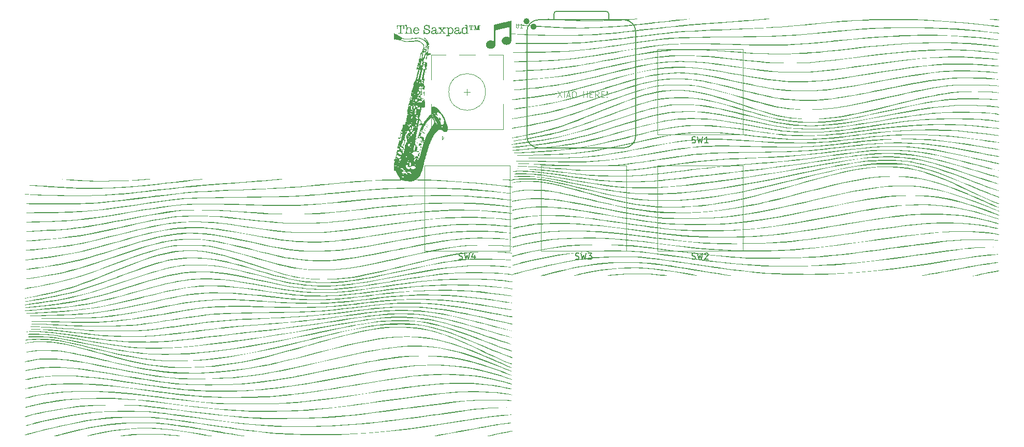
<source format=gbr>
%TF.GenerationSoftware,KiCad,Pcbnew,9.0.7*%
%TF.CreationDate,2026-02-07T20:23:59-06:00*%
%TF.ProjectId,Modded_Hackpad_Final,4d6f6464-6564-45f4-9861-636b7061645f,rev?*%
%TF.SameCoordinates,Original*%
%TF.FileFunction,Legend,Top*%
%TF.FilePolarity,Positive*%
%FSLAX46Y46*%
G04 Gerber Fmt 4.6, Leading zero omitted, Abs format (unit mm)*
G04 Created by KiCad (PCBNEW 9.0.7) date 2026-02-07 20:23:59*
%MOMM*%
%LPD*%
G01*
G04 APERTURE LIST*
%ADD10C,0.100000*%
%ADD11C,0.125000*%
%ADD12C,0.150000*%
%ADD13C,0.101600*%
%ADD14C,0.000000*%
%ADD15C,0.120000*%
%ADD16C,0.127000*%
%ADD17C,0.504000*%
G04 APERTURE END LIST*
D10*
X81488646Y-69103419D02*
X82155312Y-70103419D01*
X82155312Y-69103419D02*
X81488646Y-70103419D01*
X82536265Y-70103419D02*
X82536265Y-69103419D01*
X82964836Y-69817704D02*
X83441026Y-69817704D01*
X82869598Y-70103419D02*
X83202931Y-69103419D01*
X83202931Y-69103419D02*
X83536264Y-70103419D01*
X84060074Y-69103419D02*
X84250550Y-69103419D01*
X84250550Y-69103419D02*
X84345788Y-69151038D01*
X84345788Y-69151038D02*
X84441026Y-69246276D01*
X84441026Y-69246276D02*
X84488645Y-69436752D01*
X84488645Y-69436752D02*
X84488645Y-69770085D01*
X84488645Y-69770085D02*
X84441026Y-69960561D01*
X84441026Y-69960561D02*
X84345788Y-70055800D01*
X84345788Y-70055800D02*
X84250550Y-70103419D01*
X84250550Y-70103419D02*
X84060074Y-70103419D01*
X84060074Y-70103419D02*
X83964836Y-70055800D01*
X83964836Y-70055800D02*
X83869598Y-69960561D01*
X83869598Y-69960561D02*
X83821979Y-69770085D01*
X83821979Y-69770085D02*
X83821979Y-69436752D01*
X83821979Y-69436752D02*
X83869598Y-69246276D01*
X83869598Y-69246276D02*
X83964836Y-69151038D01*
X83964836Y-69151038D02*
X84060074Y-69103419D01*
X85679122Y-70103419D02*
X85679122Y-69103419D01*
X85679122Y-69579609D02*
X86250550Y-69579609D01*
X86250550Y-70103419D02*
X86250550Y-69103419D01*
X86726741Y-69579609D02*
X87060074Y-69579609D01*
X87202931Y-70103419D02*
X86726741Y-70103419D01*
X86726741Y-70103419D02*
X86726741Y-69103419D01*
X86726741Y-69103419D02*
X87202931Y-69103419D01*
X88202931Y-70103419D02*
X87869598Y-69627228D01*
X87631503Y-70103419D02*
X87631503Y-69103419D01*
X87631503Y-69103419D02*
X88012455Y-69103419D01*
X88012455Y-69103419D02*
X88107693Y-69151038D01*
X88107693Y-69151038D02*
X88155312Y-69198657D01*
X88155312Y-69198657D02*
X88202931Y-69293895D01*
X88202931Y-69293895D02*
X88202931Y-69436752D01*
X88202931Y-69436752D02*
X88155312Y-69531990D01*
X88155312Y-69531990D02*
X88107693Y-69579609D01*
X88107693Y-69579609D02*
X88012455Y-69627228D01*
X88012455Y-69627228D02*
X87631503Y-69627228D01*
X88631503Y-69579609D02*
X88964836Y-69579609D01*
X89107693Y-70103419D02*
X88631503Y-70103419D01*
X88631503Y-70103419D02*
X88631503Y-69103419D01*
X88631503Y-69103419D02*
X89107693Y-69103419D01*
X89536265Y-70008180D02*
X89583884Y-70055800D01*
X89583884Y-70055800D02*
X89536265Y-70103419D01*
X89536265Y-70103419D02*
X89488646Y-70055800D01*
X89488646Y-70055800D02*
X89536265Y-70008180D01*
X89536265Y-70008180D02*
X89536265Y-70103419D01*
X89536265Y-69722466D02*
X89488646Y-69151038D01*
X89488646Y-69151038D02*
X89536265Y-69103419D01*
X89536265Y-69103419D02*
X89583884Y-69151038D01*
X89583884Y-69151038D02*
X89536265Y-69722466D01*
X89536265Y-69722466D02*
X89536265Y-69103419D01*
D11*
G36*
X55867672Y-59411937D02*
G01*
X55876318Y-59488659D01*
X55897918Y-59534751D01*
X55929766Y-59560342D01*
X55974742Y-59569290D01*
X56025209Y-59564710D01*
X56075584Y-59560039D01*
X56100943Y-59564987D01*
X56122845Y-59580006D01*
X56137864Y-59601908D01*
X56142812Y-59627267D01*
X56137072Y-59659008D01*
X56121095Y-59680810D01*
X56093321Y-59695111D01*
X56048290Y-59700723D01*
X56035742Y-59700723D01*
X56020996Y-59698525D01*
X55918139Y-59683138D01*
X55785790Y-59674345D01*
X55645106Y-59683138D01*
X55540143Y-59698525D01*
X55525397Y-59700723D01*
X55510742Y-59700723D01*
X55466892Y-59695165D01*
X55439724Y-59680950D01*
X55424000Y-59659158D01*
X55418327Y-59627267D01*
X55426213Y-59589102D01*
X55447389Y-59567926D01*
X55485554Y-59560039D01*
X55535838Y-59564710D01*
X55586305Y-59569290D01*
X55630206Y-59560431D01*
X55661437Y-59534989D01*
X55682723Y-59488918D01*
X55691268Y-59411937D01*
X55691268Y-59265024D01*
X55693375Y-59080468D01*
X55693375Y-58902049D01*
X55691268Y-58560048D01*
X55684494Y-58504021D01*
X55666281Y-58464076D01*
X55637580Y-58435943D01*
X55596330Y-58417884D01*
X55537945Y-58411121D01*
X55472915Y-58411121D01*
X55415334Y-58417792D01*
X55374651Y-58435605D01*
X55346344Y-58463357D01*
X55328380Y-58502762D01*
X55321698Y-58558033D01*
X55323805Y-58629382D01*
X55332231Y-58707052D01*
X55334338Y-58759533D01*
X55327470Y-58825047D01*
X55310537Y-58863700D01*
X55286145Y-58884622D01*
X55252455Y-58891791D01*
X55218589Y-58885832D01*
X55195526Y-58869366D01*
X55180540Y-58841030D01*
X55174694Y-58795437D01*
X55178908Y-58701190D01*
X55185227Y-58573329D01*
X55181014Y-58464427D01*
X55172588Y-58370180D01*
X55178289Y-58329411D01*
X55193181Y-58303461D01*
X55216793Y-58287912D01*
X55252364Y-58282161D01*
X55388926Y-58288023D01*
X55561117Y-58293884D01*
X55800536Y-58293884D01*
X56025209Y-58290953D01*
X56161680Y-58286557D01*
X56296135Y-58282161D01*
X56345619Y-58288603D01*
X56376500Y-58305173D01*
X56394544Y-58330808D01*
X56401099Y-58368623D01*
X56401099Y-58372836D01*
X56395878Y-58450963D01*
X56384338Y-58573237D01*
X56384338Y-58596501D01*
X56390566Y-58695603D01*
X56398992Y-58805329D01*
X56393254Y-58845045D01*
X56378154Y-58870560D01*
X56353939Y-58886025D01*
X56317110Y-58891791D01*
X56282892Y-58885444D01*
X56259201Y-58867651D01*
X56243520Y-58836431D01*
X56237334Y-58785454D01*
X56243562Y-58671698D01*
X56249882Y-58557850D01*
X56242878Y-58503742D01*
X56223823Y-58464586D01*
X56193227Y-58436461D01*
X56148390Y-58418080D01*
X56084010Y-58411121D01*
X56025209Y-58411121D01*
X55954811Y-58420396D01*
X55913926Y-58443636D01*
X55888911Y-58483477D01*
X55876099Y-58551713D01*
X55869779Y-58698534D01*
X55867672Y-59411937D01*
G37*
G36*
X56866107Y-58332902D02*
G01*
X56857680Y-58743963D01*
X56942288Y-58674128D01*
X57011004Y-58634786D01*
X57084309Y-58612549D01*
X57174769Y-58604561D01*
X57264264Y-58611575D01*
X57341008Y-58631506D01*
X57407213Y-58663407D01*
X57464563Y-58707326D01*
X57511908Y-58762108D01*
X57545710Y-58824377D01*
X57566554Y-58895612D01*
X57573831Y-58977886D01*
X57573831Y-59328131D01*
X57575937Y-59464418D01*
X57588597Y-59531216D01*
X57607342Y-59560825D01*
X57630526Y-59569290D01*
X57678794Y-59557200D01*
X57712408Y-59554177D01*
X57757223Y-59562775D01*
X57781341Y-59585249D01*
X57790077Y-59624519D01*
X57784271Y-59654227D01*
X57767752Y-59675141D01*
X57738196Y-59689239D01*
X57689236Y-59694861D01*
X57609460Y-59689457D01*
X57466669Y-59680573D01*
X57382680Y-59684145D01*
X57273504Y-59694861D01*
X57238318Y-59689254D01*
X57210489Y-59673154D01*
X57191594Y-59648575D01*
X57185301Y-59618291D01*
X57190696Y-59593726D01*
X57207283Y-59572862D01*
X57231135Y-59558868D01*
X57258758Y-59554177D01*
X57313437Y-59564894D01*
X57349066Y-59571397D01*
X57373415Y-59565074D01*
X57392605Y-59545285D01*
X57407223Y-59505805D01*
X57414188Y-59435475D01*
X57416294Y-59337290D01*
X57418401Y-59247347D01*
X57418401Y-59134507D01*
X57412068Y-58990088D01*
X57396616Y-58900096D01*
X57376360Y-58848102D01*
X57341176Y-58801522D01*
X57295482Y-58768151D01*
X57237064Y-58747036D01*
X57162221Y-58739383D01*
X57080943Y-58747251D01*
X57015654Y-58769164D01*
X56962964Y-58803946D01*
X56920695Y-58852315D01*
X56893856Y-58906842D01*
X56874583Y-58986950D01*
X56866107Y-59101076D01*
X56864000Y-59251561D01*
X56861893Y-59293418D01*
X56861893Y-59333077D01*
X56864000Y-59471104D01*
X56878265Y-59535376D01*
X56898917Y-59564796D01*
X56924908Y-59573503D01*
X56972077Y-59563886D01*
X57017232Y-59554177D01*
X57055510Y-59561982D01*
X57076632Y-59582837D01*
X57084460Y-59620215D01*
X57078742Y-59652730D01*
X57062946Y-59674870D01*
X57035767Y-59689252D01*
X56992044Y-59694861D01*
X56903842Y-59689641D01*
X56767371Y-59682680D01*
X56668636Y-59687900D01*
X56561566Y-59694861D01*
X56511763Y-59685419D01*
X56485089Y-59660841D01*
X56475471Y-59618108D01*
X56483978Y-59583171D01*
X56508316Y-59562387D01*
X56555247Y-59554177D01*
X56595180Y-59560222D01*
X56645555Y-59569290D01*
X56663491Y-59563701D01*
X56678575Y-59545029D01*
X56690710Y-59505268D01*
X56698941Y-59424743D01*
X56704357Y-59243959D01*
X56706463Y-58868252D01*
X56702235Y-58581675D01*
X56693824Y-58470564D01*
X56679383Y-58419461D01*
X56659731Y-58395127D01*
X56635022Y-58387674D01*
X56590967Y-58393535D01*
X56544805Y-58399397D01*
X56503939Y-58391238D01*
X56481584Y-58369602D01*
X56473364Y-58331162D01*
X56479498Y-58303788D01*
X56498552Y-58280054D01*
X56526067Y-58264156D01*
X56559460Y-58258713D01*
X56630901Y-58265766D01*
X56716996Y-58270437D01*
X56769478Y-58264575D01*
X56817838Y-58258713D01*
X56843514Y-58265685D01*
X56859539Y-58286549D01*
X56866107Y-58328597D01*
X56866107Y-58332902D01*
G37*
G36*
X58469255Y-58613183D02*
G01*
X58554340Y-58638068D01*
X58630136Y-58678744D01*
X58698203Y-58736086D01*
X58753812Y-58805582D01*
X58793494Y-58883238D01*
X58817874Y-58970658D01*
X58826339Y-59070027D01*
X58822735Y-59141834D01*
X58815806Y-59167205D01*
X58799047Y-59179275D01*
X58754898Y-59184882D01*
X58087107Y-59184882D01*
X58062368Y-59187183D01*
X58051295Y-59192210D01*
X58042960Y-59216390D01*
X58049215Y-59293835D01*
X58067245Y-59362378D01*
X58096558Y-59423577D01*
X58137482Y-59478615D01*
X58188252Y-59524958D01*
X58243599Y-59557293D01*
X58304561Y-59576795D01*
X58372688Y-59583487D01*
X58432819Y-59577886D01*
X58488800Y-59561328D01*
X58541674Y-59533569D01*
X58587873Y-59496184D01*
X58620589Y-59454095D01*
X58641508Y-59406533D01*
X58660376Y-59346174D01*
X58674776Y-59318273D01*
X58697025Y-59302098D01*
X58729710Y-59296257D01*
X58773614Y-59305504D01*
X58798170Y-59330512D01*
X58807379Y-59375941D01*
X58799317Y-59439942D01*
X58774971Y-59500696D01*
X58732615Y-59559825D01*
X58668710Y-59618291D01*
X58596730Y-59664792D01*
X58520915Y-59697628D01*
X58440336Y-59717439D01*
X58353820Y-59724170D01*
X58245882Y-59714302D01*
X58153255Y-59686111D01*
X58072985Y-59640430D01*
X58003027Y-59576342D01*
X57947919Y-59499299D01*
X57907437Y-59409159D01*
X57881913Y-59303446D01*
X57872876Y-59179020D01*
X57882334Y-59051947D01*
X57891314Y-59015347D01*
X58064026Y-59015347D01*
X58073863Y-59035836D01*
X58110188Y-59044198D01*
X58612107Y-59044198D01*
X58646620Y-59035953D01*
X58656162Y-59015347D01*
X58646916Y-58946015D01*
X58619459Y-58883489D01*
X58572173Y-58825662D01*
X58512307Y-58780640D01*
X58447198Y-58754200D01*
X58374795Y-58745245D01*
X58299409Y-58754355D01*
X58228605Y-58781679D01*
X58160563Y-58828776D01*
X58105046Y-58889262D01*
X58074111Y-58950738D01*
X58064026Y-59015347D01*
X57891314Y-59015347D01*
X57909254Y-58942225D01*
X57952325Y-58846972D01*
X58011453Y-58763930D01*
X58086143Y-58694122D01*
X58169862Y-58644950D01*
X58264458Y-58614960D01*
X58372688Y-58604561D01*
X58469255Y-58613183D01*
G37*
G36*
X60068130Y-58241128D02*
G01*
X60169035Y-58249950D01*
X60257206Y-58275308D01*
X60335017Y-58316548D01*
X60404178Y-58374393D01*
X60404178Y-58345359D01*
X60412521Y-58297878D01*
X60433674Y-58273213D01*
X60469299Y-58264575D01*
X60508272Y-58274135D01*
X60531530Y-58301562D01*
X60540740Y-58354609D01*
X60540740Y-58367157D01*
X60534420Y-58429989D01*
X60528101Y-58570215D01*
X60532314Y-58637259D01*
X60538634Y-58720974D01*
X60540740Y-58750283D01*
X60534789Y-58798185D01*
X60519632Y-58827705D01*
X60496552Y-58844669D01*
X60462979Y-58850758D01*
X60425987Y-58845062D01*
X60401783Y-58829844D01*
X60386777Y-58804886D01*
X60381097Y-58766219D01*
X60381097Y-58755687D01*
X60385310Y-58698625D01*
X60387417Y-58652189D01*
X60377389Y-58571630D01*
X60349010Y-58506664D01*
X60302329Y-58453619D01*
X60241784Y-58415210D01*
X60165202Y-58390699D01*
X60068222Y-58381812D01*
X59979559Y-58390058D01*
X59908325Y-58412985D01*
X59850876Y-58449223D01*
X59806167Y-58498964D01*
X59779363Y-58558310D01*
X59770001Y-58630298D01*
X59777716Y-58693195D01*
X59799767Y-58745346D01*
X59836289Y-58789270D01*
X59889711Y-58826120D01*
X59970170Y-58855052D01*
X60124917Y-58887211D01*
X60292085Y-58921892D01*
X60400870Y-58959144D01*
X60467193Y-58996754D01*
X60527584Y-59053441D01*
X60570259Y-59119685D01*
X60596538Y-59197371D01*
X60605770Y-59289479D01*
X60596534Y-59385718D01*
X60569872Y-59470021D01*
X60526124Y-59544806D01*
X60463987Y-59611697D01*
X60390028Y-59664834D01*
X60305672Y-59703420D01*
X60208998Y-59727466D01*
X60097531Y-59735894D01*
X59980090Y-59725895D01*
X59876364Y-59697048D01*
X59783839Y-59650020D01*
X59700667Y-59584036D01*
X59702774Y-59602721D01*
X59702774Y-59615269D01*
X59706987Y-59658958D01*
X59698202Y-59702970D01*
X59674909Y-59727043D01*
X59633531Y-59735894D01*
X59598004Y-59730124D01*
X59574389Y-59714505D01*
X59559471Y-59688396D01*
X59553755Y-59647326D01*
X59555770Y-59630473D01*
X59564196Y-59520838D01*
X59570516Y-59415509D01*
X59559983Y-59289021D01*
X59549542Y-59162534D01*
X59555434Y-59117967D01*
X59570637Y-59090037D01*
X59594281Y-59073630D01*
X59629318Y-59067646D01*
X59665435Y-59073719D01*
X59689694Y-59090306D01*
X59705208Y-59118385D01*
X59711200Y-59162992D01*
X59711200Y-59201094D01*
X59709093Y-59249820D01*
X59715895Y-59327964D01*
X59735254Y-59394720D01*
X59766435Y-59452215D01*
X59809844Y-59501971D01*
X59862661Y-59541537D01*
X59924529Y-59570511D01*
X59997188Y-59588753D01*
X60082877Y-59595210D01*
X60186832Y-59585905D01*
X60270097Y-59560112D01*
X60336950Y-59519556D01*
X60378246Y-59478344D01*
X60407381Y-59431161D01*
X60425239Y-59376816D01*
X60431472Y-59313476D01*
X60421690Y-59240798D01*
X60393876Y-59182370D01*
X60347488Y-59134688D01*
X60278390Y-59096611D01*
X60179505Y-59069569D01*
X60059796Y-59048503D01*
X59891906Y-59011853D01*
X59782549Y-58974956D01*
X59726421Y-58943304D01*
X59678739Y-58901897D01*
X59638660Y-58849842D01*
X59609128Y-58791081D01*
X59591275Y-58727355D01*
X59585171Y-58657409D01*
X59593910Y-58567557D01*
X59619141Y-58488906D01*
X59660581Y-58419164D01*
X59719535Y-58356807D01*
X59789576Y-58307423D01*
X59869701Y-58271466D01*
X59961766Y-58249010D01*
X60068130Y-58241128D01*
G37*
G36*
X61368246Y-58613343D02*
G01*
X61453532Y-58637312D01*
X61519781Y-58674178D01*
X61570675Y-58723528D01*
X61608188Y-58786875D01*
X61632326Y-58867446D01*
X61641115Y-58969826D01*
X61641115Y-59391420D01*
X61645329Y-59510397D01*
X61660122Y-59553170D01*
X61683383Y-59575788D01*
X61716678Y-59583487D01*
X61746184Y-59576716D01*
X61768102Y-59556482D01*
X61783712Y-59518012D01*
X61790134Y-59451504D01*
X61790134Y-59350479D01*
X61797814Y-59312964D01*
X61818364Y-59292228D01*
X61855255Y-59284533D01*
X61884429Y-59290306D01*
X61905050Y-59306787D01*
X61919008Y-59336412D01*
X61924590Y-59385650D01*
X61924590Y-59396091D01*
X61922483Y-59516167D01*
X61911696Y-59591955D01*
X61885693Y-59646221D01*
X61845552Y-59684538D01*
X61788438Y-59709123D01*
X61708252Y-59718309D01*
X61641159Y-59711509D01*
X61589115Y-59692806D01*
X61548703Y-59663349D01*
X61517865Y-59622343D01*
X61496218Y-59567183D01*
X61449536Y-59622690D01*
X61394144Y-59665740D01*
X61328839Y-59697259D01*
X61251688Y-59717125D01*
X61160171Y-59724170D01*
X61049648Y-59713929D01*
X60960480Y-59685410D01*
X60888237Y-59640273D01*
X60843682Y-59594740D01*
X60812279Y-59543052D01*
X60793073Y-59483968D01*
X60786387Y-59415600D01*
X60786774Y-59412303D01*
X60956472Y-59412303D01*
X60963148Y-59462402D01*
X60982248Y-59503436D01*
X61014174Y-59537599D01*
X61055076Y-59562145D01*
X61106347Y-59577816D01*
X61170704Y-59583487D01*
X61261555Y-59574216D01*
X61334035Y-59548405D01*
X61392171Y-59507283D01*
X61436388Y-59451748D01*
X61464266Y-59383080D01*
X61475152Y-59297539D01*
X61477259Y-59149345D01*
X61428919Y-59185343D01*
X61379623Y-59207780D01*
X61317874Y-59221790D01*
X61195891Y-59236998D01*
X61097668Y-59254631D01*
X61031691Y-59282184D01*
X60989345Y-59317181D01*
X60964908Y-59359678D01*
X60956472Y-59412303D01*
X60786774Y-59412303D01*
X60796154Y-59332484D01*
X60823913Y-59264072D01*
X60869488Y-59207003D01*
X60935498Y-59159603D01*
X60991047Y-59132456D01*
X61033134Y-59118662D01*
X61197998Y-59094482D01*
X61317615Y-59077398D01*
X61389182Y-59059419D01*
X61427891Y-59042092D01*
X61456332Y-59015297D01*
X61474591Y-58975651D01*
X61481472Y-58918261D01*
X61474470Y-58863693D01*
X61454558Y-58819383D01*
X61421572Y-58782889D01*
X61379023Y-58756605D01*
X61324493Y-58739692D01*
X61254693Y-58733521D01*
X61193189Y-58739332D01*
X61134720Y-58756668D01*
X61078288Y-58786003D01*
X61053624Y-58809029D01*
X61046781Y-58830150D01*
X61050278Y-58838124D01*
X61065649Y-58851124D01*
X61087018Y-58877848D01*
X61095049Y-58922474D01*
X61087371Y-58960949D01*
X61064550Y-58991808D01*
X61030801Y-59012064D01*
X60987979Y-59019102D01*
X60937621Y-59009604D01*
X60896572Y-58981459D01*
X60869103Y-58939749D01*
X60859844Y-58889318D01*
X60866754Y-58834201D01*
X60887406Y-58783203D01*
X60922997Y-58734858D01*
X60976347Y-58688367D01*
X61057726Y-58642585D01*
X61150969Y-58614401D01*
X61258906Y-58604561D01*
X61368246Y-58613343D01*
G37*
G36*
X62178389Y-59478523D02*
G01*
X62470289Y-59142842D01*
X62178389Y-58796628D01*
X62145543Y-58771135D01*
X62107039Y-58762831D01*
X62081760Y-58765762D01*
X62046131Y-58777485D01*
X62016730Y-58780416D01*
X61977265Y-58772358D01*
X61955475Y-58750815D01*
X61947396Y-58712181D01*
X61956776Y-58672247D01*
X61983229Y-58648856D01*
X62033491Y-58639732D01*
X62039811Y-58639732D01*
X62144775Y-58645594D01*
X62232977Y-58653654D01*
X62335834Y-58646693D01*
X62436675Y-58639732D01*
X62486938Y-58648856D01*
X62513391Y-58672247D01*
X62522771Y-58712181D01*
X62514017Y-58749900D01*
X62489448Y-58771880D01*
X62442995Y-58780416D01*
X62411488Y-58774554D01*
X62379980Y-58762831D01*
X62367433Y-58762831D01*
X62359006Y-58767135D01*
X62377874Y-58796994D01*
X62569024Y-59031742D01*
X62768510Y-58796994D01*
X62787378Y-58767135D01*
X62776845Y-58762831D01*
X62742223Y-58771623D01*
X62705495Y-58780416D01*
X62662129Y-58771839D01*
X62638499Y-58749175D01*
X62629841Y-58709067D01*
X62639167Y-58671307D01*
X62666000Y-58648704D01*
X62718043Y-58639732D01*
X62829326Y-58649716D01*
X62928061Y-58653654D01*
X63039345Y-58646693D01*
X63123334Y-58639732D01*
X63178014Y-58649031D01*
X63206055Y-58672349D01*
X63215749Y-58711082D01*
X63207473Y-58750246D01*
X63185066Y-58772180D01*
X63144308Y-58780416D01*
X63096039Y-58771623D01*
X63047771Y-58762831D01*
X63017023Y-58770553D01*
X62972920Y-58799852D01*
X62909194Y-58863856D01*
X62665561Y-59141834D01*
X62993183Y-59529265D01*
X63026190Y-59556357D01*
X63064532Y-59565077D01*
X63103367Y-59559673D01*
X63142293Y-59554177D01*
X63186017Y-59562455D01*
X63209421Y-59583988D01*
X63217856Y-59621405D01*
X63208289Y-59661821D01*
X63181230Y-59685572D01*
X63129653Y-59694861D01*
X63112892Y-59694861D01*
X63031010Y-59686160D01*
X62930168Y-59682680D01*
X62816778Y-59687900D01*
X62741216Y-59694861D01*
X62718135Y-59694861D01*
X62658602Y-59685664D01*
X62629186Y-59663300D01*
X62619400Y-59627633D01*
X62628299Y-59586321D01*
X62652568Y-59562997D01*
X62697069Y-59554177D01*
X62774738Y-59564619D01*
X62789484Y-59567183D01*
X62805593Y-59562679D01*
X62810459Y-59550422D01*
X62804139Y-59537783D01*
X62797819Y-59529356D01*
X62564720Y-59256415D01*
X62327407Y-59529356D01*
X62312753Y-59554544D01*
X62316891Y-59561823D01*
X62333727Y-59565077D01*
X62377874Y-59559673D01*
X62421929Y-59554177D01*
X62474934Y-59563555D01*
X62502544Y-59587385D01*
X62512238Y-59627633D01*
X62502918Y-59663889D01*
X62475661Y-59685974D01*
X62421929Y-59694861D01*
X62392528Y-59694861D01*
X62308539Y-59687900D01*
X62197256Y-59682680D01*
X62106948Y-59687900D01*
X62001984Y-59694861D01*
X61950172Y-59685733D01*
X61923227Y-59662568D01*
X61913782Y-59623512D01*
X61922329Y-59584718D01*
X61945837Y-59562607D01*
X61989345Y-59554177D01*
X62027172Y-59558574D01*
X62064999Y-59562970D01*
X62089299Y-59556660D01*
X62125218Y-59532337D01*
X62178389Y-59478523D01*
G37*
G36*
X64068872Y-58614173D02*
G01*
X64156967Y-58641673D01*
X64233461Y-58686355D01*
X64300279Y-58749275D01*
X64352505Y-58824400D01*
X64391083Y-58912967D01*
X64415521Y-59017531D01*
X64424202Y-59141285D01*
X64415027Y-59274530D01*
X64389160Y-59387629D01*
X64348285Y-59483869D01*
X64292952Y-59565901D01*
X64221858Y-59635057D01*
X64141001Y-59683868D01*
X64048422Y-59713757D01*
X63941150Y-59724170D01*
X63852094Y-59715800D01*
X63774442Y-59691703D01*
X63705936Y-59652309D01*
X63645036Y-59596584D01*
X63645036Y-59770882D01*
X63649250Y-59873739D01*
X63662989Y-59912290D01*
X63682967Y-59932243D01*
X63710158Y-59938860D01*
X63754213Y-59931166D01*
X63798360Y-59923473D01*
X63836236Y-59931568D01*
X63857551Y-59953582D01*
X63865588Y-59993815D01*
X63856202Y-60032222D01*
X63829312Y-60055106D01*
X63777385Y-60064157D01*
X63682863Y-60056188D01*
X63544286Y-60050235D01*
X63460206Y-60054173D01*
X63348922Y-60064157D01*
X63315585Y-60058547D01*
X63288014Y-60042083D01*
X63268913Y-60017812D01*
X63262827Y-59990700D01*
X63270995Y-59952923D01*
X63293302Y-59931561D01*
X63334268Y-59923473D01*
X63374202Y-59930067D01*
X63426683Y-59938860D01*
X63450090Y-59934231D01*
X63465991Y-59921188D01*
X63476051Y-59897919D01*
X63482580Y-59839418D01*
X63487591Y-59670040D01*
X63488846Y-59187264D01*
X63653463Y-59187264D01*
X63653463Y-59216481D01*
X63660371Y-59346562D01*
X63676544Y-59419813D01*
X63709616Y-59478383D01*
X63767860Y-59533478D01*
X63815664Y-59560687D01*
X63871392Y-59577556D01*
X63936937Y-59583487D01*
X64010470Y-59576190D01*
X64072577Y-59555415D01*
X64125601Y-59521696D01*
X64171044Y-59474035D01*
X64205178Y-59418052D01*
X64231114Y-59349240D01*
X64247943Y-59265005D01*
X64254025Y-59162259D01*
X64245821Y-59035393D01*
X64223826Y-58939083D01*
X64191006Y-58866985D01*
X64148824Y-58814005D01*
X64097055Y-58776666D01*
X64033808Y-58753498D01*
X63955805Y-58745245D01*
X63890684Y-58752048D01*
X63831326Y-58772072D01*
X63776286Y-58805695D01*
X63729666Y-58850109D01*
X63696825Y-58900465D01*
X63676544Y-58957920D01*
X63662340Y-59043734D01*
X63655569Y-59156031D01*
X63653463Y-59187264D01*
X63488846Y-59187264D01*
X63489698Y-58859459D01*
X63480610Y-58799381D01*
X63461965Y-58771450D01*
X63435110Y-58762831D01*
X63389864Y-58770250D01*
X63342694Y-58777577D01*
X63297704Y-58769055D01*
X63273616Y-58746878D01*
X63264933Y-58708334D01*
X63274372Y-58672230D01*
X63302172Y-58650073D01*
X63357349Y-58641106D01*
X63407724Y-58642572D01*
X63485393Y-58645594D01*
X63539981Y-58643396D01*
X63592555Y-58641106D01*
X63621780Y-58647678D01*
X63638583Y-58665899D01*
X63645036Y-58699908D01*
X63645036Y-58767135D01*
X63710009Y-58695319D01*
X63783839Y-58645369D01*
X63868292Y-58615078D01*
X63966338Y-58604561D01*
X64068872Y-58614173D01*
G37*
G36*
X65147659Y-58613343D02*
G01*
X65232946Y-58637312D01*
X65299195Y-58674178D01*
X65350089Y-58723528D01*
X65387602Y-58786875D01*
X65411740Y-58867446D01*
X65420529Y-58969826D01*
X65420529Y-59391420D01*
X65424742Y-59510397D01*
X65439536Y-59553170D01*
X65462797Y-59575788D01*
X65496092Y-59583487D01*
X65525597Y-59576716D01*
X65547516Y-59556482D01*
X65563126Y-59518012D01*
X65569548Y-59451504D01*
X65569548Y-59350479D01*
X65577227Y-59312964D01*
X65597777Y-59292228D01*
X65634669Y-59284533D01*
X65663843Y-59290306D01*
X65684463Y-59306787D01*
X65698422Y-59336412D01*
X65704004Y-59385650D01*
X65704004Y-59396091D01*
X65701897Y-59516167D01*
X65691110Y-59591955D01*
X65665107Y-59646221D01*
X65624966Y-59684538D01*
X65567852Y-59709123D01*
X65487665Y-59718309D01*
X65420572Y-59711509D01*
X65368529Y-59692806D01*
X65328116Y-59663349D01*
X65297279Y-59622343D01*
X65275632Y-59567183D01*
X65228950Y-59622690D01*
X65173558Y-59665740D01*
X65108252Y-59697259D01*
X65031102Y-59717125D01*
X64939584Y-59724170D01*
X64829062Y-59713929D01*
X64739894Y-59685410D01*
X64667651Y-59640273D01*
X64623096Y-59594740D01*
X64591693Y-59543052D01*
X64572487Y-59483968D01*
X64565801Y-59415600D01*
X64566188Y-59412303D01*
X64735886Y-59412303D01*
X64742561Y-59462402D01*
X64761662Y-59503436D01*
X64793588Y-59537599D01*
X64834489Y-59562145D01*
X64885760Y-59577816D01*
X64950117Y-59583487D01*
X65040969Y-59574216D01*
X65113449Y-59548405D01*
X65171585Y-59507283D01*
X65215802Y-59451748D01*
X65243680Y-59383080D01*
X65254566Y-59297539D01*
X65256673Y-59149345D01*
X65208333Y-59185343D01*
X65159037Y-59207780D01*
X65097288Y-59221790D01*
X64975305Y-59236998D01*
X64877082Y-59254631D01*
X64811105Y-59282184D01*
X64768758Y-59317181D01*
X64744322Y-59359678D01*
X64735886Y-59412303D01*
X64566188Y-59412303D01*
X64575568Y-59332484D01*
X64603327Y-59264072D01*
X64648902Y-59207003D01*
X64714912Y-59159603D01*
X64770461Y-59132456D01*
X64812548Y-59118662D01*
X64977412Y-59094482D01*
X65097029Y-59077398D01*
X65168595Y-59059419D01*
X65207305Y-59042092D01*
X65235746Y-59015297D01*
X65254005Y-58975651D01*
X65260886Y-58918261D01*
X65253884Y-58863693D01*
X65233972Y-58819383D01*
X65200985Y-58782889D01*
X65158437Y-58756605D01*
X65103907Y-58739692D01*
X65034106Y-58733521D01*
X64972603Y-58739332D01*
X64914134Y-58756668D01*
X64857702Y-58786003D01*
X64833038Y-58809029D01*
X64826195Y-58830150D01*
X64829692Y-58838124D01*
X64845062Y-58851124D01*
X64866432Y-58877848D01*
X64874463Y-58922474D01*
X64866785Y-58960949D01*
X64843963Y-58991808D01*
X64810214Y-59012064D01*
X64767393Y-59019102D01*
X64717034Y-59009604D01*
X64675985Y-58981459D01*
X64648517Y-58939749D01*
X64639257Y-58889318D01*
X64646168Y-58834201D01*
X64666820Y-58783203D01*
X64702411Y-58734858D01*
X64755761Y-58688367D01*
X64837140Y-58642585D01*
X64930383Y-58614401D01*
X65038320Y-58604561D01*
X65147659Y-58613343D01*
G37*
G36*
X66690539Y-58267164D02*
G01*
X66710035Y-58292382D01*
X66718008Y-58343069D01*
X66718008Y-58366241D01*
X66713795Y-58477982D01*
X66707475Y-58640373D01*
X66703262Y-58800566D01*
X66703262Y-59007196D01*
X66707475Y-59359272D01*
X66712755Y-59485586D01*
X66720023Y-59532196D01*
X66737452Y-59557167D01*
X66770490Y-59565901D01*
X66812439Y-59560039D01*
X66858692Y-59554177D01*
X66903611Y-59562702D01*
X66927679Y-59584900D01*
X66936361Y-59623512D01*
X66930703Y-59654155D01*
X66914859Y-59675342D01*
X66887104Y-59689343D01*
X66841839Y-59694861D01*
X66777817Y-59691930D01*
X66713795Y-59689000D01*
X66665435Y-59691381D01*
X66621380Y-59694861D01*
X66590645Y-59687125D01*
X66572096Y-59664696D01*
X66564685Y-59620856D01*
X66564685Y-59610598D01*
X66566791Y-59575610D01*
X66505709Y-59639899D01*
X66433176Y-59685693D01*
X66346906Y-59714121D01*
X66243383Y-59724170D01*
X66139292Y-59714021D01*
X66048882Y-59684808D01*
X65969367Y-59636963D01*
X65898909Y-59569015D01*
X65843634Y-59488444D01*
X65803140Y-59395414D01*
X65777717Y-59287642D01*
X65768758Y-59162259D01*
X65769048Y-59158138D01*
X65938843Y-59158138D01*
X65945012Y-59258106D01*
X65962248Y-59341696D01*
X65989128Y-59411537D01*
X66024939Y-59469822D01*
X66072169Y-59519754D01*
X66126088Y-59554731D01*
X66188031Y-59576060D01*
X66260144Y-59583487D01*
X66333336Y-59575804D01*
X66395572Y-59553814D01*
X66449188Y-59517816D01*
X66492265Y-59469790D01*
X66521569Y-59412481D01*
X66537391Y-59343701D01*
X66545817Y-59166472D01*
X66542499Y-59037856D01*
X66535284Y-58976696D01*
X66516179Y-58910637D01*
X66486085Y-58857155D01*
X66444975Y-58814030D01*
X66385976Y-58775713D01*
X66322150Y-58752969D01*
X66251810Y-58745245D01*
X66180611Y-58752518D01*
X66119869Y-58773338D01*
X66067395Y-58807364D01*
X66021825Y-58855796D01*
X65977699Y-58933657D01*
X65949221Y-59032603D01*
X65938843Y-59158138D01*
X65769048Y-59158138D01*
X65777665Y-59035509D01*
X65802824Y-58927609D01*
X65842681Y-58835465D01*
X65896803Y-58756602D01*
X65966061Y-58690229D01*
X66044784Y-58643321D01*
X66134871Y-58614577D01*
X66239170Y-58604561D01*
X66339623Y-58615280D01*
X66422651Y-58645632D01*
X66492024Y-58694899D01*
X66549939Y-58765029D01*
X66549939Y-58551164D01*
X66545725Y-58447483D01*
X66533196Y-58408540D01*
X66513899Y-58388483D01*
X66486924Y-58381812D01*
X66439663Y-58387674D01*
X66392402Y-58393535D01*
X66347172Y-58385227D01*
X66323254Y-58363836D01*
X66314733Y-58327132D01*
X66320576Y-58298665D01*
X66337444Y-58278300D01*
X66368184Y-58264337D01*
X66419788Y-58258713D01*
X66480696Y-58264575D01*
X66549939Y-58270437D01*
X66604618Y-58264575D01*
X66659207Y-58258713D01*
X66690539Y-58267164D01*
G37*
G36*
X67390928Y-58924580D02*
G01*
X67398087Y-58974679D01*
X67415082Y-58998718D01*
X67441303Y-59006463D01*
X67453942Y-59004356D01*
X67466490Y-59004356D01*
X67500104Y-58997304D01*
X67524853Y-59002662D01*
X67538855Y-59017301D01*
X67544160Y-59044198D01*
X67537902Y-59069803D01*
X67519976Y-59085059D01*
X67485358Y-59091093D01*
X67468597Y-59089261D01*
X67409796Y-59081842D01*
X67336248Y-59080010D01*
X67258579Y-59081842D01*
X67199777Y-59089261D01*
X67183016Y-59091093D01*
X67148398Y-59085059D01*
X67130472Y-59069803D01*
X67124215Y-59044198D01*
X67129525Y-59017310D01*
X67143552Y-59002666D01*
X67168362Y-58997304D01*
X67199869Y-59004356D01*
X67214523Y-59004356D01*
X67227163Y-59006463D01*
X67253383Y-58998718D01*
X67270379Y-58974679D01*
X67277538Y-58924580D01*
X67277538Y-58447757D01*
X67268421Y-58403673D01*
X67243930Y-58379204D01*
X67199777Y-58370088D01*
X67162042Y-58370088D01*
X67117696Y-58379065D01*
X67093298Y-58402990D01*
X67084281Y-58445742D01*
X67086387Y-58482562D01*
X67090601Y-58525518D01*
X67090601Y-58554095D01*
X67083326Y-58602438D01*
X67065784Y-58626087D01*
X67038119Y-58633870D01*
X67010530Y-58627212D01*
X66994182Y-58608234D01*
X66987744Y-58571772D01*
X66989851Y-58520114D01*
X66991866Y-58478715D01*
X66993972Y-58449772D01*
X66990858Y-58393902D01*
X66987744Y-58338031D01*
X66994063Y-58305985D01*
X67010744Y-58288544D01*
X67040226Y-58282161D01*
X67069626Y-58282161D01*
X67115880Y-58288023D01*
X67212417Y-58288023D01*
X67346872Y-58292510D01*
X67470704Y-58289946D01*
X67624027Y-58282161D01*
X67662088Y-58289032D01*
X67682075Y-58306615D01*
X67689148Y-58336566D01*
X67684935Y-58382636D01*
X67678615Y-58462229D01*
X67682829Y-58520847D01*
X67687042Y-58579465D01*
X67680792Y-58610535D01*
X67664175Y-58627584D01*
X67634560Y-58633870D01*
X67605899Y-58626821D01*
X67588774Y-58606575D01*
X67581987Y-58567375D01*
X67584093Y-58548691D01*
X67584093Y-58523778D01*
X67588307Y-58478074D01*
X67590413Y-58444826D01*
X67580905Y-58403406D01*
X67554333Y-58379382D01*
X67504318Y-58370088D01*
X67470704Y-58370088D01*
X67429805Y-58378418D01*
X67405869Y-58401030D01*
X67395141Y-58441529D01*
X67390928Y-58525518D01*
X67390928Y-58924580D01*
G37*
G36*
X68094347Y-58374851D02*
G01*
X68268737Y-58949768D01*
X68461902Y-58334826D01*
X68477067Y-58303967D01*
X68496317Y-58287588D01*
X68520704Y-58282161D01*
X68527023Y-58282161D01*
X68579505Y-58288389D01*
X68638307Y-58294617D01*
X68692895Y-58292144D01*
X68734935Y-58282161D01*
X68749590Y-58282161D01*
X68785399Y-58288443D01*
X68803991Y-58304365D01*
X68810498Y-58331162D01*
X68805288Y-58356649D01*
X68791353Y-58370728D01*
X68766351Y-58375950D01*
X68734844Y-58372012D01*
X68722296Y-58370088D01*
X68709656Y-58370088D01*
X68682126Y-58377981D01*
X68664520Y-58402164D01*
X68657174Y-58451971D01*
X68657174Y-58922474D01*
X68664520Y-58972281D01*
X68682126Y-58996463D01*
X68709656Y-59004356D01*
X68739057Y-59000876D01*
X68766351Y-58997304D01*
X68791251Y-59002600D01*
X68805235Y-59016974D01*
X68810498Y-59043191D01*
X68804310Y-59069614D01*
X68786880Y-59085071D01*
X68753803Y-59091093D01*
X68734935Y-59089261D01*
X68676134Y-59083674D01*
X68598373Y-59080010D01*
X68493409Y-59087429D01*
X68451369Y-59091093D01*
X68422432Y-59085426D01*
X68406727Y-59070502D01*
X68400994Y-59044198D01*
X68406995Y-59018256D01*
X68423818Y-59003160D01*
X68455582Y-58997304D01*
X68474542Y-58997304D01*
X68503942Y-59004356D01*
X68525630Y-58995579D01*
X68540670Y-58964514D01*
X68547480Y-58914422D01*
X68552211Y-58802764D01*
X68554318Y-58689375D01*
X68556424Y-58584411D01*
X68556424Y-58382819D01*
X68340178Y-59046671D01*
X68324456Y-59074673D01*
X68300828Y-59091042D01*
X68266630Y-59096955D01*
X68232463Y-59091018D01*
X68208863Y-59074572D01*
X68193174Y-59046397D01*
X67981049Y-58375950D01*
X67987369Y-58919360D01*
X67993418Y-58968267D01*
X68007207Y-58990550D01*
X68027211Y-58997304D01*
X68062931Y-58997304D01*
X68077586Y-58997304D01*
X68107933Y-59003067D01*
X68124199Y-59018079D01*
X68130068Y-59044198D01*
X68124066Y-59070141D01*
X68107244Y-59085237D01*
X68075479Y-59091093D01*
X68050292Y-59089261D01*
X67995704Y-59081842D01*
X67926369Y-59080010D01*
X67855020Y-59081842D01*
X67804553Y-59089261D01*
X67789898Y-59091093D01*
X67752655Y-59084725D01*
X67733515Y-59068727D01*
X67726884Y-59042092D01*
X67732094Y-59016605D01*
X67746029Y-59002526D01*
X67771031Y-58997304D01*
X67804553Y-59004356D01*
X67817193Y-59004356D01*
X67829832Y-59006463D01*
X67856053Y-58998718D01*
X67873049Y-58974679D01*
X67880207Y-58924580D01*
X67880207Y-58842606D01*
X67882314Y-58737643D01*
X67882314Y-58638908D01*
X67880207Y-58533945D01*
X67880207Y-58451971D01*
X67872862Y-58402164D01*
X67855256Y-58377981D01*
X67827726Y-58370088D01*
X67817193Y-58370088D01*
X67804553Y-58372012D01*
X67771031Y-58375950D01*
X67746029Y-58370728D01*
X67732094Y-58356649D01*
X67726884Y-58331162D01*
X67733390Y-58304365D01*
X67751982Y-58288443D01*
X67787792Y-58282161D01*
X67804553Y-58282161D01*
X67844487Y-58289671D01*
X67901182Y-58294617D01*
X67966303Y-58287107D01*
X68018785Y-58282161D01*
X68046561Y-58288573D01*
X68068603Y-58308101D01*
X68086012Y-58345359D01*
X68094347Y-58374851D01*
G37*
D12*
X65341667Y-96546200D02*
X65484524Y-96593819D01*
X65484524Y-96593819D02*
X65722619Y-96593819D01*
X65722619Y-96593819D02*
X65817857Y-96546200D01*
X65817857Y-96546200D02*
X65865476Y-96498580D01*
X65865476Y-96498580D02*
X65913095Y-96403342D01*
X65913095Y-96403342D02*
X65913095Y-96308104D01*
X65913095Y-96308104D02*
X65865476Y-96212866D01*
X65865476Y-96212866D02*
X65817857Y-96165247D01*
X65817857Y-96165247D02*
X65722619Y-96117628D01*
X65722619Y-96117628D02*
X65532143Y-96070009D01*
X65532143Y-96070009D02*
X65436905Y-96022390D01*
X65436905Y-96022390D02*
X65389286Y-95974771D01*
X65389286Y-95974771D02*
X65341667Y-95879533D01*
X65341667Y-95879533D02*
X65341667Y-95784295D01*
X65341667Y-95784295D02*
X65389286Y-95689057D01*
X65389286Y-95689057D02*
X65436905Y-95641438D01*
X65436905Y-95641438D02*
X65532143Y-95593819D01*
X65532143Y-95593819D02*
X65770238Y-95593819D01*
X65770238Y-95593819D02*
X65913095Y-95641438D01*
X66246429Y-95593819D02*
X66484524Y-96593819D01*
X66484524Y-96593819D02*
X66675000Y-95879533D01*
X66675000Y-95879533D02*
X66865476Y-96593819D01*
X66865476Y-96593819D02*
X67103572Y-95593819D01*
X67913095Y-95927152D02*
X67913095Y-96593819D01*
X67675000Y-95546200D02*
X67436905Y-96260485D01*
X67436905Y-96260485D02*
X68055952Y-96260485D01*
X103441667Y-96546200D02*
X103584524Y-96593819D01*
X103584524Y-96593819D02*
X103822619Y-96593819D01*
X103822619Y-96593819D02*
X103917857Y-96546200D01*
X103917857Y-96546200D02*
X103965476Y-96498580D01*
X103965476Y-96498580D02*
X104013095Y-96403342D01*
X104013095Y-96403342D02*
X104013095Y-96308104D01*
X104013095Y-96308104D02*
X103965476Y-96212866D01*
X103965476Y-96212866D02*
X103917857Y-96165247D01*
X103917857Y-96165247D02*
X103822619Y-96117628D01*
X103822619Y-96117628D02*
X103632143Y-96070009D01*
X103632143Y-96070009D02*
X103536905Y-96022390D01*
X103536905Y-96022390D02*
X103489286Y-95974771D01*
X103489286Y-95974771D02*
X103441667Y-95879533D01*
X103441667Y-95879533D02*
X103441667Y-95784295D01*
X103441667Y-95784295D02*
X103489286Y-95689057D01*
X103489286Y-95689057D02*
X103536905Y-95641438D01*
X103536905Y-95641438D02*
X103632143Y-95593819D01*
X103632143Y-95593819D02*
X103870238Y-95593819D01*
X103870238Y-95593819D02*
X104013095Y-95641438D01*
X104346429Y-95593819D02*
X104584524Y-96593819D01*
X104584524Y-96593819D02*
X104775000Y-95879533D01*
X104775000Y-95879533D02*
X104965476Y-96593819D01*
X104965476Y-96593819D02*
X105203572Y-95593819D01*
X105536905Y-95689057D02*
X105584524Y-95641438D01*
X105584524Y-95641438D02*
X105679762Y-95593819D01*
X105679762Y-95593819D02*
X105917857Y-95593819D01*
X105917857Y-95593819D02*
X106013095Y-95641438D01*
X106013095Y-95641438D02*
X106060714Y-95689057D01*
X106060714Y-95689057D02*
X106108333Y-95784295D01*
X106108333Y-95784295D02*
X106108333Y-95879533D01*
X106108333Y-95879533D02*
X106060714Y-96022390D01*
X106060714Y-96022390D02*
X105489286Y-96593819D01*
X105489286Y-96593819D02*
X106108333Y-96593819D01*
X103441667Y-77496200D02*
X103584524Y-77543819D01*
X103584524Y-77543819D02*
X103822619Y-77543819D01*
X103822619Y-77543819D02*
X103917857Y-77496200D01*
X103917857Y-77496200D02*
X103965476Y-77448580D01*
X103965476Y-77448580D02*
X104013095Y-77353342D01*
X104013095Y-77353342D02*
X104013095Y-77258104D01*
X104013095Y-77258104D02*
X103965476Y-77162866D01*
X103965476Y-77162866D02*
X103917857Y-77115247D01*
X103917857Y-77115247D02*
X103822619Y-77067628D01*
X103822619Y-77067628D02*
X103632143Y-77020009D01*
X103632143Y-77020009D02*
X103536905Y-76972390D01*
X103536905Y-76972390D02*
X103489286Y-76924771D01*
X103489286Y-76924771D02*
X103441667Y-76829533D01*
X103441667Y-76829533D02*
X103441667Y-76734295D01*
X103441667Y-76734295D02*
X103489286Y-76639057D01*
X103489286Y-76639057D02*
X103536905Y-76591438D01*
X103536905Y-76591438D02*
X103632143Y-76543819D01*
X103632143Y-76543819D02*
X103870238Y-76543819D01*
X103870238Y-76543819D02*
X104013095Y-76591438D01*
X104346429Y-76543819D02*
X104584524Y-77543819D01*
X104584524Y-77543819D02*
X104775000Y-76829533D01*
X104775000Y-76829533D02*
X104965476Y-77543819D01*
X104965476Y-77543819D02*
X105203572Y-76543819D01*
X106108333Y-77543819D02*
X105536905Y-77543819D01*
X105822619Y-77543819D02*
X105822619Y-76543819D01*
X105822619Y-76543819D02*
X105727381Y-76686676D01*
X105727381Y-76686676D02*
X105632143Y-76781914D01*
X105632143Y-76781914D02*
X105536905Y-76829533D01*
D13*
X74700190Y-58073479D02*
X74700190Y-58587526D01*
X74700190Y-58587526D02*
X74730428Y-58648002D01*
X74730428Y-58648002D02*
X74760666Y-58678241D01*
X74760666Y-58678241D02*
X74821142Y-58708479D01*
X74821142Y-58708479D02*
X74942095Y-58708479D01*
X74942095Y-58708479D02*
X75002571Y-58678241D01*
X75002571Y-58678241D02*
X75032809Y-58648002D01*
X75032809Y-58648002D02*
X75063047Y-58587526D01*
X75063047Y-58587526D02*
X75063047Y-58073479D01*
X75698047Y-58708479D02*
X75335190Y-58708479D01*
X75516618Y-58708479D02*
X75516618Y-58073479D01*
X75516618Y-58073479D02*
X75456142Y-58164193D01*
X75456142Y-58164193D02*
X75395666Y-58224669D01*
X75395666Y-58224669D02*
X75335190Y-58254907D01*
D12*
X84391667Y-96546200D02*
X84534524Y-96593819D01*
X84534524Y-96593819D02*
X84772619Y-96593819D01*
X84772619Y-96593819D02*
X84867857Y-96546200D01*
X84867857Y-96546200D02*
X84915476Y-96498580D01*
X84915476Y-96498580D02*
X84963095Y-96403342D01*
X84963095Y-96403342D02*
X84963095Y-96308104D01*
X84963095Y-96308104D02*
X84915476Y-96212866D01*
X84915476Y-96212866D02*
X84867857Y-96165247D01*
X84867857Y-96165247D02*
X84772619Y-96117628D01*
X84772619Y-96117628D02*
X84582143Y-96070009D01*
X84582143Y-96070009D02*
X84486905Y-96022390D01*
X84486905Y-96022390D02*
X84439286Y-95974771D01*
X84439286Y-95974771D02*
X84391667Y-95879533D01*
X84391667Y-95879533D02*
X84391667Y-95784295D01*
X84391667Y-95784295D02*
X84439286Y-95689057D01*
X84439286Y-95689057D02*
X84486905Y-95641438D01*
X84486905Y-95641438D02*
X84582143Y-95593819D01*
X84582143Y-95593819D02*
X84820238Y-95593819D01*
X84820238Y-95593819D02*
X84963095Y-95641438D01*
X85296429Y-95593819D02*
X85534524Y-96593819D01*
X85534524Y-96593819D02*
X85725000Y-95879533D01*
X85725000Y-95879533D02*
X85915476Y-96593819D01*
X85915476Y-96593819D02*
X86153572Y-95593819D01*
X86439286Y-95593819D02*
X87058333Y-95593819D01*
X87058333Y-95593819D02*
X86725000Y-95974771D01*
X86725000Y-95974771D02*
X86867857Y-95974771D01*
X86867857Y-95974771D02*
X86963095Y-96022390D01*
X86963095Y-96022390D02*
X87010714Y-96070009D01*
X87010714Y-96070009D02*
X87058333Y-96165247D01*
X87058333Y-96165247D02*
X87058333Y-96403342D01*
X87058333Y-96403342D02*
X87010714Y-96498580D01*
X87010714Y-96498580D02*
X86963095Y-96546200D01*
X86963095Y-96546200D02*
X86867857Y-96593819D01*
X86867857Y-96593819D02*
X86582143Y-96593819D01*
X86582143Y-96593819D02*
X86486905Y-96546200D01*
X86486905Y-96546200D02*
X86439286Y-96498580D01*
D14*
%TO.C,G\u002A\u002A\u002A*%
G36*
X72591681Y-83513359D02*
G01*
X73019355Y-83533736D01*
X73560321Y-83568438D01*
X73908086Y-83603304D01*
X74086510Y-83642294D01*
X74119450Y-83689369D01*
X74095779Y-83712406D01*
X73973829Y-83717533D01*
X73692701Y-83701464D01*
X73308910Y-83667630D01*
X73236449Y-83660247D01*
X72695919Y-83600043D01*
X72358532Y-83553711D01*
X72226934Y-83522792D01*
X72303769Y-83508827D01*
X72591681Y-83513359D01*
G37*
G36*
X74104215Y-124693768D02*
G01*
X74002955Y-124736429D01*
X73721997Y-124811543D01*
X73294955Y-124911238D01*
X72755447Y-125027644D01*
X72177505Y-125144931D01*
X71372569Y-125302832D01*
X70758083Y-125420961D01*
X70311800Y-125503000D01*
X70011469Y-125552632D01*
X69834842Y-125573542D01*
X69759669Y-125569412D01*
X69762944Y-125544664D01*
X69881731Y-125507107D01*
X70178972Y-125435221D01*
X70620139Y-125336725D01*
X71170704Y-125219336D01*
X71771064Y-125095839D01*
X72405770Y-124967413D01*
X72975606Y-124852052D01*
X73442885Y-124757391D01*
X73769924Y-124691062D01*
X73914868Y-124661560D01*
X74074012Y-124661423D01*
X74104215Y-124693768D01*
G37*
G36*
X15957220Y-125185467D02*
G01*
X16950911Y-125217060D01*
X17861400Y-125265620D01*
X18642227Y-125330566D01*
X19180038Y-125399966D01*
X19601761Y-125474460D01*
X19819867Y-125525493D01*
X19846591Y-125552834D01*
X19694165Y-125556252D01*
X19374820Y-125535515D01*
X18900790Y-125490393D01*
X18284307Y-125420653D01*
X18257389Y-125417413D01*
X17569905Y-125353815D01*
X16730750Y-125306389D01*
X15797285Y-125275710D01*
X14826868Y-125262350D01*
X13876862Y-125266883D01*
X13004625Y-125289884D01*
X12267517Y-125331926D01*
X12015936Y-125354984D01*
X11472686Y-125412861D01*
X10903693Y-125474087D01*
X10424318Y-125526242D01*
X10387731Y-125530262D01*
X10040132Y-125560889D01*
X9806950Y-125566573D01*
X9738642Y-125546085D01*
X9738658Y-125546068D01*
X9861066Y-125512319D01*
X10159620Y-125461232D01*
X10594624Y-125398748D01*
X11126382Y-125330809D01*
X11366863Y-125302328D01*
X12079653Y-125240377D01*
X12941545Y-125198297D01*
X13906077Y-125175505D01*
X14926789Y-125171422D01*
X15957220Y-125185467D01*
G37*
G36*
X998415Y-83519011D02*
G01*
X1433239Y-83540935D01*
X2026847Y-83573269D01*
X2721358Y-83612736D01*
X3458893Y-83656058D01*
X4037731Y-83691089D01*
X5007917Y-83734617D01*
X6141857Y-83758724D01*
X7387148Y-83764139D01*
X8691388Y-83751593D01*
X10002174Y-83721816D01*
X11267103Y-83675536D01*
X12433772Y-83613485D01*
X13120126Y-83564596D01*
X13686133Y-83523363D01*
X14192015Y-83494182D01*
X14589330Y-83479305D01*
X14829636Y-83480986D01*
X14856878Y-83483840D01*
X14843123Y-83505135D01*
X14642648Y-83539393D01*
X14285184Y-83582847D01*
X13800458Y-83631731D01*
X13427047Y-83664989D01*
X12738255Y-83712207D01*
X11879461Y-83753270D01*
X10890884Y-83787708D01*
X9812744Y-83815051D01*
X8685259Y-83834828D01*
X7548647Y-83846569D01*
X6443127Y-83849803D01*
X5408919Y-83844060D01*
X4486241Y-83828869D01*
X3715311Y-83803760D01*
X3332175Y-83783071D01*
X2684089Y-83736560D01*
X2013945Y-83682340D01*
X1402345Y-83627270D01*
X944141Y-83579858D01*
X21491Y-83473593D01*
X998415Y-83519011D01*
G37*
G36*
X74009920Y-123322270D02*
G01*
X73962736Y-123352713D01*
X73734901Y-123403242D01*
X73361229Y-123467402D01*
X72876535Y-123538738D01*
X72749633Y-123555932D01*
X72246347Y-123629570D01*
X71578417Y-123736965D01*
X70794179Y-123869811D01*
X69941967Y-124019801D01*
X69070118Y-124178627D01*
X68466338Y-124292079D01*
X67161305Y-124538523D01*
X65934877Y-124765670D01*
X64804313Y-124970557D01*
X63786875Y-125150227D01*
X62899824Y-125301718D01*
X62160421Y-125422070D01*
X61585927Y-125508323D01*
X61193603Y-125557517D01*
X61024910Y-125568253D01*
X61037291Y-125549295D01*
X61239664Y-125499026D01*
X61607955Y-125422262D01*
X62118090Y-125323817D01*
X62745994Y-125208507D01*
X63412944Y-125090629D01*
X64357399Y-124924526D01*
X65417606Y-124734737D01*
X66515116Y-124535519D01*
X67571477Y-124341135D01*
X68508238Y-124165841D01*
X68677474Y-124133731D01*
X69740097Y-123935878D01*
X70732837Y-123759464D01*
X71634344Y-123607737D01*
X72423267Y-123483947D01*
X73078255Y-123391343D01*
X73577955Y-123333173D01*
X73901018Y-123312688D01*
X74009920Y-123322270D01*
G37*
G36*
X15234923Y-124205376D02*
G01*
X16357816Y-124265526D01*
X17240805Y-124345471D01*
X18282263Y-124461599D01*
X19428005Y-124606427D01*
X20623843Y-124772473D01*
X21815590Y-124952254D01*
X22949059Y-125138287D01*
X23847560Y-125299768D01*
X24431990Y-125413375D01*
X24812026Y-125494073D01*
X24997741Y-125542631D01*
X24999206Y-125559815D01*
X24826495Y-125546392D01*
X24489679Y-125503131D01*
X23998832Y-125430798D01*
X23364024Y-125330160D01*
X22620842Y-125206326D01*
X20684344Y-124894635D01*
X18927856Y-124650292D01*
X17325665Y-124471313D01*
X15852056Y-124355718D01*
X14481314Y-124301523D01*
X13187723Y-124306747D01*
X11945570Y-124369408D01*
X11853115Y-124376418D01*
X10347017Y-124518962D01*
X8852069Y-124709018D01*
X7435474Y-124936881D01*
X6164437Y-125192843D01*
X6101846Y-125207139D01*
X5503008Y-125340931D01*
X5029161Y-125439296D01*
X4694136Y-125500754D01*
X4511766Y-125523823D01*
X4495883Y-125507021D01*
X4660318Y-125448868D01*
X5018904Y-125347882D01*
X5177474Y-125306133D01*
X7096867Y-124874587D01*
X9124145Y-124542983D01*
X11197472Y-124317076D01*
X13255010Y-124202622D01*
X15234923Y-124205376D01*
G37*
G36*
X23413372Y-83486449D02*
G01*
X23370791Y-83504405D01*
X23135372Y-83542595D01*
X22730160Y-83598389D01*
X22178203Y-83669153D01*
X21502547Y-83752255D01*
X20726240Y-83845064D01*
X19872329Y-83944947D01*
X18963861Y-84049272D01*
X18023883Y-84155407D01*
X17075442Y-84260719D01*
X16141584Y-84362578D01*
X15245357Y-84458350D01*
X14409809Y-84545403D01*
X13657985Y-84621106D01*
X13012933Y-84682826D01*
X12667218Y-84713735D01*
X10296278Y-84892905D01*
X8073392Y-85007269D01*
X5939835Y-85058141D01*
X3836882Y-85046836D01*
X1705807Y-84974669D01*
X1486876Y-84964056D01*
X832029Y-84929054D01*
X111594Y-84886397D01*
X-649588Y-84837980D01*
X-1426675Y-84785702D01*
X-2194824Y-84731462D01*
X-2929195Y-84677156D01*
X-3604946Y-84624684D01*
X-4197233Y-84575942D01*
X-4681217Y-84532829D01*
X-5032054Y-84497243D01*
X-5224903Y-84471081D01*
X-5234923Y-84456242D01*
X-5188765Y-84454032D01*
X-4939042Y-84458176D01*
X-4506604Y-84475835D01*
X-3925288Y-84505185D01*
X-3228932Y-84544401D01*
X-2451371Y-84591660D01*
X-1626443Y-84645136D01*
X-1552440Y-84650097D01*
X48046Y-84752038D01*
X1531233Y-84833008D01*
X2923522Y-84892095D01*
X4251310Y-84928384D01*
X5540999Y-84940959D01*
X6818988Y-84928906D01*
X8111675Y-84891312D01*
X9445461Y-84827260D01*
X10846745Y-84735838D01*
X12341927Y-84616130D01*
X13957406Y-84467222D01*
X15719581Y-84288198D01*
X17654852Y-84078146D01*
X18854397Y-83943174D01*
X19805253Y-83836591D01*
X20696490Y-83739591D01*
X21503250Y-83654662D01*
X22200672Y-83584296D01*
X22763898Y-83530984D01*
X23168066Y-83497214D01*
X23388318Y-83485479D01*
X23413372Y-83486449D01*
G37*
G36*
X13986502Y-123303422D02*
G01*
X14701723Y-123316278D01*
X15393968Y-123340832D01*
X16086049Y-123379626D01*
X16800777Y-123435203D01*
X17560962Y-123510103D01*
X18389414Y-123606870D01*
X19308946Y-123728045D01*
X20342367Y-123876170D01*
X21512489Y-124053788D01*
X22842122Y-124263440D01*
X24354077Y-124507669D01*
X24975823Y-124609196D01*
X26237230Y-124815882D01*
X27299494Y-124990587D01*
X28177781Y-125135997D01*
X28887256Y-125254794D01*
X29443087Y-125349663D01*
X29860437Y-125423287D01*
X30154474Y-125478351D01*
X30340362Y-125517538D01*
X30433269Y-125543532D01*
X30448359Y-125559017D01*
X30400799Y-125566677D01*
X30389747Y-125567290D01*
X30234032Y-125552778D01*
X29887436Y-125506473D01*
X29373275Y-125431918D01*
X28714867Y-125332661D01*
X27935529Y-125212244D01*
X27058578Y-125074214D01*
X26107331Y-124922114D01*
X25505132Y-124824684D01*
X23888969Y-124563079D01*
X22466233Y-124335615D01*
X21216346Y-124139940D01*
X20118732Y-123973700D01*
X19152813Y-123834543D01*
X18298011Y-123720115D01*
X17533750Y-123628063D01*
X16839450Y-123556034D01*
X16194536Y-123501675D01*
X15578430Y-123462632D01*
X14970553Y-123436554D01*
X14350330Y-123421085D01*
X13697182Y-123413874D01*
X13155679Y-123412468D01*
X11379477Y-123447052D01*
X9640002Y-123554648D01*
X7897338Y-123741023D01*
X6111567Y-124011946D01*
X4242772Y-124373182D01*
X2251034Y-124830501D01*
X827265Y-125193700D01*
X123096Y-125375779D01*
X-387130Y-125498312D01*
X-717430Y-125564062D01*
X-881821Y-125575792D01*
X-894319Y-125536264D01*
X-890456Y-125532234D01*
X-767346Y-125486496D01*
X-465389Y-125400168D01*
X-17325Y-125281260D01*
X544108Y-125137782D01*
X1186173Y-124977741D01*
X1876130Y-124809146D01*
X2581242Y-124640008D01*
X3268770Y-124478335D01*
X3905975Y-124332135D01*
X4460120Y-124209419D01*
X4851833Y-124127459D01*
X6461012Y-123827922D01*
X7948300Y-123603264D01*
X9388603Y-123446082D01*
X10856826Y-123348970D01*
X12427872Y-123304524D01*
X13225496Y-123299722D01*
X13986502Y-123303422D01*
G37*
G36*
X36314830Y-83477145D02*
G01*
X36450608Y-83487296D01*
X36466426Y-83504265D01*
X36354481Y-83528725D01*
X36106968Y-83561351D01*
X35716084Y-83602814D01*
X35174023Y-83653789D01*
X34472982Y-83714949D01*
X33605157Y-83786968D01*
X32562743Y-83870519D01*
X31337936Y-83966275D01*
X29922932Y-84074909D01*
X28309927Y-84197096D01*
X26491117Y-84333508D01*
X25747132Y-84389010D01*
X24659073Y-84474603D01*
X23450379Y-84577430D01*
X22187757Y-84691304D01*
X20937913Y-84810042D01*
X19767551Y-84927457D01*
X18743380Y-85037367D01*
X18691577Y-85043188D01*
X16976067Y-85236385D01*
X15457202Y-85406719D01*
X14115907Y-85555680D01*
X12933102Y-85684758D01*
X11889711Y-85795443D01*
X10966655Y-85889225D01*
X10144857Y-85967592D01*
X9405239Y-86032036D01*
X8728725Y-86084046D01*
X8096235Y-86125111D01*
X7488692Y-86156721D01*
X6887019Y-86180367D01*
X6272139Y-86197537D01*
X5624972Y-86209722D01*
X4926443Y-86218411D01*
X4157472Y-86225095D01*
X3494996Y-86229885D01*
X2425736Y-86233772D01*
X1311783Y-86231296D01*
X198505Y-86223004D01*
X-868730Y-86209446D01*
X-1844555Y-86191168D01*
X-2683600Y-86168718D01*
X-3207782Y-86148940D01*
X-3913597Y-86113292D01*
X-4540761Y-86073939D01*
X-5058838Y-86033426D01*
X-5437389Y-85994297D01*
X-5645975Y-85959095D01*
X-5677226Y-85942511D01*
X-5588251Y-85887123D01*
X-5432996Y-85897205D01*
X-5177261Y-85928985D01*
X-4732559Y-85961152D01*
X-4127013Y-85993020D01*
X-3388748Y-86023905D01*
X-2545888Y-86053121D01*
X-1626555Y-86079982D01*
X-658875Y-86103804D01*
X329029Y-86123902D01*
X1309034Y-86139590D01*
X2253014Y-86150182D01*
X3132846Y-86154994D01*
X3920406Y-86153341D01*
X4587570Y-86144537D01*
X4656016Y-86143018D01*
X5806211Y-86110554D01*
X6902232Y-86066714D01*
X7981155Y-86008631D01*
X9080057Y-85933441D01*
X10236014Y-85838278D01*
X11486103Y-85720276D01*
X12867400Y-85576569D01*
X14416983Y-85404293D01*
X14838158Y-85356063D01*
X16322335Y-85185897D01*
X17638399Y-85036838D01*
X18819023Y-84905854D01*
X19896879Y-84789911D01*
X20904638Y-84685976D01*
X21874972Y-84591018D01*
X22840553Y-84502002D01*
X23834053Y-84415896D01*
X24888143Y-84329667D01*
X26035496Y-84240282D01*
X27308783Y-84144709D01*
X28740675Y-84039913D01*
X29980466Y-83950410D01*
X30922306Y-83881795D01*
X31843304Y-83813056D01*
X32708902Y-83746892D01*
X33484541Y-83686004D01*
X34135662Y-83633089D01*
X34627706Y-83590850D01*
X34849445Y-83570039D01*
X35358422Y-83524539D01*
X35830639Y-83491934D01*
X36194666Y-83476751D01*
X36314830Y-83477145D01*
G37*
G36*
X73182175Y-122114072D02*
G01*
X70634533Y-122408999D01*
X68212156Y-122740914D01*
X66055433Y-123082930D01*
X62695040Y-123626705D01*
X59513133Y-124092924D01*
X56486220Y-124483621D01*
X53590810Y-124800833D01*
X50803411Y-125046595D01*
X48100531Y-125222943D01*
X45458678Y-125331914D01*
X42854362Y-125375542D01*
X40264091Y-125355863D01*
X39912517Y-125348429D01*
X38927214Y-125323685D01*
X38059758Y-125295559D01*
X37266201Y-125260984D01*
X36502593Y-125216893D01*
X35724983Y-125160221D01*
X34889423Y-125087901D01*
X33951962Y-124996865D01*
X32868651Y-124884049D01*
X32151406Y-124806909D01*
X31726077Y-124759905D01*
X31295827Y-124710228D01*
X30843457Y-124655487D01*
X30351768Y-124593289D01*
X29803561Y-124521245D01*
X29181637Y-124436962D01*
X28468796Y-124338049D01*
X27647841Y-124222115D01*
X26701571Y-124086768D01*
X25612787Y-123929618D01*
X24364292Y-123748272D01*
X22938885Y-123540340D01*
X21319367Y-123303431D01*
X20971064Y-123252421D01*
X19709223Y-123070034D01*
X18625862Y-122919761D01*
X17685325Y-122798005D01*
X16851955Y-122701167D01*
X16090095Y-122625652D01*
X15364089Y-122567861D01*
X14638280Y-122524199D01*
X13877011Y-122491068D01*
X13209953Y-122469484D01*
X11225871Y-122459635D01*
X9204356Y-122545191D01*
X7123027Y-122729352D01*
X4959502Y-123015318D01*
X2691398Y-123406289D01*
X296332Y-123905465D01*
X-2248076Y-124516046D01*
X-3634242Y-124877735D01*
X-4236571Y-125036202D01*
X-4771054Y-125171817D01*
X-5200328Y-125275497D01*
X-5487029Y-125338160D01*
X-5588088Y-125352695D01*
X-5614202Y-125322357D01*
X-5449906Y-125251569D01*
X-5117025Y-125145567D01*
X-4637379Y-125009590D01*
X-4032793Y-124848876D01*
X-3325088Y-124668663D01*
X-2536088Y-124474188D01*
X-1687616Y-124270690D01*
X-801493Y-124063408D01*
X100458Y-123857578D01*
X996413Y-123658438D01*
X1864550Y-123471228D01*
X2683046Y-123301184D01*
X3430079Y-123153546D01*
X4047697Y-123039863D01*
X5153177Y-122852638D01*
X6134424Y-122703536D01*
X7040684Y-122588532D01*
X7921201Y-122503600D01*
X8825221Y-122444714D01*
X9801988Y-122407850D01*
X10900748Y-122388981D01*
X12070209Y-122384054D01*
X13037838Y-122386055D01*
X13876252Y-122394075D01*
X14622345Y-122411142D01*
X15313010Y-122440284D01*
X15985138Y-122484528D01*
X16675623Y-122546903D01*
X17421357Y-122630437D01*
X18259233Y-122738156D01*
X19226143Y-122873089D01*
X20358980Y-123038263D01*
X20753970Y-123096727D01*
X22810146Y-123400924D01*
X24668965Y-123673692D01*
X26347603Y-123916828D01*
X27863241Y-124132127D01*
X29233056Y-124321385D01*
X30474227Y-124486398D01*
X31603932Y-124628963D01*
X32639349Y-124750876D01*
X33597658Y-124853932D01*
X34496036Y-124939928D01*
X35351663Y-125010660D01*
X36181716Y-125067924D01*
X37003374Y-125113517D01*
X37833815Y-125149233D01*
X38690218Y-125176870D01*
X39589761Y-125198223D01*
X40549624Y-125215089D01*
X41088653Y-125222822D01*
X42970341Y-125235775D01*
X44795205Y-125221356D01*
X46587232Y-125177419D01*
X48370402Y-125101822D01*
X50168702Y-124992421D01*
X52006112Y-124847071D01*
X53906619Y-124663629D01*
X55894203Y-124439951D01*
X57992850Y-124173892D01*
X60226543Y-123863310D01*
X62619264Y-123506059D01*
X65194998Y-123099997D01*
X65638158Y-123028333D01*
X67054930Y-122801289D01*
X68282897Y-122611020D01*
X69346640Y-122454331D01*
X70270739Y-122328029D01*
X71079771Y-122228921D01*
X71798318Y-122153813D01*
X72450958Y-122099513D01*
X73062271Y-122062825D01*
X73073628Y-122062278D01*
X74159098Y-122010279D01*
X73182175Y-122114072D01*
G37*
G36*
X67426475Y-116858934D02*
G01*
X69027869Y-116968710D01*
X70526751Y-117134228D01*
X70794141Y-117171830D01*
X71340305Y-117257277D01*
X71921467Y-117357677D01*
X72500114Y-117465377D01*
X73038730Y-117572727D01*
X73499804Y-117672077D01*
X73845822Y-117755774D01*
X74039270Y-117816169D01*
X74065669Y-117839072D01*
X73948341Y-117836181D01*
X73658632Y-117796393D01*
X73236900Y-117726094D01*
X72723500Y-117631670D01*
X72579927Y-117603945D01*
X71493902Y-117403048D01*
X70506755Y-117247005D01*
X69564197Y-117131019D01*
X68611939Y-117050288D01*
X67595691Y-117000012D01*
X66461164Y-116975390D01*
X65421064Y-116970953D01*
X64651946Y-116974893D01*
X63920886Y-116985805D01*
X63210482Y-117005612D01*
X62503331Y-117036236D01*
X61782031Y-117079600D01*
X61029178Y-117137626D01*
X60227372Y-117212238D01*
X59359209Y-117305357D01*
X58407287Y-117418907D01*
X57354204Y-117554810D01*
X56182557Y-117714988D01*
X54874943Y-117901364D01*
X53413960Y-118115862D01*
X51782206Y-118360402D01*
X49962277Y-118636909D01*
X48976192Y-118787768D01*
X46884070Y-119101533D01*
X44969318Y-119373800D01*
X43197136Y-119609045D01*
X41532724Y-119811742D01*
X39941282Y-119986368D01*
X38718500Y-120106878D01*
X38113176Y-120152072D01*
X37326259Y-120193084D01*
X36390724Y-120229526D01*
X35339543Y-120261013D01*
X34205689Y-120287160D01*
X33022136Y-120307580D01*
X31821857Y-120321889D01*
X30637825Y-120329701D01*
X29503013Y-120330629D01*
X28450394Y-120324288D01*
X27512942Y-120310294D01*
X26723630Y-120288259D01*
X26115431Y-120257798D01*
X26072774Y-120254781D01*
X24408882Y-120123992D01*
X22730140Y-119974019D01*
X21102182Y-119811258D01*
X19590637Y-119642103D01*
X18854397Y-119551437D01*
X18037893Y-119446897D01*
X17096437Y-119326029D01*
X16120368Y-119200449D01*
X15200023Y-119081777D01*
X14729611Y-119020982D01*
X11603333Y-118661306D01*
X8660509Y-118415116D01*
X5899514Y-118282419D01*
X3318726Y-118263225D01*
X916523Y-118357543D01*
X-1308719Y-118565381D01*
X-3358622Y-118886749D01*
X-4472338Y-119126231D01*
X-4937695Y-119231949D01*
X-5319448Y-119308642D01*
X-5572024Y-119347782D01*
X-5650175Y-119346626D01*
X-5586711Y-119288821D01*
X-5325355Y-119200171D01*
X-4882438Y-119085051D01*
X-4274285Y-118947838D01*
X-3777654Y-118844744D01*
X-1642304Y-118491288D01*
X661871Y-118258502D01*
X3136855Y-118146386D01*
X5784632Y-118154942D01*
X8607188Y-118284169D01*
X11606505Y-118534068D01*
X14349697Y-118848164D01*
X14959978Y-118926238D01*
X15724561Y-119024113D01*
X16582418Y-119133975D01*
X17472520Y-119248007D01*
X18333838Y-119358392D01*
X18528756Y-119383380D01*
X20589363Y-119635203D01*
X22487681Y-119839260D01*
X24272530Y-119998429D01*
X25992725Y-120115584D01*
X27697084Y-120193601D01*
X29434425Y-120235356D01*
X31253564Y-120243724D01*
X32856962Y-120227432D01*
X34126913Y-120201867D01*
X35333010Y-120164988D01*
X36499290Y-120114372D01*
X37649791Y-120047598D01*
X38808548Y-119962244D01*
X39999599Y-119855888D01*
X41246981Y-119726106D01*
X42574732Y-119570479D01*
X44006888Y-119386582D01*
X45567486Y-119171995D01*
X47280563Y-118924294D01*
X49170156Y-118641059D01*
X50270706Y-118472744D01*
X52125158Y-118189625D01*
X53786002Y-117941028D01*
X55273563Y-117724565D01*
X56608165Y-117537846D01*
X57810135Y-117378483D01*
X58899796Y-117244087D01*
X59897473Y-117132268D01*
X60823492Y-117040639D01*
X61698178Y-116966809D01*
X62541855Y-116908391D01*
X63374848Y-116862994D01*
X64217483Y-116828231D01*
X64281321Y-116825997D01*
X65813862Y-116809747D01*
X67426475Y-116858934D01*
G37*
G36*
X63196358Y-86101368D02*
G01*
X64835161Y-86138016D01*
X66474291Y-86207868D01*
X68137567Y-86310582D01*
X69848809Y-86445820D01*
X71631836Y-86613242D01*
X72340936Y-86686045D01*
X72930911Y-86751822D01*
X73437064Y-86815714D01*
X73823593Y-86872595D01*
X74054698Y-86917340D01*
X74104825Y-86938568D01*
X74006530Y-86960393D01*
X73748387Y-86953430D01*
X73385509Y-86919252D01*
X73372132Y-86917648D01*
X73036657Y-86880155D01*
X72531529Y-86827571D01*
X71903290Y-86764553D01*
X71198482Y-86695760D01*
X70463646Y-86625851D01*
X70359953Y-86616140D01*
X68676684Y-86471720D01*
X67037233Y-86358962D01*
X65418656Y-86278400D01*
X63798008Y-86230565D01*
X62152346Y-86215989D01*
X60458723Y-86235205D01*
X58694197Y-86288745D01*
X56835822Y-86377142D01*
X54860654Y-86500926D01*
X52745749Y-86660631D01*
X50468162Y-86856789D01*
X48004948Y-87089932D01*
X47414475Y-87148370D01*
X45613352Y-87324440D01*
X44000186Y-87473807D01*
X42547646Y-87597723D01*
X41228403Y-87697442D01*
X40015127Y-87774215D01*
X38880488Y-87829295D01*
X37797157Y-87863935D01*
X36737803Y-87879387D01*
X35675096Y-87876903D01*
X34581706Y-87857736D01*
X33430305Y-87823138D01*
X33019782Y-87808045D01*
X32123315Y-87776375D01*
X31068017Y-87743397D01*
X29912130Y-87710664D01*
X28713897Y-87679732D01*
X27531564Y-87652155D01*
X26423371Y-87629487D01*
X26127047Y-87624104D01*
X24986393Y-87606980D01*
X23952449Y-87599451D01*
X22999830Y-87603873D01*
X22103150Y-87622601D01*
X21237025Y-87657990D01*
X20376068Y-87712397D01*
X19494894Y-87788177D01*
X18568117Y-87887685D01*
X17570353Y-88013278D01*
X16476216Y-88167310D01*
X15260320Y-88352137D01*
X13897280Y-88570115D01*
X12361711Y-88823600D01*
X11322142Y-88997897D01*
X9652000Y-89275981D01*
X8167861Y-89515646D01*
X6842646Y-89720027D01*
X5649279Y-89892254D01*
X4560681Y-90035461D01*
X3549774Y-90152779D01*
X2589481Y-90247341D01*
X1652722Y-90322278D01*
X712422Y-90380724D01*
X-258500Y-90425811D01*
X-1287119Y-90460670D01*
X-1335346Y-90462052D01*
X-2089463Y-90484162D01*
X-2860275Y-90507880D01*
X-3586519Y-90531244D01*
X-4206935Y-90552293D01*
X-4591756Y-90566371D01*
X-5058548Y-90578503D01*
X-5354439Y-90573204D01*
X-5463051Y-90551349D01*
X-5405859Y-90523002D01*
X-5176918Y-90489303D01*
X-4783041Y-90459480D01*
X-4276385Y-90436469D01*
X-3709105Y-90423206D01*
X-3614833Y-90422173D01*
X-2005810Y-90392897D01*
X-439774Y-90332858D01*
X1114945Y-90238709D01*
X2690018Y-90107105D01*
X4317114Y-89934703D01*
X6027903Y-89718158D01*
X7854057Y-89454124D01*
X9827245Y-89139257D01*
X11907389Y-88782860D01*
X13590141Y-88492847D01*
X15109309Y-88245061D01*
X16512666Y-88032138D01*
X17847981Y-87846715D01*
X18637303Y-87745483D01*
X19366008Y-87673443D01*
X20279251Y-87613248D01*
X21344774Y-87565363D01*
X22530321Y-87530254D01*
X23803635Y-87508384D01*
X25132456Y-87500221D01*
X26484530Y-87506229D01*
X27827597Y-87526873D01*
X29129400Y-87562619D01*
X29733743Y-87585427D01*
X31143052Y-87636098D01*
X32600414Y-87674203D01*
X34072365Y-87699719D01*
X35525439Y-87712627D01*
X36926172Y-87712908D01*
X38241099Y-87700542D01*
X39436756Y-87675507D01*
X40479677Y-87637785D01*
X41269355Y-87592303D01*
X41784255Y-87551987D01*
X42477534Y-87492957D01*
X43311611Y-87418661D01*
X44248906Y-87332549D01*
X45251838Y-87238071D01*
X46282827Y-87138676D01*
X47239440Y-87044296D01*
X49733109Y-86803080D01*
X52036553Y-86597786D01*
X54173590Y-86428076D01*
X56168041Y-86293608D01*
X58043725Y-86194043D01*
X59824459Y-86129042D01*
X61534064Y-86098263D01*
X63196358Y-86101368D01*
G37*
G36*
X61371489Y-102387430D02*
G01*
X63414430Y-102465476D01*
X65560743Y-102615695D01*
X67838429Y-102839849D01*
X70275489Y-103139701D01*
X71662371Y-103332956D01*
X72344506Y-103432675D01*
X72955457Y-103524151D01*
X73461969Y-103602229D01*
X73830791Y-103661753D01*
X74028667Y-103697568D01*
X74050551Y-103703216D01*
X74108832Y-103740014D01*
X74008558Y-103748706D01*
X73739888Y-103728214D01*
X73292981Y-103677458D01*
X72657999Y-103595361D01*
X71825101Y-103480843D01*
X71148141Y-103384970D01*
X68478925Y-103034484D01*
X65976355Y-102771510D01*
X63609019Y-102594664D01*
X61345504Y-102502562D01*
X59154397Y-102493819D01*
X57004287Y-102567052D01*
X55271919Y-102685451D01*
X54817632Y-102727082D01*
X54190263Y-102790011D01*
X53432283Y-102869688D01*
X52586161Y-102961567D01*
X51694365Y-103061100D01*
X50799364Y-103163739D01*
X50730386Y-103171775D01*
X49800907Y-103278409D01*
X48838746Y-103385631D01*
X47893933Y-103488088D01*
X47016495Y-103580429D01*
X46256461Y-103657304D01*
X45682950Y-103711655D01*
X44658126Y-103783567D01*
X43464611Y-103833542D01*
X42149695Y-103861602D01*
X40760667Y-103867772D01*
X39344817Y-103852077D01*
X37949435Y-103814540D01*
X36621810Y-103755185D01*
X35842004Y-103706637D01*
X34613365Y-103620642D01*
X33573705Y-103548618D01*
X32695469Y-103488921D01*
X31951103Y-103439908D01*
X31313055Y-103399937D01*
X30753770Y-103367365D01*
X30245695Y-103340548D01*
X29761277Y-103317845D01*
X29272960Y-103297611D01*
X28753192Y-103278205D01*
X28515081Y-103269773D01*
X27483122Y-103243555D01*
X26496362Y-103241303D01*
X25528490Y-103265943D01*
X24553192Y-103320401D01*
X23544155Y-103407603D01*
X22475067Y-103530474D01*
X21319614Y-103691940D01*
X20051485Y-103894927D01*
X18644365Y-104142361D01*
X17071944Y-104437166D01*
X15815081Y-104681898D01*
X14239944Y-104989981D01*
X12845582Y-105255689D01*
X11600518Y-105482254D01*
X10473278Y-105672905D01*
X9432387Y-105830875D01*
X8446368Y-105959394D01*
X7483748Y-106061694D01*
X6513050Y-106141006D01*
X5502799Y-106200560D01*
X4421520Y-106243587D01*
X3237737Y-106273320D01*
X1919976Y-106292988D01*
X436760Y-106305824D01*
X-32782Y-106308752D01*
X-5731499Y-106342138D01*
X-141329Y-106256234D01*
X982029Y-106236940D01*
X2073190Y-106214344D01*
X3106320Y-106189243D01*
X4055583Y-106162434D01*
X4895147Y-106134715D01*
X5599176Y-106106883D01*
X6141838Y-106079734D01*
X6497296Y-106054067D01*
X6534312Y-106050235D01*
X7787499Y-105907413D01*
X8903542Y-105769779D01*
X9934377Y-105629119D01*
X10931941Y-105477221D01*
X11948168Y-105305873D01*
X13034996Y-105106862D01*
X14244361Y-104871975D01*
X15204020Y-104679300D01*
X17057539Y-104310794D01*
X18733304Y-103996015D01*
X20263392Y-103733002D01*
X21679877Y-103519793D01*
X23014838Y-103354427D01*
X24300348Y-103234942D01*
X25568486Y-103159377D01*
X26851326Y-103125772D01*
X28180945Y-103132163D01*
X29589419Y-103176591D01*
X31108824Y-103257094D01*
X32771236Y-103371709D01*
X34430893Y-103503632D01*
X35051129Y-103547359D01*
X35840220Y-103590796D01*
X36749933Y-103631987D01*
X37732036Y-103668975D01*
X38738296Y-103699804D01*
X39720480Y-103722517D01*
X39912517Y-103725960D01*
X41089661Y-103741260D01*
X42144855Y-103743083D01*
X43119539Y-103729034D01*
X44055151Y-103696717D01*
X44993130Y-103643738D01*
X45974914Y-103567701D01*
X47041943Y-103466209D01*
X48235655Y-103336868D01*
X49597488Y-103177283D01*
X49775930Y-103155774D01*
X51018925Y-103007002D01*
X52083407Y-102883320D01*
X53006082Y-102781324D01*
X53823651Y-102697610D01*
X54572820Y-102628773D01*
X55290291Y-102571408D01*
X56012768Y-102522111D01*
X56776955Y-102477476D01*
X57483714Y-102440810D01*
X59403917Y-102379795D01*
X61371489Y-102387430D01*
G37*
G36*
X59742993Y-83544257D02*
G01*
X61889385Y-83627758D01*
X64096075Y-83758126D01*
X66397083Y-83935301D01*
X68826431Y-84159225D01*
X69545850Y-84231474D01*
X70394344Y-84317946D01*
X71205905Y-84400382D01*
X71945947Y-84475289D01*
X72579883Y-84539177D01*
X73073129Y-84588551D01*
X73391098Y-84619921D01*
X73426406Y-84623324D01*
X73777584Y-84668263D01*
X74022723Y-84721240D01*
X74104825Y-84766088D01*
X74014472Y-84812520D01*
X73860594Y-84806398D01*
X73601303Y-84772584D01*
X73159022Y-84721539D01*
X72566873Y-84656675D01*
X71857975Y-84581402D01*
X71065449Y-84499134D01*
X70222415Y-84413281D01*
X69361995Y-84327256D01*
X68517309Y-84244471D01*
X67721478Y-84168337D01*
X67157816Y-84115935D01*
X65531432Y-83976306D01*
X64004563Y-83865944D01*
X62520305Y-83782387D01*
X61021757Y-83723175D01*
X59452014Y-83685850D01*
X57754174Y-83667952D01*
X56737303Y-83665497D01*
X55070515Y-83674485D01*
X53490189Y-83703033D01*
X51952325Y-83753572D01*
X50412923Y-83828535D01*
X48827985Y-83930352D01*
X47153510Y-84061454D01*
X45345499Y-84224274D01*
X43711662Y-84385269D01*
X42184170Y-84535648D01*
X40708965Y-84669978D01*
X39253855Y-84790306D01*
X37786650Y-84898678D01*
X36275160Y-84997143D01*
X34687193Y-85087747D01*
X32990560Y-85172538D01*
X31153069Y-85253562D01*
X29142530Y-85332867D01*
X28352261Y-85362041D01*
X26845539Y-85419123D01*
X25501177Y-85476160D01*
X24281543Y-85536237D01*
X23149000Y-85602444D01*
X22065916Y-85677868D01*
X20994657Y-85765596D01*
X19897587Y-85868716D01*
X18737073Y-85990315D01*
X17475480Y-86133481D01*
X16075176Y-86301302D01*
X14498524Y-86496864D01*
X14458244Y-86501919D01*
X12692933Y-86721405D01*
X11114857Y-86912054D01*
X9696329Y-87075671D01*
X8409662Y-87214061D01*
X7227171Y-87329031D01*
X6121170Y-87422384D01*
X5063971Y-87495927D01*
X4027890Y-87551465D01*
X2985239Y-87590803D01*
X1908332Y-87615747D01*
X769484Y-87628103D01*
X-458993Y-87629674D01*
X-1804784Y-87622268D01*
X-2610774Y-87614964D01*
X-3401390Y-87604351D01*
X-4116420Y-87589560D01*
X-4728521Y-87571578D01*
X-5210353Y-87551387D01*
X-5534576Y-87529973D01*
X-5673848Y-87508319D01*
X-5677168Y-87504565D01*
X-5571993Y-87489093D01*
X-5270024Y-87474507D01*
X-4791563Y-87461106D01*
X-4156908Y-87449193D01*
X-3386360Y-87439067D01*
X-2500219Y-87431030D01*
X-1518784Y-87425382D01*
X-462356Y-87422425D01*
X-114133Y-87422098D01*
X1051600Y-87421331D01*
X2076280Y-87419077D01*
X2984908Y-87413557D01*
X3802482Y-87402995D01*
X4554003Y-87385614D01*
X5264471Y-87359638D01*
X5958884Y-87323288D01*
X6662244Y-87274789D01*
X7399550Y-87212363D01*
X8195801Y-87134234D01*
X9075997Y-87038624D01*
X10065138Y-86923758D01*
X11188225Y-86787856D01*
X12470256Y-86629144D01*
X13936231Y-86445844D01*
X14349697Y-86394052D01*
X15842245Y-86208839D01*
X17172969Y-86048407D01*
X18375951Y-85910029D01*
X19485273Y-85790976D01*
X20535014Y-85688520D01*
X21559258Y-85599933D01*
X22592086Y-85522487D01*
X23667579Y-85453454D01*
X24819818Y-85390106D01*
X26082886Y-85329715D01*
X27490863Y-85269551D01*
X29077832Y-85206889D01*
X29274910Y-85199339D01*
X30832672Y-85139241D01*
X32202633Y-85084655D01*
X33413959Y-85033697D01*
X34495817Y-84984484D01*
X35477372Y-84935129D01*
X36387793Y-84883749D01*
X37256244Y-84828459D01*
X38111894Y-84767375D01*
X38983908Y-84698611D01*
X39901452Y-84620284D01*
X40893694Y-84530509D01*
X41989800Y-84427401D01*
X43218937Y-84309076D01*
X43548842Y-84277050D01*
X46225732Y-84030809D01*
X48724773Y-83831852D01*
X51079988Y-83680121D01*
X53325397Y-83575556D01*
X55495020Y-83518096D01*
X57622879Y-83507683D01*
X59742993Y-83544257D01*
G37*
G36*
X68164231Y-100807924D02*
G01*
X70457916Y-100974491D01*
X72652893Y-101209871D01*
X73178197Y-101278814D01*
X73621851Y-101344961D01*
X73941263Y-101401383D01*
X74093845Y-101441153D01*
X74099648Y-101445186D01*
X74040986Y-101469913D01*
X73824759Y-101460005D01*
X73670637Y-101441572D01*
X72314395Y-101274834D01*
X70811194Y-101128472D01*
X69230643Y-101007779D01*
X67642354Y-100918052D01*
X66115936Y-100864583D01*
X66072346Y-100863606D01*
X64231868Y-100847090D01*
X62388247Y-100880694D01*
X60506245Y-100966870D01*
X58550625Y-101108070D01*
X56486151Y-101306747D01*
X54277585Y-101565352D01*
X52395423Y-101815349D01*
X51064429Y-101998241D01*
X49915376Y-102150900D01*
X48915673Y-102276358D01*
X48032732Y-102377647D01*
X47233963Y-102457799D01*
X46486775Y-102519845D01*
X45758580Y-102566816D01*
X45016788Y-102601746D01*
X44228808Y-102627665D01*
X43472834Y-102645396D01*
X42592339Y-102660632D01*
X41808890Y-102666584D01*
X41091095Y-102660824D01*
X40407567Y-102640927D01*
X39726917Y-102604465D01*
X39017755Y-102549011D01*
X38248693Y-102472138D01*
X37388342Y-102371420D01*
X36405312Y-102244429D01*
X35268215Y-102088739D01*
X34050979Y-101916924D01*
X32207262Y-101659281D01*
X30550479Y-101441331D01*
X29053897Y-101264342D01*
X27690783Y-101129583D01*
X26434404Y-101038323D01*
X25258028Y-100991831D01*
X24134922Y-100991376D01*
X23038352Y-101038226D01*
X21941586Y-101133650D01*
X20817892Y-101278918D01*
X19640536Y-101475297D01*
X18382785Y-101724058D01*
X17017907Y-102026467D01*
X15519168Y-102383796D01*
X13859837Y-102797311D01*
X13481321Y-102893223D01*
X11723887Y-103332175D01*
X10134856Y-103711159D01*
X8675780Y-104036113D01*
X7308215Y-104312974D01*
X5993714Y-104547682D01*
X4693831Y-104746176D01*
X3370120Y-104914392D01*
X1984135Y-105058271D01*
X497430Y-105183750D01*
X-1128440Y-105296767D01*
X-2677088Y-105389073D01*
X-3299316Y-105421075D01*
X-3896538Y-105446526D01*
X-4442924Y-105465052D01*
X-4912644Y-105476279D01*
X-5279868Y-105479832D01*
X-5518766Y-105475338D01*
X-5603508Y-105462421D01*
X-5508266Y-105440708D01*
X-5405859Y-105428607D01*
X-5213577Y-105413453D01*
X-4836348Y-105388238D01*
X-4305987Y-105354920D01*
X-3654308Y-105315457D01*
X-2913126Y-105271806D01*
X-2114255Y-105225927D01*
X-2095175Y-105224845D01*
X-671705Y-105140468D01*
X614853Y-105054482D01*
X1792678Y-104962326D01*
X2889947Y-104859439D01*
X3934839Y-104741262D01*
X4955534Y-104603233D01*
X5980210Y-104440791D01*
X7037045Y-104249376D01*
X8154219Y-104024427D01*
X9359910Y-103761384D01*
X10682297Y-103455684D01*
X12149559Y-103102768D01*
X13789873Y-102698076D01*
X14295423Y-102572011D01*
X16086978Y-102134556D01*
X17704922Y-101764886D01*
X19181317Y-101461307D01*
X20548227Y-101222124D01*
X21837716Y-101045642D01*
X23081847Y-100930168D01*
X24312684Y-100874006D01*
X25562290Y-100875462D01*
X26862728Y-100932841D01*
X28246063Y-101044449D01*
X29744357Y-101208591D01*
X31389675Y-101423572D01*
X32639868Y-101602493D01*
X33969175Y-101796690D01*
X35111646Y-101960310D01*
X36094942Y-102096245D01*
X36946723Y-102207391D01*
X37694653Y-102296639D01*
X38366392Y-102366884D01*
X38989602Y-102421019D01*
X39591945Y-102461937D01*
X40201081Y-102492532D01*
X40844673Y-102515698D01*
X41547509Y-102534261D01*
X42370570Y-102550085D01*
X43132301Y-102556158D01*
X43857395Y-102550490D01*
X44570545Y-102531094D01*
X45296444Y-102495979D01*
X46059785Y-102443158D01*
X46885260Y-102370640D01*
X47797562Y-102276438D01*
X48821383Y-102158561D01*
X49981417Y-102015022D01*
X51302355Y-101843831D01*
X52808892Y-101642999D01*
X53100979Y-101603643D01*
X55923801Y-101254149D01*
X58579743Y-100992249D01*
X61100280Y-100817311D01*
X63516890Y-100728700D01*
X65861048Y-100725782D01*
X68164231Y-100807924D01*
G37*
G36*
X72096705Y-120906512D02*
G01*
X71449943Y-120934416D01*
X70854594Y-120964632D01*
X70286034Y-120999857D01*
X69719638Y-121042789D01*
X69130783Y-121096125D01*
X68494843Y-121162563D01*
X67787194Y-121244798D01*
X66983213Y-121345529D01*
X66058275Y-121467453D01*
X64987755Y-121613267D01*
X63747030Y-121785668D01*
X62598842Y-121946870D01*
X60374743Y-122257733D01*
X58345711Y-122535907D01*
X56492476Y-122783191D01*
X54795770Y-123001385D01*
X53236321Y-123192287D01*
X51794860Y-123357697D01*
X50452117Y-123499414D01*
X49188823Y-123619238D01*
X47985708Y-123718967D01*
X46823501Y-123800400D01*
X45682934Y-123865338D01*
X44544735Y-123915578D01*
X43389636Y-123952921D01*
X42198367Y-123979165D01*
X40951658Y-123996110D01*
X40618073Y-123999197D01*
X39635686Y-124006427D01*
X38704459Y-124011204D01*
X37850527Y-124013544D01*
X37100023Y-124013466D01*
X36479084Y-124010988D01*
X36013844Y-124006127D01*
X35730437Y-123998902D01*
X35679184Y-123995830D01*
X35400485Y-123974234D01*
X34956278Y-123941940D01*
X34397676Y-123902574D01*
X33775793Y-123859762D01*
X33453970Y-123837987D01*
X32507468Y-123769692D01*
X31546325Y-123690386D01*
X30547973Y-123597457D01*
X29489843Y-123488293D01*
X28349367Y-123360282D01*
X27103976Y-123210813D01*
X25731102Y-123037274D01*
X24208177Y-122837054D01*
X22512633Y-122607541D01*
X20916791Y-122387187D01*
X19556319Y-122199156D01*
X18381701Y-122040406D01*
X17364030Y-121908468D01*
X16474402Y-121800875D01*
X15683910Y-121715157D01*
X14963647Y-121648846D01*
X14284708Y-121599473D01*
X13618188Y-121564570D01*
X12935179Y-121541668D01*
X12206777Y-121528299D01*
X11404074Y-121521993D01*
X10767645Y-121520445D01*
X9847489Y-121524298D01*
X8934903Y-121536894D01*
X8071953Y-121557036D01*
X7300705Y-121583531D01*
X6663226Y-121615180D01*
X6208671Y-121650060D01*
X4148406Y-121897959D01*
X1988143Y-122227282D01*
X-195190Y-122623936D01*
X-2324667Y-123073828D01*
X-4323360Y-123562867D01*
X-4523074Y-123616067D01*
X-4980073Y-123733433D01*
X-5337725Y-123814833D01*
X-5558709Y-123852525D01*
X-5608544Y-123841255D01*
X-5473954Y-123781975D01*
X-5169801Y-123682748D01*
X-4737204Y-123555996D01*
X-4217283Y-123414140D01*
X-4049021Y-123370131D01*
X-972873Y-122650519D01*
X2086586Y-122086596D01*
X5105453Y-121680956D01*
X8059822Y-121436190D01*
X10925789Y-121354889D01*
X13679448Y-121439646D01*
X13727968Y-121442717D01*
X14241496Y-121476350D01*
X14710361Y-121509621D01*
X15158221Y-121545321D01*
X15608736Y-121586238D01*
X16085564Y-121635162D01*
X16612365Y-121694882D01*
X17212798Y-121768188D01*
X17910521Y-121857868D01*
X18729194Y-121966713D01*
X19692475Y-122097511D01*
X20824024Y-122253052D01*
X22110808Y-122431042D01*
X24304014Y-122729559D01*
X26307746Y-122990136D01*
X28145948Y-123214617D01*
X29842562Y-123404852D01*
X31421531Y-123562685D01*
X32906799Y-123689964D01*
X34322309Y-123788537D01*
X35692002Y-123860248D01*
X37039824Y-123906946D01*
X38389716Y-123930478D01*
X39765622Y-123932689D01*
X41191484Y-123915426D01*
X41323628Y-123912970D01*
X42651206Y-123881835D01*
X43936915Y-123838811D01*
X45201776Y-123781873D01*
X46466806Y-123708992D01*
X47753026Y-123618140D01*
X49081455Y-123507291D01*
X50473112Y-123374415D01*
X51949017Y-123217486D01*
X53530189Y-123034476D01*
X55237648Y-122823357D01*
X57092413Y-122582101D01*
X59115503Y-122308681D01*
X61327938Y-122001069D01*
X61730466Y-121944372D01*
X63196506Y-121738072D01*
X64469092Y-121560645D01*
X65569613Y-121409802D01*
X66519461Y-121283257D01*
X67340027Y-121178724D01*
X68052703Y-121093916D01*
X68678879Y-121026546D01*
X69239946Y-120974327D01*
X69757296Y-120934974D01*
X70252319Y-120906199D01*
X70746408Y-120885715D01*
X71260952Y-120871237D01*
X71817344Y-120860477D01*
X71879611Y-120859461D01*
X74159098Y-120822743D01*
X72096705Y-120906512D01*
G37*
G36*
X56400125Y-106004295D02*
G01*
X57231423Y-106039485D01*
X57378268Y-106048387D01*
X58290268Y-106118939D01*
X59186451Y-106216956D01*
X60088741Y-106347871D01*
X61019066Y-106517116D01*
X61999353Y-106730123D01*
X63051529Y-106992324D01*
X64197519Y-107309152D01*
X65459251Y-107686038D01*
X66858651Y-108128416D01*
X68417647Y-108641717D01*
X69980038Y-109170431D01*
X70685357Y-109409377D01*
X71414785Y-109652795D01*
X72105717Y-109880039D01*
X72695546Y-110070465D01*
X72999590Y-110166121D01*
X73448484Y-110309958D01*
X73803130Y-110433188D01*
X74023298Y-110521191D01*
X74075104Y-110556988D01*
X73946018Y-110549892D01*
X73626061Y-110472849D01*
X73128431Y-110329976D01*
X72466325Y-110125393D01*
X71652940Y-109863219D01*
X70701475Y-109547573D01*
X69625126Y-109182574D01*
X69165936Y-109024836D01*
X67491725Y-108455878D01*
X65992728Y-107965570D01*
X64644066Y-107548346D01*
X63420859Y-107198638D01*
X62298227Y-106910882D01*
X61251291Y-106679509D01*
X60255173Y-106498955D01*
X59284991Y-106363651D01*
X58315867Y-106268032D01*
X57322922Y-106206532D01*
X56436683Y-106176813D01*
X55554274Y-106164505D01*
X54713271Y-106170547D01*
X53886741Y-106197842D01*
X53047755Y-106249293D01*
X52169378Y-106327803D01*
X51224682Y-106436276D01*
X50186732Y-106577613D01*
X49028599Y-106754719D01*
X47723350Y-106970496D01*
X46244053Y-107227847D01*
X45567994Y-107348381D01*
X41834846Y-108005977D01*
X38309962Y-108602648D01*
X34993240Y-109138405D01*
X31884579Y-109613260D01*
X28983877Y-110027226D01*
X26291033Y-110380315D01*
X23805944Y-110672539D01*
X21528509Y-110903911D01*
X19458626Y-111074441D01*
X17596194Y-111184144D01*
X15941110Y-111233031D01*
X14493274Y-111221113D01*
X13644141Y-111179463D01*
X12645475Y-111106730D01*
X11723968Y-111029364D01*
X10843259Y-110942566D01*
X9966985Y-110841537D01*
X9058783Y-110721476D01*
X8082292Y-110577585D01*
X7001148Y-110405064D01*
X5778991Y-110199114D01*
X4417645Y-109961676D01*
X3106890Y-109731664D01*
X1984422Y-109538304D01*
X1025114Y-109378432D01*
X203843Y-109248887D01*
X-504518Y-109146505D01*
X-1125094Y-109068124D01*
X-1683010Y-109010580D01*
X-2203391Y-108970710D01*
X-2711363Y-108945353D01*
X-3232051Y-108931345D01*
X-3790580Y-108925522D01*
X-3814330Y-108925414D01*
X-4503192Y-108918912D01*
X-4981197Y-108906115D01*
X-5254501Y-108886599D01*
X-5329262Y-108859939D01*
X-5225441Y-108828257D01*
X-4849529Y-108789973D01*
X-4300628Y-108777694D01*
X-3621022Y-108789341D01*
X-2852992Y-108822834D01*
X-2038821Y-108876094D01*
X-1220789Y-108947042D01*
X-441180Y-109033599D01*
X-87056Y-109080931D01*
X444774Y-109161229D01*
X1141210Y-109273141D01*
X1953449Y-109408446D01*
X2832689Y-109558922D01*
X3730127Y-109716347D01*
X4417645Y-109839814D01*
X6059216Y-110131677D01*
X7522274Y-110376743D01*
X8839501Y-110578484D01*
X10043578Y-110740374D01*
X11167187Y-110865884D01*
X12243009Y-110958487D01*
X13303726Y-111021655D01*
X14382018Y-111058860D01*
X15510567Y-111073574D01*
X16032175Y-111073816D01*
X16848674Y-111068121D01*
X17619570Y-111054457D01*
X18368269Y-111030741D01*
X19118175Y-110994892D01*
X19892694Y-110944829D01*
X20715231Y-110878471D01*
X21609190Y-110793736D01*
X22597978Y-110688544D01*
X23705000Y-110560813D01*
X24953660Y-110408462D01*
X26367363Y-110229410D01*
X27969516Y-110021576D01*
X28189440Y-109992782D01*
X29903856Y-109765267D01*
X31494861Y-109547515D01*
X33000567Y-109333520D01*
X34459088Y-109117274D01*
X35908536Y-108892768D01*
X37387024Y-108653996D01*
X38932666Y-108394949D01*
X40583574Y-108109620D01*
X42377862Y-107792000D01*
X43983030Y-107503220D01*
X45854060Y-107170016D01*
X47533058Y-106883216D01*
X49039592Y-106640694D01*
X50393232Y-106440324D01*
X51613546Y-106279982D01*
X52720102Y-106157542D01*
X53732470Y-106070878D01*
X54670217Y-106017866D01*
X55552913Y-105996380D01*
X56400125Y-106004295D01*
G37*
G36*
X57848069Y-109251058D02*
G01*
X58814030Y-109285747D01*
X59667149Y-109345036D01*
X60358253Y-109428974D01*
X60411639Y-109437879D01*
X61713362Y-109690686D01*
X63012198Y-110005312D01*
X64343009Y-110392948D01*
X65740654Y-110864781D01*
X67239993Y-111432002D01*
X68875886Y-112105799D01*
X69327330Y-112299583D01*
X70067031Y-112618799D01*
X70841224Y-112951727D01*
X71591094Y-113273156D01*
X72257827Y-113557872D01*
X72770549Y-113775570D01*
X73255087Y-113984853D01*
X73653260Y-114165502D01*
X73929748Y-114300821D01*
X74049226Y-114374116D01*
X74050653Y-114380584D01*
X73932691Y-114369043D01*
X73638629Y-114270704D01*
X73164312Y-114083887D01*
X72505584Y-113806911D01*
X71658288Y-113438094D01*
X71011235Y-113151338D01*
X69134577Y-112334098D01*
X67385560Y-111617302D01*
X65742606Y-110999713D01*
X64184138Y-110480091D01*
X62688576Y-110057198D01*
X61234343Y-109729794D01*
X59799860Y-109496641D01*
X58363549Y-109356501D01*
X56903832Y-109308133D01*
X55399130Y-109350300D01*
X53827865Y-109481763D01*
X52168459Y-109701282D01*
X50399333Y-110007620D01*
X48498910Y-110399537D01*
X46445611Y-110875794D01*
X44217857Y-111435153D01*
X43657389Y-111580961D01*
X41972947Y-112020132D01*
X40475607Y-112406775D01*
X39143177Y-112746038D01*
X37953469Y-113043072D01*
X36884292Y-113303027D01*
X35913456Y-113531053D01*
X35018771Y-113732301D01*
X34178047Y-113911920D01*
X33369094Y-114075061D01*
X32569721Y-114226874D01*
X31757738Y-114372509D01*
X31260572Y-114458165D01*
X29080461Y-114787919D01*
X26880706Y-115042314D01*
X24706436Y-115218344D01*
X22602776Y-115313003D01*
X20614856Y-115323286D01*
X19111925Y-115267194D01*
X18104614Y-115195264D01*
X17093582Y-115097015D01*
X16053691Y-114968050D01*
X14959799Y-114803971D01*
X13786765Y-114600379D01*
X12509449Y-114352875D01*
X11102709Y-114057062D01*
X9541405Y-113708542D01*
X7800396Y-113302915D01*
X7565509Y-113247175D01*
X6182001Y-112919583D01*
X4986637Y-112640233D01*
X3956861Y-112405077D01*
X3070114Y-112210062D01*
X2303839Y-112051139D01*
X1635479Y-111924256D01*
X1042477Y-111825363D01*
X502275Y-111750410D01*
X-7684Y-111695345D01*
X-509958Y-111656118D01*
X-1027103Y-111628678D01*
X-1552440Y-111609846D01*
X-2522661Y-111591022D01*
X-3333563Y-111601224D01*
X-4041426Y-111644051D01*
X-4702532Y-111723102D01*
X-5373161Y-111841976D01*
X-5460132Y-111859747D01*
X-5626476Y-111881564D01*
X-5596221Y-111833303D01*
X-5568679Y-111815613D01*
X-5303032Y-111717977D01*
X-4859366Y-111629430D01*
X-4276704Y-111554166D01*
X-3594067Y-111496376D01*
X-2850474Y-111460251D01*
X-2162409Y-111449725D01*
X-1586099Y-111456693D01*
X-1025235Y-111478450D01*
X-458726Y-111518676D01*
X134519Y-111581049D01*
X775589Y-111669247D01*
X1485577Y-111786948D01*
X2285572Y-111937831D01*
X3196666Y-112125573D01*
X4239949Y-112353854D01*
X5436512Y-112626351D01*
X6807445Y-112946743D01*
X7882722Y-113201622D01*
X8733983Y-113402316D01*
X9614496Y-113606466D01*
X10471566Y-113802100D01*
X11252497Y-113977243D01*
X11904593Y-114119922D01*
X12193389Y-114181084D01*
X14771662Y-114649228D01*
X17331780Y-114973770D01*
X19898978Y-115154314D01*
X22498493Y-115190460D01*
X25155559Y-115081813D01*
X27895414Y-114827974D01*
X30743292Y-114428548D01*
X33724430Y-113883135D01*
X33942432Y-113838725D01*
X34417023Y-113740134D01*
X34892144Y-113638394D01*
X35385793Y-113529100D01*
X35915967Y-113407847D01*
X36500663Y-113270229D01*
X37157877Y-113111840D01*
X37905608Y-112928275D01*
X38761852Y-112715129D01*
X39744608Y-112467996D01*
X40871871Y-112182471D01*
X42161639Y-111854149D01*
X43631909Y-111478623D01*
X44688585Y-111208238D01*
X46861091Y-110670237D01*
X48842821Y-110217735D01*
X50641815Y-109849036D01*
X52266110Y-109562445D01*
X53046705Y-109444975D01*
X53839274Y-109357368D01*
X54764868Y-109294126D01*
X55774314Y-109255295D01*
X56818439Y-109240924D01*
X57848069Y-109251058D01*
G37*
G36*
X67737851Y-89667750D02*
G01*
X69110167Y-89710076D01*
X70492648Y-89787593D01*
X71907515Y-89899155D01*
X72885660Y-89992481D01*
X73364699Y-90045563D01*
X73746628Y-90096579D01*
X73990753Y-90139484D01*
X74058528Y-90166727D01*
X73939825Y-90172347D01*
X73639540Y-90157924D01*
X73192014Y-90125923D01*
X72631588Y-90078810D01*
X71992605Y-90019051D01*
X71967009Y-90016542D01*
X70866234Y-89929786D01*
X69607322Y-89866820D01*
X68242024Y-89827670D01*
X66822089Y-89812360D01*
X65399266Y-89820916D01*
X64025306Y-89853362D01*
X62751958Y-89909724D01*
X61630972Y-89990026D01*
X61404825Y-90011418D01*
X59449491Y-90221290D01*
X57286036Y-90481915D01*
X54917330Y-90792931D01*
X52346243Y-91153974D01*
X52232603Y-91170411D01*
X50623779Y-91400998D01*
X49204238Y-91598603D01*
X47949067Y-91765610D01*
X46833356Y-91904402D01*
X45832191Y-92017362D01*
X44920662Y-92106872D01*
X44073856Y-92175316D01*
X43266862Y-92225077D01*
X42474768Y-92258537D01*
X41672662Y-92278080D01*
X40835632Y-92286088D01*
X40563799Y-92286601D01*
X39764547Y-92282956D01*
X39014045Y-92269805D01*
X38287439Y-92244673D01*
X37559874Y-92205086D01*
X36806495Y-92148567D01*
X36002446Y-92072642D01*
X35122872Y-91974836D01*
X34142918Y-91852674D01*
X33037729Y-91703680D01*
X31782450Y-91525380D01*
X30352226Y-91315299D01*
X29437731Y-91178663D01*
X27794292Y-90945594D01*
X26320912Y-90766861D01*
X24978401Y-90638961D01*
X23727569Y-90558390D01*
X22529228Y-90521646D01*
X22051285Y-90518435D01*
X21177080Y-90528916D01*
X20326976Y-90562991D01*
X19477468Y-90624611D01*
X18605044Y-90717725D01*
X17686198Y-90846283D01*
X16697421Y-91014234D01*
X15615204Y-91225529D01*
X14416039Y-91484117D01*
X13076418Y-91793948D01*
X11572832Y-92158972D01*
X10116363Y-92523671D01*
X8277040Y-92982442D01*
X6625945Y-93379471D01*
X5144409Y-93718760D01*
X3813759Y-94004311D01*
X2615325Y-94240126D01*
X1530436Y-94430207D01*
X540421Y-94578556D01*
X509953Y-94582679D01*
X-165274Y-94669742D01*
X-890443Y-94756316D01*
X-1641350Y-94840250D01*
X-2393789Y-94919391D01*
X-3123555Y-94991588D01*
X-3806443Y-95054690D01*
X-4418247Y-95106546D01*
X-4934763Y-95145004D01*
X-5331784Y-95167914D01*
X-5585107Y-95173122D01*
X-5670526Y-95158479D01*
X-5568679Y-95122951D01*
X-5410587Y-95100821D01*
X-5075541Y-95063405D01*
X-4602820Y-95014777D01*
X-4031699Y-94959007D01*
X-3560560Y-94914771D01*
X-2171064Y-94779107D01*
X-888860Y-94636453D01*
X321982Y-94480313D01*
X1497394Y-94304189D01*
X2673305Y-94101584D01*
X3885647Y-93866000D01*
X5170349Y-93590941D01*
X6563344Y-93269909D01*
X8100561Y-92896406D01*
X9388086Y-92573283D01*
X11081999Y-92147703D01*
X12589850Y-91778900D01*
X13934115Y-91463320D01*
X15137272Y-91197406D01*
X16221802Y-90977602D01*
X17210181Y-90800353D01*
X18124887Y-90662103D01*
X18988400Y-90559297D01*
X19823198Y-90488378D01*
X20651758Y-90445792D01*
X21496559Y-90427981D01*
X22380080Y-90431391D01*
X22870637Y-90440562D01*
X23629294Y-90461139D01*
X24325270Y-90488353D01*
X24989474Y-90525454D01*
X25652815Y-90575696D01*
X26346202Y-90642330D01*
X27100543Y-90728610D01*
X27946748Y-90837786D01*
X28915725Y-90973111D01*
X30038384Y-91137837D01*
X31283317Y-91325726D01*
X32947274Y-91570146D01*
X34484461Y-91774496D01*
X35921500Y-91938435D01*
X37285012Y-92061626D01*
X38601619Y-92143727D01*
X39897943Y-92184400D01*
X41200604Y-92183306D01*
X42536225Y-92140104D01*
X43931426Y-92054455D01*
X45412829Y-91926021D01*
X47007057Y-91754461D01*
X48740729Y-91539435D01*
X50640468Y-91280605D01*
X52178329Y-91059281D01*
X54459011Y-90733378D01*
X56549887Y-90452968D01*
X58473175Y-90216907D01*
X60251096Y-90024049D01*
X61905868Y-89873250D01*
X63459710Y-89763365D01*
X64934842Y-89693250D01*
X66353483Y-89661760D01*
X67737851Y-89667750D01*
G37*
G36*
X69057389Y-118228319D02*
G01*
X69817739Y-118260745D01*
X70602640Y-118308900D01*
X71379545Y-118369314D01*
X72115908Y-118438517D01*
X72779181Y-118513041D01*
X73336817Y-118589415D01*
X73756271Y-118664170D01*
X74004994Y-118733837D01*
X74050551Y-118760586D01*
X74058668Y-118823543D01*
X73887731Y-118807486D01*
X73170652Y-118681529D01*
X72291126Y-118566584D01*
X71303704Y-118467262D01*
X70262940Y-118388178D01*
X69223384Y-118333946D01*
X68239589Y-118309178D01*
X67983293Y-118308149D01*
X67193515Y-118316648D01*
X66378351Y-118341356D01*
X65520102Y-118384090D01*
X64601068Y-118446664D01*
X63603549Y-118530896D01*
X62509846Y-118638601D01*
X61302260Y-118771597D01*
X59963089Y-118931699D01*
X58474636Y-119120723D01*
X56819200Y-119340486D01*
X54979081Y-119592804D01*
X53643714Y-119779616D01*
X51569064Y-120068476D01*
X49687175Y-120323234D01*
X47976809Y-120546316D01*
X46416728Y-120740149D01*
X44985694Y-120907157D01*
X43662469Y-121049768D01*
X42425815Y-121170407D01*
X41254494Y-121271500D01*
X40127268Y-121355473D01*
X39478329Y-121397720D01*
X38519721Y-121446488D01*
X37408624Y-121485715D01*
X36197630Y-121514864D01*
X34939331Y-121533395D01*
X33686320Y-121540772D01*
X32491190Y-121536456D01*
X31406534Y-121519909D01*
X30484943Y-121490592D01*
X30468927Y-121489890D01*
X28958807Y-121411352D01*
X27403719Y-121306165D01*
X25775172Y-121171602D01*
X24044678Y-121004941D01*
X22183745Y-120803457D01*
X20163885Y-120564427D01*
X18203115Y-120317083D01*
X16754233Y-120131543D01*
X15489219Y-119974467D01*
X14377041Y-119843520D01*
X13386668Y-119736368D01*
X12487071Y-119650677D01*
X11647217Y-119584112D01*
X10836076Y-119534338D01*
X10022618Y-119499021D01*
X9175811Y-119475828D01*
X8264624Y-119462423D01*
X7258026Y-119456472D01*
X6751406Y-119455592D01*
X5554021Y-119457798D01*
X4541147Y-119467190D01*
X3680289Y-119484871D01*
X2938949Y-119511947D01*
X2284631Y-119549519D01*
X1684837Y-119598693D01*
X1269782Y-119641757D01*
X228545Y-119770480D01*
X-856357Y-119925464D01*
X-1930724Y-120097641D01*
X-2940357Y-120277944D01*
X-3831057Y-120457304D01*
X-4420540Y-120593764D01*
X-4856153Y-120703006D01*
X-5231086Y-120796959D01*
X-5479001Y-120859003D01*
X-5514406Y-120867841D01*
X-5650702Y-120890793D01*
X-5592544Y-120834526D01*
X-5568679Y-120819209D01*
X-5368703Y-120738494D01*
X-4994377Y-120628298D01*
X-4484982Y-120497774D01*
X-3879798Y-120356074D01*
X-3218105Y-120212350D01*
X-2539184Y-120075753D01*
X-1882313Y-119955435D01*
X-1803472Y-119941956D01*
X-392344Y-119727361D01*
X1040394Y-119561049D01*
X2546757Y-119438541D01*
X4178762Y-119355359D01*
X5448842Y-119317571D01*
X6567877Y-119299191D01*
X7630080Y-119296945D01*
X8663364Y-119312819D01*
X9695641Y-119348795D01*
X10754825Y-119406859D01*
X11868828Y-119488996D01*
X13065563Y-119597190D01*
X14372942Y-119733426D01*
X15818878Y-119899688D01*
X17431285Y-120097962D01*
X18691577Y-120259142D01*
X20617318Y-120503126D01*
X22362352Y-120711668D01*
X23959740Y-120887189D01*
X25442543Y-121032109D01*
X26843821Y-121148847D01*
X28196634Y-121239824D01*
X29534043Y-121307460D01*
X30889108Y-121354174D01*
X32294890Y-121382388D01*
X33784449Y-121394519D01*
X34213799Y-121395358D01*
X35342999Y-121393284D01*
X36402027Y-121384076D01*
X37409941Y-121365990D01*
X38385796Y-121337281D01*
X39348646Y-121296206D01*
X40317548Y-121241021D01*
X41311558Y-121169981D01*
X42349731Y-121081343D01*
X43451122Y-120973363D01*
X44634788Y-120844296D01*
X45919783Y-120692399D01*
X47325165Y-120515927D01*
X48869987Y-120313137D01*
X50573306Y-120082284D01*
X52454177Y-119821625D01*
X54403543Y-119547526D01*
X56448616Y-119263313D01*
X58298449Y-119016949D01*
X59971272Y-118806792D01*
X61485316Y-118631200D01*
X62858814Y-118488534D01*
X64109995Y-118377150D01*
X65257091Y-118295409D01*
X66318335Y-118241668D01*
X67311955Y-118214287D01*
X68256185Y-118211625D01*
X69057389Y-118228319D01*
G37*
G36*
X59219816Y-84889080D02*
G01*
X60535698Y-84899437D01*
X61187731Y-84907283D01*
X62685307Y-84930999D01*
X63994791Y-84960917D01*
X65145122Y-84998191D01*
X66165245Y-85043974D01*
X67084099Y-85099419D01*
X67930628Y-85165679D01*
X68134739Y-85184105D01*
X69535330Y-85315962D01*
X70761030Y-85435593D01*
X71805652Y-85542309D01*
X72663011Y-85635418D01*
X73326921Y-85714230D01*
X73791197Y-85778054D01*
X74049652Y-85826200D01*
X74104825Y-85850669D01*
X74004285Y-85866102D01*
X73731203Y-85856597D01*
X73328384Y-85824696D01*
X72883671Y-85778175D01*
X70263423Y-85498933D01*
X67789480Y-85283917D01*
X65401923Y-85129515D01*
X63040834Y-85032115D01*
X60646296Y-84988103D01*
X59722346Y-84984626D01*
X58313516Y-84990095D01*
X56981542Y-85007740D01*
X55693872Y-85039399D01*
X54417952Y-85086909D01*
X53121230Y-85152108D01*
X51771153Y-85236836D01*
X50335168Y-85342929D01*
X48780723Y-85472227D01*
X47075264Y-85626567D01*
X45242810Y-85802244D01*
X44107080Y-85912529D01*
X43085483Y-86008893D01*
X42153216Y-86092486D01*
X41285479Y-86164459D01*
X40457469Y-86225960D01*
X39644385Y-86278142D01*
X38821426Y-86322154D01*
X37963789Y-86359145D01*
X37046675Y-86390268D01*
X36045281Y-86416671D01*
X34934806Y-86439504D01*
X33690448Y-86459919D01*
X32287406Y-86479065D01*
X30700878Y-86498093D01*
X30089013Y-86505034D01*
X28741882Y-86521533D01*
X27430619Y-86540217D01*
X26175609Y-86560638D01*
X24997238Y-86582344D01*
X23915892Y-86604887D01*
X22951956Y-86627816D01*
X22125816Y-86650681D01*
X21457857Y-86673032D01*
X20968464Y-86694419D01*
X20699697Y-86712271D01*
X19316683Y-86854260D01*
X17737727Y-87041431D01*
X15978782Y-87271744D01*
X14055801Y-87543154D01*
X13047132Y-87692231D01*
X11474991Y-87925479D01*
X10089699Y-88125478D01*
X8864103Y-88295491D01*
X7771053Y-88438783D01*
X6783395Y-88558618D01*
X5873978Y-88658260D01*
X5015649Y-88740972D01*
X4181256Y-88810020D01*
X3343647Y-88868666D01*
X3169355Y-88879683D01*
X2584180Y-88911354D01*
X1892182Y-88941063D01*
X1118781Y-88968426D01*
X289395Y-88993058D01*
X-570557Y-89014573D01*
X-1435656Y-89032586D01*
X-2280483Y-89046712D01*
X-3079618Y-89056565D01*
X-3807643Y-89061760D01*
X-4439139Y-89061913D01*
X-4948686Y-89056638D01*
X-5310866Y-89045549D01*
X-5500260Y-89028262D01*
X-5514294Y-89011283D01*
X-5361075Y-88989378D01*
X-5015133Y-88966414D01*
X-4500830Y-88943193D01*
X-3842530Y-88920520D01*
X-3064595Y-88899200D01*
X-2191388Y-88880037D01*
X-1247272Y-88863836D01*
X-901047Y-88858967D01*
X284194Y-88840870D01*
X1351785Y-88818065D01*
X2330064Y-88787944D01*
X3247370Y-88747898D01*
X4132038Y-88695321D01*
X5012406Y-88627604D01*
X5916812Y-88542142D01*
X6873593Y-88436325D01*
X7911085Y-88307548D01*
X9057627Y-88153201D01*
X10341555Y-87970678D01*
X11791207Y-87757372D01*
X12938585Y-87585508D01*
X15028794Y-87280768D01*
X16981655Y-87016184D01*
X18773340Y-86794833D01*
X20380026Y-86619793D01*
X20536876Y-86604240D01*
X20841784Y-86583812D01*
X21343465Y-86562039D01*
X22021605Y-86539377D01*
X22855893Y-86516280D01*
X23826015Y-86493205D01*
X24911657Y-86470607D01*
X26092506Y-86448941D01*
X27348249Y-86428663D01*
X28658572Y-86410229D01*
X29817645Y-86396151D01*
X31469824Y-86377010D01*
X32928892Y-86358371D01*
X34218827Y-86339172D01*
X35363607Y-86318346D01*
X36387209Y-86294829D01*
X37313612Y-86267555D01*
X38166794Y-86235461D01*
X38970731Y-86197480D01*
X39749403Y-86152549D01*
X40526785Y-86099602D01*
X41326858Y-86037575D01*
X42173597Y-85965401D01*
X43090981Y-85882018D01*
X44102988Y-85786359D01*
X44580038Y-85740529D01*
X46433048Y-85564422D01*
X48098241Y-85412239D01*
X49603417Y-85282587D01*
X50976371Y-85174069D01*
X52244901Y-85085292D01*
X53436805Y-85014861D01*
X54579878Y-84961381D01*
X55701919Y-84923458D01*
X56830724Y-84899696D01*
X57994091Y-84888702D01*
X59219816Y-84889080D01*
G37*
G36*
X63073846Y-115389045D02*
G01*
X63893976Y-115400911D01*
X64227047Y-115408177D01*
X65616915Y-115456806D01*
X66874465Y-115538808D01*
X68059427Y-115662498D01*
X69231532Y-115836194D01*
X70450510Y-116068212D01*
X71776092Y-116366869D01*
X72639440Y-116579485D01*
X73148713Y-116715069D01*
X73583224Y-116843871D01*
X73898107Y-116951683D01*
X74048494Y-117024296D01*
X74050551Y-117026374D01*
X74081591Y-117098231D01*
X73942004Y-117064364D01*
X73580298Y-116949063D01*
X73052269Y-116804341D01*
X72404892Y-116641205D01*
X71685141Y-116470659D01*
X70939991Y-116303711D01*
X70216417Y-116151366D01*
X69561391Y-116024630D01*
X69328756Y-115983513D01*
X67765172Y-115751647D01*
X66216763Y-115596834D01*
X64619170Y-115514957D01*
X62908031Y-115501895D01*
X62056107Y-115518096D01*
X61344010Y-115539010D01*
X60678845Y-115564199D01*
X60041239Y-115596093D01*
X59411820Y-115637124D01*
X58771214Y-115689722D01*
X58100048Y-115756316D01*
X57378950Y-115839338D01*
X56588546Y-115941218D01*
X55709465Y-116064386D01*
X54722331Y-116211273D01*
X53607774Y-116384308D01*
X52346420Y-116585924D01*
X50918896Y-116818549D01*
X49305829Y-117084614D01*
X48487731Y-117220306D01*
X46613900Y-117529520D01*
X44932131Y-117802385D01*
X43420953Y-118041719D01*
X42058898Y-118250343D01*
X40824496Y-118431075D01*
X39696277Y-118586735D01*
X38652771Y-118720142D01*
X37672509Y-118834115D01*
X36734021Y-118931475D01*
X35815838Y-119015040D01*
X34896490Y-119087629D01*
X33954506Y-119152063D01*
X33616791Y-119173130D01*
X32893512Y-119207174D01*
X31999496Y-119233257D01*
X30977512Y-119251437D01*
X29870329Y-119261774D01*
X28720716Y-119264325D01*
X27571443Y-119259148D01*
X26465279Y-119246302D01*
X25444995Y-119225845D01*
X24553358Y-119197834D01*
X23833140Y-119162329D01*
X23793286Y-119159764D01*
X22416314Y-119055044D01*
X20881518Y-118912519D01*
X19243721Y-118738113D01*
X17557744Y-118537749D01*
X15878408Y-118317351D01*
X15469366Y-118260286D01*
X13604300Y-118001664D01*
X11926886Y-117780045D01*
X10411274Y-117593102D01*
X9031613Y-117438507D01*
X7762055Y-117313933D01*
X6576749Y-117217052D01*
X5449845Y-117145536D01*
X4355494Y-117097058D01*
X3267845Y-117069289D01*
X2161049Y-117059904D01*
X2138158Y-117059887D01*
X941784Y-117065571D01*
X-80164Y-117086495D01*
X-970040Y-117126245D01*
X-1770198Y-117188403D01*
X-2522993Y-117276553D01*
X-3270780Y-117394278D01*
X-4055913Y-117545163D01*
X-4363944Y-117610023D01*
X-4853086Y-117710576D01*
X-5259045Y-117785669D01*
X-5538300Y-117827824D01*
X-5646699Y-117830444D01*
X-5575128Y-117784143D01*
X-5327717Y-117708863D01*
X-4942481Y-117612975D01*
X-4457437Y-117504847D01*
X-3910601Y-117392849D01*
X-3339991Y-117285352D01*
X-2783621Y-117190724D01*
X-2637910Y-117168031D01*
X-1919111Y-117082031D01*
X-1029083Y-117012801D01*
X-13116Y-116961353D01*
X1083496Y-116928699D01*
X2215464Y-116915854D01*
X3337494Y-116923830D01*
X4404295Y-116953639D01*
X5177474Y-116993243D01*
X6710247Y-117108538D01*
X8436540Y-117270526D01*
X10338309Y-117477216D01*
X12397509Y-117726617D01*
X14596096Y-118016740D01*
X15147833Y-118092952D01*
X17225998Y-118372079D01*
X19129761Y-118604462D01*
X20896143Y-118792642D01*
X22562168Y-118939162D01*
X24164859Y-119046563D01*
X25741237Y-119117387D01*
X27328325Y-119154176D01*
X28963147Y-119159473D01*
X30414654Y-119141175D01*
X31771565Y-119108446D01*
X33061220Y-119061313D01*
X34310042Y-118996903D01*
X35544455Y-118912337D01*
X36790883Y-118804741D01*
X38075749Y-118671238D01*
X39425475Y-118508953D01*
X40866486Y-118315009D01*
X42425205Y-118086531D01*
X44128056Y-117820643D01*
X46001461Y-117514467D01*
X47185167Y-117315844D01*
X49131243Y-116988389D01*
X50881531Y-116698085D01*
X52453778Y-116442945D01*
X53865734Y-116220983D01*
X55135145Y-116030212D01*
X56279761Y-115868645D01*
X57317330Y-115734295D01*
X58265600Y-115625175D01*
X59142319Y-115539300D01*
X59965236Y-115474682D01*
X60752099Y-115429334D01*
X61520656Y-115401270D01*
X62288656Y-115388502D01*
X63073846Y-115389045D01*
G37*
G36*
X56922293Y-107660382D02*
G01*
X57991739Y-107736949D01*
X59045929Y-107870503D01*
X60107801Y-108067749D01*
X61200290Y-108335396D01*
X62346334Y-108680151D01*
X63568869Y-109108720D01*
X64890833Y-109627809D01*
X66335162Y-110244128D01*
X67924792Y-110964381D01*
X69111662Y-111522281D01*
X70044723Y-111962839D01*
X70924143Y-112371639D01*
X71728910Y-112739367D01*
X72438011Y-113056707D01*
X73030435Y-113314344D01*
X73485168Y-113502961D01*
X73781198Y-113613245D01*
X73886178Y-113638948D01*
X74028756Y-113717429D01*
X74048532Y-113744228D01*
X74021714Y-113788099D01*
X73832580Y-113747384D01*
X73476709Y-113620201D01*
X72949680Y-113404671D01*
X72247073Y-113098913D01*
X71364466Y-112701046D01*
X70297438Y-112209191D01*
X69041567Y-111621467D01*
X68894568Y-111552234D01*
X67567497Y-110932999D01*
X66405657Y-110404895D01*
X65382667Y-109956997D01*
X64472149Y-109578379D01*
X63647725Y-109258115D01*
X62883014Y-108985280D01*
X62151638Y-108748948D01*
X62056107Y-108719875D01*
X60496366Y-108297348D01*
X58979935Y-107991991D01*
X57472512Y-107803051D01*
X55939793Y-107729775D01*
X54347477Y-107771410D01*
X52661259Y-107927202D01*
X50846837Y-108196398D01*
X49518927Y-108444517D01*
X48811208Y-108590706D01*
X48095509Y-108748406D01*
X47347099Y-108924058D01*
X46541245Y-109124099D01*
X45653216Y-109354969D01*
X44658280Y-109623107D01*
X43531705Y-109934953D01*
X42248760Y-110296946D01*
X40784713Y-110715524D01*
X40672346Y-110747818D01*
X38761245Y-111291809D01*
X37031505Y-111771817D01*
X35458806Y-112193323D01*
X34018831Y-112561810D01*
X32687259Y-112882760D01*
X31439771Y-113161655D01*
X30252049Y-113403976D01*
X29099773Y-113615207D01*
X27958624Y-113800829D01*
X26804283Y-113966325D01*
X25855679Y-114087827D01*
X25105938Y-114163315D01*
X24206940Y-114227925D01*
X23203393Y-114280639D01*
X22140003Y-114320436D01*
X21061477Y-114346296D01*
X20012524Y-114357198D01*
X19037850Y-114352124D01*
X18182162Y-114330052D01*
X17490168Y-114289964D01*
X17389013Y-114280999D01*
X16081340Y-114131807D01*
X14701888Y-113923129D01*
X13227780Y-113650186D01*
X11636141Y-113308200D01*
X9904095Y-112892391D01*
X8008765Y-112397981D01*
X6839064Y-112077066D01*
X5483556Y-111701141D01*
X4313062Y-111381320D01*
X3304348Y-111112368D01*
X2434180Y-110889050D01*
X1679324Y-110706133D01*
X1016545Y-110558382D01*
X422609Y-110440563D01*
X-125719Y-110347441D01*
X-651671Y-110273781D01*
X-1178483Y-110214351D01*
X-1606714Y-110174351D01*
X-2597880Y-110131241D01*
X-3685154Y-110156188D01*
X-4759999Y-110244787D01*
X-5351585Y-110326309D01*
X-5573462Y-110355603D01*
X-5598052Y-110334523D01*
X-5500908Y-110285430D01*
X-5173745Y-110191454D01*
X-4678392Y-110113866D01*
X-4063324Y-110055405D01*
X-3377016Y-110018811D01*
X-2667942Y-110006822D01*
X-1984578Y-110022178D01*
X-1471030Y-110057712D01*
X-910460Y-110117911D01*
X-357795Y-110190995D01*
X210120Y-110282281D01*
X816444Y-110397085D01*
X1484331Y-110540725D01*
X2236940Y-110718518D01*
X3097426Y-110935779D01*
X4088947Y-111197825D01*
X5234659Y-111509974D01*
X6557718Y-111877541D01*
X7022774Y-112007859D01*
X9207981Y-112598541D01*
X11226273Y-113094441D01*
X13104268Y-113499140D01*
X14868584Y-113816216D01*
X16545839Y-114049251D01*
X18162649Y-114201823D01*
X19745634Y-114277512D01*
X21321410Y-114279899D01*
X22916596Y-114212563D01*
X23250551Y-114190322D01*
X24541176Y-114087684D01*
X25795398Y-113962460D01*
X27035610Y-113810063D01*
X28284200Y-113625904D01*
X29563561Y-113405395D01*
X30896082Y-113143949D01*
X32304153Y-112836977D01*
X33810165Y-112479890D01*
X35436509Y-112068101D01*
X37205575Y-111597022D01*
X39139753Y-111062064D01*
X40761419Y-110602086D01*
X42663591Y-110063033D01*
X44378637Y-109589336D01*
X45925252Y-109177309D01*
X47322132Y-108823264D01*
X48587974Y-108523516D01*
X49741474Y-108274379D01*
X50801327Y-108072165D01*
X51786231Y-107913190D01*
X52714880Y-107793767D01*
X53605972Y-107710209D01*
X54478202Y-107658830D01*
X55350266Y-107635945D01*
X55814654Y-107634095D01*
X56922293Y-107660382D01*
G37*
G36*
X65094167Y-87344407D02*
G01*
X66023172Y-87355492D01*
X66916144Y-87373222D01*
X67729439Y-87396519D01*
X68419413Y-87424305D01*
X68942421Y-87455503D01*
X69003115Y-87460355D01*
X69954694Y-87542654D01*
X70864596Y-87626531D01*
X71708707Y-87709335D01*
X72462914Y-87788415D01*
X73103101Y-87861120D01*
X73605155Y-87924799D01*
X73944962Y-87976802D01*
X74098406Y-88014476D01*
X74104825Y-88021211D01*
X74004276Y-88036879D01*
X73731172Y-88027713D01*
X73328324Y-87996207D01*
X72883671Y-87950064D01*
X70883975Y-87742925D01*
X69001702Y-87595976D01*
X67147230Y-87504129D01*
X65230934Y-87462295D01*
X64227047Y-87458535D01*
X63074873Y-87465247D01*
X61969649Y-87482898D01*
X60886180Y-87513252D01*
X59799270Y-87558074D01*
X58683725Y-87619129D01*
X57514349Y-87698182D01*
X56265948Y-87796997D01*
X54913326Y-87917339D01*
X53431288Y-88060973D01*
X51794639Y-88229663D01*
X49978184Y-88425175D01*
X49193286Y-88511542D01*
X47785686Y-88666647D01*
X46566897Y-88798888D01*
X45510044Y-88910058D01*
X44588248Y-89001953D01*
X43774634Y-89076364D01*
X43042324Y-89135086D01*
X42364441Y-89179912D01*
X41714107Y-89212635D01*
X41064447Y-89235051D01*
X40388582Y-89248951D01*
X39659636Y-89256130D01*
X38850732Y-89258381D01*
X38012944Y-89257642D01*
X36788162Y-89252022D01*
X35721481Y-89238322D01*
X34753982Y-89214143D01*
X33826748Y-89177086D01*
X32880859Y-89124754D01*
X31857398Y-89054746D01*
X30697446Y-88964665D01*
X30577474Y-88954933D01*
X28771922Y-88819748D01*
X27049244Y-88714012D01*
X25430737Y-88638332D01*
X23937694Y-88593315D01*
X22591411Y-88579567D01*
X21413182Y-88597695D01*
X20424301Y-88648306D01*
X20265509Y-88661132D01*
X19352407Y-88749732D01*
X18386027Y-88863846D01*
X17343009Y-89007206D01*
X16199995Y-89183550D01*
X14933626Y-89396610D01*
X13520544Y-89650123D01*
X11937389Y-89947823D01*
X10614142Y-90204345D01*
X8985594Y-90519766D01*
X7538078Y-90791249D01*
X6240950Y-91023071D01*
X5063569Y-91219508D01*
X3975293Y-91384837D01*
X2945481Y-91523334D01*
X1943491Y-91639275D01*
X938680Y-91736938D01*
X-99592Y-91820598D01*
X-1201968Y-91894533D01*
X-1715261Y-91925087D01*
X-2437740Y-91966923D01*
X-3172243Y-92009831D01*
X-3855842Y-92050108D01*
X-4425610Y-92084054D01*
X-4699759Y-92100644D01*
X-5133535Y-92121524D01*
X-5463651Y-92126541D01*
X-5646857Y-92115671D01*
X-5668019Y-92101250D01*
X-5547080Y-92078428D01*
X-5238686Y-92046362D01*
X-4772169Y-92007350D01*
X-4176861Y-91963690D01*
X-3482092Y-91917679D01*
X-2792068Y-91875932D01*
X-1529058Y-91799836D01*
X-388765Y-91723376D01*
X658654Y-91642492D01*
X1643042Y-91553125D01*
X2594245Y-91451216D01*
X3542106Y-91332704D01*
X4516468Y-91193531D01*
X5547176Y-91029637D01*
X6664073Y-90836962D01*
X7897003Y-90611447D01*
X9275810Y-90349034D01*
X10830338Y-90045661D01*
X11201833Y-89972436D01*
X12908715Y-89641081D01*
X14436511Y-89356652D01*
X15816796Y-89113615D01*
X17081145Y-88906435D01*
X18261131Y-88729577D01*
X18420209Y-88707088D01*
X19131420Y-88630968D01*
X20026140Y-88573290D01*
X21071582Y-88533905D01*
X22234960Y-88512663D01*
X23483484Y-88509415D01*
X24784370Y-88524013D01*
X26104829Y-88556306D01*
X27412073Y-88606146D01*
X28673317Y-88673384D01*
X29855773Y-88757869D01*
X29871919Y-88759199D01*
X31551419Y-88893316D01*
X33079984Y-89004010D01*
X34486371Y-89090687D01*
X35799339Y-89152755D01*
X37047645Y-89189619D01*
X38260048Y-89200686D01*
X39465305Y-89185362D01*
X40692174Y-89143054D01*
X41969414Y-89073167D01*
X43325783Y-88975108D01*
X44790038Y-88848283D01*
X46390937Y-88692099D01*
X48157239Y-88505963D01*
X49548009Y-88353011D01*
X51438973Y-88145788D01*
X53141743Y-87967164D01*
X54683071Y-87815286D01*
X56089710Y-87688304D01*
X57388414Y-87584366D01*
X58605937Y-87501622D01*
X59769030Y-87438221D01*
X60904448Y-87392310D01*
X62038943Y-87362039D01*
X63199269Y-87345557D01*
X64172774Y-87341046D01*
X65094167Y-87344407D01*
G37*
G36*
X64338760Y-113994384D02*
G01*
X66272605Y-114220192D01*
X68223906Y-114570182D01*
X70239718Y-115051403D01*
X72367097Y-115670901D01*
X72476620Y-115705436D01*
X72998499Y-115875544D01*
X73453723Y-116033204D01*
X73797446Y-116162232D01*
X73984820Y-116246441D01*
X73996278Y-116253918D01*
X74065175Y-116302777D01*
X74104020Y-116334430D01*
X74086524Y-116341547D01*
X73986400Y-116316798D01*
X73777361Y-116252853D01*
X73433120Y-116142379D01*
X72927388Y-115978049D01*
X72449429Y-115822565D01*
X69731967Y-115040393D01*
X67046119Y-114471413D01*
X64386988Y-114114812D01*
X61749681Y-113969782D01*
X61242004Y-113966080D01*
X60350103Y-113975562D01*
X59459714Y-114004921D01*
X58550977Y-114056769D01*
X57604033Y-114133717D01*
X56599022Y-114238376D01*
X55516087Y-114373357D01*
X54335366Y-114541272D01*
X53037002Y-114744731D01*
X51601136Y-114986346D01*
X50007907Y-115268728D01*
X48237456Y-115594489D01*
X46805252Y-115864311D01*
X44896191Y-116223396D01*
X43175425Y-116539248D01*
X41619288Y-116815580D01*
X40204118Y-117056105D01*
X38906251Y-117264536D01*
X37702024Y-117444585D01*
X36567774Y-117599967D01*
X35479836Y-117734394D01*
X34414548Y-117851579D01*
X33671064Y-117925203D01*
X33013879Y-117980884D01*
X32225311Y-118037079D01*
X31345583Y-118091888D01*
X30414919Y-118143409D01*
X29473543Y-118189742D01*
X28561677Y-118228985D01*
X27719547Y-118259239D01*
X26987374Y-118278603D01*
X26405382Y-118285175D01*
X26127047Y-118281698D01*
X25682524Y-118269077D01*
X25122630Y-118253403D01*
X24549005Y-118237516D01*
X24390295Y-118233157D01*
X23422258Y-118200385D01*
X22476213Y-118154342D01*
X21525618Y-118092231D01*
X20543932Y-118011257D01*
X19504610Y-117908623D01*
X18381111Y-117781532D01*
X17146893Y-117627189D01*
X15775413Y-117442797D01*
X14240129Y-117225558D01*
X12731169Y-117004801D01*
X11342784Y-116800083D01*
X10141789Y-116625102D01*
X9101043Y-116476357D01*
X8193401Y-116350347D01*
X7391720Y-116243570D01*
X6668858Y-116152524D01*
X5997671Y-116073709D01*
X5351015Y-116003623D01*
X4701748Y-115938764D01*
X4022726Y-115875632D01*
X3874910Y-115862364D01*
X2313681Y-115755969D01*
X763185Y-115713301D01*
X-737932Y-115732907D01*
X-2151023Y-115813334D01*
X-3437442Y-115953132D01*
X-4558542Y-116150846D01*
X-4707957Y-116184913D01*
X-5104065Y-116270710D01*
X-5407213Y-116322599D01*
X-5589262Y-116338663D01*
X-5622074Y-116316984D01*
X-5477511Y-116255644D01*
X-5405859Y-116232483D01*
X-4725585Y-116060426D01*
X-3871224Y-115908689D01*
X-2885260Y-115782554D01*
X-1810178Y-115687304D01*
X-688462Y-115628221D01*
X-497136Y-115622180D01*
X287431Y-115606055D01*
X1055063Y-115604462D01*
X1826175Y-115619359D01*
X2621184Y-115652704D01*
X3460508Y-115706454D01*
X4364563Y-115782568D01*
X5353766Y-115883003D01*
X6448533Y-116009718D01*
X7669283Y-116164670D01*
X9036431Y-116349817D01*
X10570394Y-116567116D01*
X12291590Y-116818527D01*
X12865933Y-116903631D01*
X14512600Y-117144632D01*
X15976155Y-117350180D01*
X17287107Y-117523498D01*
X18475964Y-117667811D01*
X19573235Y-117786341D01*
X20609429Y-117882311D01*
X21615054Y-117958945D01*
X22620621Y-118019466D01*
X23656636Y-118067098D01*
X24003018Y-118080269D01*
X25341993Y-118112162D01*
X26790290Y-118116893D01*
X28299311Y-118096148D01*
X29820461Y-118051612D01*
X31305143Y-117984972D01*
X32704763Y-117897914D01*
X33970723Y-117792123D01*
X34756534Y-117707199D01*
X35794110Y-117578291D01*
X36796087Y-117446342D01*
X37789672Y-117306911D01*
X38802073Y-117155560D01*
X39860496Y-116987849D01*
X40992148Y-116799339D01*
X42224238Y-116585592D01*
X43583973Y-116342168D01*
X45098559Y-116064628D01*
X46795204Y-115748533D01*
X47022346Y-115705919D01*
X48753031Y-115383209D01*
X50292442Y-115101538D01*
X51661904Y-114857991D01*
X52882742Y-114649656D01*
X53976281Y-114473618D01*
X54963844Y-114326966D01*
X55866757Y-114206785D01*
X56706345Y-114110162D01*
X57503932Y-114034183D01*
X58280842Y-113975936D01*
X59058402Y-113932506D01*
X59857934Y-113900981D01*
X60335215Y-113887131D01*
X62375315Y-113885713D01*
X64338760Y-113994384D01*
G37*
G36*
X56718074Y-106589867D02*
G01*
X57703503Y-106636659D01*
X58665759Y-106722526D01*
X59628116Y-106853026D01*
X60613852Y-107033717D01*
X61646241Y-107270156D01*
X62748559Y-107567902D01*
X63944083Y-107932511D01*
X65256087Y-108369543D01*
X66707847Y-108884553D01*
X68322639Y-109483101D01*
X69111662Y-109782318D01*
X69947818Y-110099742D01*
X70762783Y-110406327D01*
X71522484Y-110689464D01*
X72192852Y-110936543D01*
X72739815Y-111134955D01*
X73129302Y-111272092D01*
X73216196Y-111301332D01*
X73612398Y-111438594D01*
X73908664Y-111553923D01*
X74061257Y-111629682D01*
X74071398Y-111646164D01*
X73945580Y-111636214D01*
X73640671Y-111554258D01*
X73179435Y-111408192D01*
X72584637Y-111205912D01*
X71879042Y-110955312D01*
X71085413Y-110664288D01*
X70226515Y-110340735D01*
X69497967Y-110059988D01*
X68092048Y-109517468D01*
X66855438Y-109051635D01*
X65758233Y-108652895D01*
X64770530Y-108311652D01*
X63862425Y-108018313D01*
X63004014Y-107763282D01*
X62165396Y-107536965D01*
X61316666Y-107329768D01*
X60427921Y-107132095D01*
X60265081Y-107097563D01*
X59776134Y-106995805D01*
X59365356Y-106916451D01*
X58995278Y-106856709D01*
X58628427Y-106813785D01*
X58227334Y-106784886D01*
X57754526Y-106767221D01*
X57172532Y-106757995D01*
X56443882Y-106754416D01*
X55651833Y-106753719D01*
X54922312Y-106755631D01*
X54250178Y-106763598D01*
X53617042Y-106780374D01*
X53004515Y-106808711D01*
X52394207Y-106851363D01*
X51767730Y-106911084D01*
X51106695Y-106990626D01*
X50392712Y-107092744D01*
X49607392Y-107220190D01*
X48732347Y-107375719D01*
X47749186Y-107562083D01*
X46639522Y-107782035D01*
X45384965Y-108038330D01*
X43967126Y-108333720D01*
X42367615Y-108670959D01*
X41215433Y-108915263D01*
X38434912Y-109494312D01*
X35842781Y-110010040D01*
X33420708Y-110465430D01*
X31150358Y-110863459D01*
X29013401Y-111207111D01*
X26991503Y-111499363D01*
X25066332Y-111743198D01*
X23219555Y-111941594D01*
X21839440Y-112065270D01*
X20819680Y-112131927D01*
X19680687Y-112177818D01*
X18474050Y-112202976D01*
X17251357Y-112207431D01*
X16064195Y-112191212D01*
X14964154Y-112154352D01*
X14002820Y-112096879D01*
X13589868Y-112060381D01*
X12954660Y-111993974D01*
X12353878Y-111925394D01*
X11765628Y-111850739D01*
X11168018Y-111766106D01*
X10539154Y-111667596D01*
X9857143Y-111551306D01*
X9100093Y-111413336D01*
X8246111Y-111249784D01*
X7273304Y-111056748D01*
X6159778Y-110830328D01*
X4883641Y-110566623D01*
X3423000Y-110261730D01*
X3006534Y-110174437D01*
X1898879Y-109946127D01*
X961962Y-109763925D01*
X155535Y-109622806D01*
X-560648Y-109517745D01*
X-1226835Y-109443718D01*
X-1883275Y-109395698D01*
X-2570214Y-109368662D01*
X-3327901Y-109357585D01*
X-3543211Y-109356694D01*
X-4309717Y-109351112D01*
X-4859551Y-109338704D01*
X-5193030Y-109319453D01*
X-5310468Y-109293341D01*
X-5225690Y-109262810D01*
X-4955817Y-109235748D01*
X-4518444Y-109218840D01*
X-3962959Y-109212855D01*
X-3338754Y-109218562D01*
X-2963551Y-109227566D01*
X-2194817Y-109260976D01*
X-1436410Y-109317852D01*
X-654370Y-109403248D01*
X185264Y-109522218D01*
X1116454Y-109679816D01*
X2173160Y-109881096D01*
X3389342Y-110131111D01*
X4037731Y-110269484D01*
X5873369Y-110658437D01*
X7525149Y-110993258D01*
X9018612Y-111277110D01*
X10379296Y-111513158D01*
X11632741Y-111704567D01*
X12804485Y-111854502D01*
X13920068Y-111966125D01*
X15005029Y-112042603D01*
X16084907Y-112087100D01*
X17185242Y-112102780D01*
X18331573Y-112092807D01*
X18691577Y-112085208D01*
X20829050Y-111993177D01*
X23140074Y-111813849D01*
X25627977Y-111546738D01*
X28296090Y-111191359D01*
X31147742Y-110747224D01*
X34186263Y-110213847D01*
X37414984Y-109590742D01*
X40837233Y-108877422D01*
X41215081Y-108795719D01*
X43111848Y-108388092D01*
X44816999Y-108030625D01*
X46349427Y-107720423D01*
X47728027Y-107454587D01*
X48971693Y-107230220D01*
X50099318Y-107044425D01*
X51129796Y-106894305D01*
X52082022Y-106776962D01*
X52974889Y-106689498D01*
X53827292Y-106629017D01*
X54658123Y-106592620D01*
X55486278Y-106577412D01*
X55686196Y-106576593D01*
X56718074Y-106589867D01*
G37*
G36*
X59871632Y-110806663D02*
G01*
X61010761Y-110909161D01*
X62144828Y-111062637D01*
X62622269Y-111141560D01*
X64260445Y-111479192D01*
X66019533Y-111945209D01*
X67911065Y-112543191D01*
X69946571Y-113276720D01*
X71608244Y-113931661D01*
X72240004Y-114188706D01*
X72816995Y-114422852D01*
X73303713Y-114619740D01*
X73664656Y-114765012D01*
X73864320Y-114844309D01*
X73875648Y-114848668D01*
X74050268Y-114939008D01*
X74082713Y-114999806D01*
X73969996Y-114978226D01*
X73692002Y-114884999D01*
X73283462Y-114732895D01*
X72779105Y-114534688D01*
X72412317Y-114385522D01*
X70401018Y-113580787D01*
X68547450Y-112891360D01*
X66828647Y-112312225D01*
X65221643Y-111838366D01*
X63703473Y-111464765D01*
X62251170Y-111186407D01*
X60841768Y-110998273D01*
X59452300Y-110895349D01*
X58059802Y-110872616D01*
X56641305Y-110925059D01*
X56586140Y-110928495D01*
X55638991Y-110998359D01*
X54688527Y-111090184D01*
X53712509Y-111207933D01*
X52688699Y-111355567D01*
X51594860Y-111537047D01*
X50408753Y-111756334D01*
X49108140Y-112017390D01*
X47670783Y-112324175D01*
X46074444Y-112680651D01*
X44296884Y-113090780D01*
X43820209Y-113202480D01*
X41929958Y-113642916D01*
X40224568Y-114031730D01*
X38679230Y-114373589D01*
X37269135Y-114673160D01*
X35969474Y-114935109D01*
X34755439Y-115164103D01*
X33602221Y-115364808D01*
X32485010Y-115541891D01*
X31378997Y-115700019D01*
X30259375Y-115843858D01*
X29101334Y-115978075D01*
X29012284Y-115987878D01*
X28568887Y-116025160D01*
X27950493Y-116060940D01*
X27190989Y-116094554D01*
X26324263Y-116125336D01*
X25384201Y-116152618D01*
X24404690Y-116175735D01*
X23419618Y-116194022D01*
X22462871Y-116206811D01*
X21568337Y-116213438D01*
X20769903Y-116213235D01*
X20101456Y-116205537D01*
X19596883Y-116189678D01*
X19397132Y-116176864D01*
X18510037Y-116095377D01*
X17644703Y-116003744D01*
X16774856Y-115897757D01*
X15874222Y-115773208D01*
X14916527Y-115625889D01*
X13875495Y-115451592D01*
X12724853Y-115246109D01*
X11438325Y-115005231D01*
X9989639Y-114724751D01*
X8542432Y-114438366D01*
X7150984Y-114161638D01*
X5949650Y-113925109D01*
X4915865Y-113725410D01*
X4027065Y-113559177D01*
X3260686Y-113423043D01*
X2594164Y-113313640D01*
X2004933Y-113227604D01*
X1470430Y-113161566D01*
X968090Y-113112161D01*
X475349Y-113076023D01*
X-30358Y-113049784D01*
X-571594Y-113030079D01*
X-973601Y-113018636D01*
X-1821415Y-113000721D01*
X-2500178Y-112998390D01*
X-3057498Y-113013485D01*
X-3540984Y-113047847D01*
X-3998243Y-113103318D01*
X-4272367Y-113146253D01*
X-4754629Y-113229849D01*
X-5168063Y-113306952D01*
X-5458221Y-113367108D01*
X-5556762Y-113392803D01*
X-5664395Y-113407113D01*
X-5622953Y-113343947D01*
X-5425366Y-113247753D01*
X-5032235Y-113149199D01*
X-4465028Y-113051989D01*
X-3745211Y-112959825D01*
X-2930920Y-112879566D01*
X-2233002Y-112834251D01*
X-1512229Y-112819937D01*
X-748164Y-112839090D01*
X79629Y-112894178D01*
X991588Y-112987668D01*
X2008148Y-113122026D01*
X3149747Y-113299720D01*
X4436822Y-113523217D01*
X5889809Y-113794983D01*
X7529145Y-114117485D01*
X7836876Y-114179357D01*
X9668574Y-114545287D01*
X11311776Y-114865159D01*
X12789534Y-115141668D01*
X14124898Y-115377512D01*
X15340922Y-115575387D01*
X16460657Y-115737989D01*
X17507155Y-115868017D01*
X18503468Y-115968166D01*
X19472647Y-116041134D01*
X20437745Y-116089616D01*
X21421813Y-116116311D01*
X22447903Y-116123915D01*
X23539067Y-116115124D01*
X24273980Y-116102307D01*
X25567746Y-116067378D01*
X26807482Y-116014387D01*
X28014009Y-115940078D01*
X29208144Y-115841195D01*
X30410707Y-115714483D01*
X31642515Y-115556686D01*
X32924389Y-115364548D01*
X34277146Y-115134813D01*
X35721606Y-114864226D01*
X37278587Y-114549531D01*
X38968908Y-114187472D01*
X40813387Y-113774794D01*
X42832845Y-113308241D01*
X44200124Y-112986178D01*
X46390322Y-112478720D01*
X48393559Y-112040454D01*
X50228024Y-111669558D01*
X51911908Y-111364211D01*
X53463400Y-111122592D01*
X54900691Y-110942879D01*
X56241969Y-110823251D01*
X57505426Y-110761886D01*
X58709250Y-110756964D01*
X59871632Y-110806663D01*
G37*
G36*
X66909238Y-88498177D02*
G01*
X68160894Y-88541872D01*
X69425008Y-88613064D01*
X70722160Y-88710893D01*
X72072930Y-88834503D01*
X72286662Y-88855738D01*
X72886301Y-88919599D01*
X73402618Y-88981676D01*
X73800328Y-89037147D01*
X74044149Y-89081192D01*
X74104825Y-89104180D01*
X74003058Y-89115521D01*
X73721919Y-89104111D01*
X73297655Y-89072489D01*
X72766508Y-89023195D01*
X72395209Y-88984415D01*
X71025458Y-88847299D01*
X69693501Y-88739870D01*
X68378758Y-88662925D01*
X67060649Y-88617262D01*
X65718595Y-88603677D01*
X64332015Y-88622968D01*
X62880330Y-88675932D01*
X61342960Y-88763366D01*
X59699325Y-88886068D01*
X57928845Y-89044835D01*
X56010941Y-89240463D01*
X53925032Y-89473751D01*
X51650539Y-89745495D01*
X51147132Y-89807506D01*
X49608580Y-89996963D01*
X48262198Y-90160123D01*
X47084904Y-90298923D01*
X46053619Y-90415301D01*
X45145262Y-90511193D01*
X44336753Y-90588537D01*
X43605010Y-90649271D01*
X42926955Y-90695333D01*
X42279505Y-90728658D01*
X41639580Y-90751186D01*
X40984101Y-90764853D01*
X40289986Y-90771597D01*
X39641150Y-90773338D01*
X38857096Y-90771985D01*
X38154660Y-90765845D01*
X37504540Y-90752888D01*
X36877437Y-90731085D01*
X36244049Y-90698406D01*
X35575077Y-90652822D01*
X34841221Y-90592304D01*
X34013180Y-90514821D01*
X33061654Y-90418344D01*
X31957343Y-90300844D01*
X30670946Y-90160292D01*
X30468927Y-90138028D01*
X29046431Y-89983817D01*
X27810386Y-89856433D01*
X26732049Y-89754063D01*
X25782675Y-89674895D01*
X24933520Y-89617117D01*
X24155839Y-89578916D01*
X23420888Y-89558481D01*
X22699922Y-89553998D01*
X21964196Y-89563655D01*
X21533025Y-89574622D01*
X20552808Y-89613698D01*
X19606091Y-89675336D01*
X18662616Y-89764164D01*
X17692128Y-89884810D01*
X16664370Y-90041901D01*
X15549087Y-90240064D01*
X14316020Y-90483926D01*
X12934916Y-90778115D01*
X11375516Y-91127258D01*
X11364654Y-91129734D01*
X9746772Y-91495722D01*
X8319512Y-91812078D01*
X7063165Y-92082938D01*
X5958021Y-92312435D01*
X4984371Y-92504703D01*
X4122507Y-92663877D01*
X3712090Y-92734922D01*
X3128308Y-92825953D01*
X2432468Y-92922130D01*
X1649260Y-93021123D01*
X803378Y-93120603D01*
X-80487Y-93218243D01*
X-977643Y-93311713D01*
X-1863397Y-93398685D01*
X-2713057Y-93476830D01*
X-3501931Y-93543820D01*
X-4205327Y-93597325D01*
X-4798553Y-93635017D01*
X-5256916Y-93654568D01*
X-5555725Y-93653649D01*
X-5670287Y-93629931D01*
X-5666504Y-93619393D01*
X-5549097Y-93597517D01*
X-5247636Y-93563063D01*
X-4794593Y-93519124D01*
X-4222443Y-93468792D01*
X-3563657Y-93415161D01*
X-3341788Y-93397956D01*
X-1497186Y-93244907D01*
X181313Y-93078806D01*
X1744626Y-92892215D01*
X3243668Y-92677693D01*
X4729360Y-92427801D01*
X6252616Y-92135102D01*
X7864355Y-91792155D01*
X8271064Y-91701303D01*
X9119912Y-91510130D01*
X10044470Y-91301895D01*
X10972974Y-91092761D01*
X11833662Y-90898892D01*
X12554770Y-90736452D01*
X12558671Y-90735573D01*
X13879286Y-90453531D01*
X15249926Y-90189003D01*
X16613626Y-89951616D01*
X17913422Y-89750995D01*
X19092351Y-89596767D01*
X19653531Y-89536659D01*
X20459620Y-89481978D01*
X21435411Y-89453922D01*
X22535295Y-89451337D01*
X23713665Y-89473069D01*
X24924912Y-89517964D01*
X26123430Y-89584869D01*
X27263609Y-89672629D01*
X28026620Y-89748504D01*
X29950250Y-89959834D01*
X31682172Y-90144542D01*
X33246132Y-90302643D01*
X34665877Y-90434152D01*
X35965151Y-90539084D01*
X37167702Y-90617453D01*
X38297274Y-90669274D01*
X39377614Y-90694561D01*
X40432468Y-90693330D01*
X41485582Y-90665594D01*
X42560701Y-90611368D01*
X43681572Y-90530668D01*
X44871941Y-90423508D01*
X46155553Y-90289901D01*
X47556154Y-90129864D01*
X49097492Y-89943410D01*
X50550124Y-89762394D01*
X52809134Y-89483909D01*
X54874796Y-89241506D01*
X56767691Y-89034324D01*
X58508399Y-88861507D01*
X60117501Y-88722196D01*
X61615578Y-88615531D01*
X63023209Y-88540656D01*
X64360976Y-88496710D01*
X65649459Y-88482837D01*
X66909238Y-88498177D01*
G37*
G36*
X68067114Y-90792413D02*
G01*
X68963235Y-90817821D01*
X69491577Y-90840856D01*
X70259170Y-90882176D01*
X71024731Y-90930601D01*
X71760509Y-90983619D01*
X72438753Y-91038716D01*
X73031711Y-91093378D01*
X73511632Y-91145093D01*
X73850765Y-91191347D01*
X74021359Y-91229626D01*
X74023002Y-91251265D01*
X73875043Y-91256211D01*
X73549674Y-91241799D01*
X73085472Y-91210544D01*
X72521017Y-91164963D01*
X72056053Y-91122979D01*
X71095857Y-91050977D01*
X69982667Y-90998185D01*
X68774595Y-90965045D01*
X67529749Y-90952000D01*
X66306242Y-90959493D01*
X65162182Y-90987966D01*
X64155681Y-91037862D01*
X63847132Y-91060431D01*
X62877395Y-91150202D01*
X61737814Y-91275059D01*
X60471792Y-91429390D01*
X59122731Y-91607580D01*
X57734032Y-91804017D01*
X56349098Y-92013087D01*
X55760380Y-92106303D01*
X54129862Y-92368034D01*
X52694640Y-92597348D01*
X51435750Y-92796804D01*
X50334230Y-92968957D01*
X49371117Y-93116365D01*
X48527448Y-93241586D01*
X47784260Y-93347176D01*
X47122591Y-93435693D01*
X46523477Y-93509694D01*
X45967955Y-93571736D01*
X45437063Y-93624377D01*
X44911838Y-93670174D01*
X44373317Y-93711683D01*
X43802537Y-93751463D01*
X43331748Y-93782354D01*
X42257314Y-93834477D01*
X41181446Y-93849721D01*
X40080270Y-93825689D01*
X38929912Y-93759988D01*
X37706499Y-93650222D01*
X36386157Y-93493997D01*
X34945012Y-93288916D01*
X33359192Y-93032586D01*
X31604821Y-92722610D01*
X30251833Y-92470174D01*
X28799500Y-92201729D01*
X27521676Y-91983418D01*
X26382567Y-91811509D01*
X25346380Y-91682269D01*
X24377318Y-91591963D01*
X23439588Y-91536858D01*
X22497395Y-91513221D01*
X21514945Y-91517319D01*
X21180444Y-91524013D01*
X20365832Y-91550311D01*
X19592208Y-91592770D01*
X18837492Y-91655810D01*
X18079605Y-91743851D01*
X17296467Y-91861312D01*
X16466000Y-92012613D01*
X15566123Y-92202175D01*
X14574756Y-92434416D01*
X13469822Y-92713758D01*
X12229239Y-93044619D01*
X10830928Y-93431421D01*
X9252811Y-93878582D01*
X8868073Y-93988715D01*
X7101926Y-94484744D01*
X5496750Y-94911639D01*
X4010767Y-95277874D01*
X2602199Y-95591919D01*
X1229266Y-95862246D01*
X-149809Y-96097326D01*
X-1576806Y-96305630D01*
X-3093502Y-96495630D01*
X-3994748Y-96596882D01*
X-4491856Y-96652231D01*
X-4937225Y-96704406D01*
X-5266978Y-96745802D01*
X-5378722Y-96761660D01*
X-5593715Y-96771321D01*
X-5677128Y-96730038D01*
X-5574392Y-96695266D01*
X-5287350Y-96642954D01*
X-4847658Y-96577700D01*
X-4286971Y-96504099D01*
X-3636946Y-96426748D01*
X-3424778Y-96403006D01*
X-2184819Y-96258619D01*
X-1023172Y-96105477D01*
X90934Y-95937103D01*
X1188273Y-95747020D01*
X2299618Y-95528753D01*
X3455740Y-95275824D01*
X4687412Y-94981758D01*
X6025408Y-94640077D01*
X7500499Y-94244307D01*
X9143458Y-93787969D01*
X9563181Y-93669560D01*
X11447295Y-93144475D01*
X13151713Y-92689421D01*
X14701647Y-92302729D01*
X16122311Y-91982727D01*
X17438921Y-91727743D01*
X18676688Y-91536108D01*
X19860828Y-91406151D01*
X21016554Y-91336199D01*
X22169080Y-91324583D01*
X23343620Y-91369631D01*
X24565387Y-91469673D01*
X25859597Y-91623037D01*
X27251461Y-91828053D01*
X28766195Y-92083049D01*
X30034739Y-92312886D01*
X31603725Y-92600676D01*
X32985299Y-92846765D01*
X34204476Y-93054225D01*
X35286271Y-93226126D01*
X36255701Y-93365541D01*
X37137779Y-93475539D01*
X37957521Y-93559193D01*
X38739943Y-93619573D01*
X39510060Y-93659750D01*
X40292886Y-93682795D01*
X41113438Y-93691780D01*
X41269355Y-93692144D01*
X42139907Y-93687320D01*
X42970038Y-93668878D01*
X43785968Y-93634071D01*
X44613918Y-93580150D01*
X45480108Y-93504369D01*
X46410758Y-93403979D01*
X47432090Y-93276235D01*
X48570323Y-93118387D01*
X49851679Y-92927690D01*
X51302377Y-92701395D01*
X52395423Y-92526350D01*
X54444577Y-92199012D01*
X56298549Y-91910839D01*
X57975358Y-91660056D01*
X59493020Y-91444885D01*
X60869553Y-91263550D01*
X62122973Y-91114275D01*
X63271299Y-90995284D01*
X64332548Y-90904800D01*
X65324736Y-90841047D01*
X66265882Y-90802250D01*
X67174002Y-90786630D01*
X68067114Y-90792413D01*
G37*
G36*
X57477727Y-104366999D02*
G01*
X58316272Y-104379572D01*
X59110367Y-104404848D01*
X59880259Y-104445841D01*
X60646196Y-104505566D01*
X61428426Y-104587035D01*
X62247197Y-104693264D01*
X63122756Y-104827265D01*
X64075350Y-104992054D01*
X65125229Y-105190644D01*
X66292639Y-105426050D01*
X67597828Y-105701284D01*
X69061044Y-106019362D01*
X70702534Y-106383297D01*
X71819127Y-106633392D01*
X72680077Y-106829245D01*
X73335747Y-106984152D01*
X73793661Y-107100112D01*
X74061344Y-107179127D01*
X74146318Y-107223197D01*
X74080591Y-107234674D01*
X73922033Y-107210989D01*
X73579168Y-107143867D01*
X73079105Y-107039207D01*
X72448951Y-106902908D01*
X71715815Y-106740870D01*
X70906802Y-106558992D01*
X70049022Y-106363172D01*
X69607189Y-106261154D01*
X67631679Y-105814765D01*
X65822979Y-105433925D01*
X64150179Y-105117178D01*
X62582372Y-104863068D01*
X61088649Y-104670138D01*
X59638101Y-104536934D01*
X58199820Y-104461998D01*
X56742898Y-104443875D01*
X55236426Y-104481108D01*
X53649496Y-104572242D01*
X51951199Y-104715820D01*
X50110627Y-104910387D01*
X48096872Y-105154487D01*
X47565081Y-105222778D01*
X45637550Y-105461628D01*
X43806568Y-105664206D01*
X42015676Y-105835212D01*
X40208411Y-105979348D01*
X38328312Y-106101315D01*
X36318917Y-106205814D01*
X35136449Y-106257617D01*
X33506019Y-106326097D01*
X32063249Y-106389962D01*
X30778817Y-106451690D01*
X29623406Y-106513761D01*
X28567695Y-106578652D01*
X27582365Y-106648844D01*
X26638097Y-106726814D01*
X25705572Y-106815041D01*
X24755469Y-106916006D01*
X23758470Y-107032185D01*
X22685256Y-107166058D01*
X21506506Y-107320105D01*
X20192902Y-107496803D01*
X19722774Y-107560786D01*
X18462978Y-107732274D01*
X17388766Y-107876751D01*
X16470636Y-107996651D01*
X15679083Y-108094407D01*
X14984604Y-108172452D01*
X14357695Y-108233221D01*
X13768854Y-108279147D01*
X13188576Y-108312663D01*
X12587357Y-108336204D01*
X11935696Y-108352202D01*
X11204087Y-108363091D01*
X10363028Y-108371305D01*
X9844996Y-108375549D01*
X8934693Y-108381557D01*
X8079527Y-108384720D01*
X7307197Y-108385123D01*
X6645401Y-108382853D01*
X6121836Y-108377993D01*
X5764202Y-108370631D01*
X5611662Y-108362503D01*
X5167752Y-108316478D01*
X4542913Y-108259290D01*
X3772871Y-108193620D01*
X2893349Y-108122147D01*
X1940071Y-108047552D01*
X948762Y-107972513D01*
X-44855Y-107899712D01*
X-1005054Y-107831827D01*
X-1896113Y-107771539D01*
X-2682306Y-107721528D01*
X-3327910Y-107684473D01*
X-3614833Y-107670375D01*
X-5731499Y-107575829D01*
X-3506286Y-107618317D01*
X-2783030Y-107640965D01*
X-1900574Y-107682698D01*
X-915632Y-107739984D01*
X115084Y-107809295D01*
X1134859Y-107887099D01*
X1975338Y-107959529D01*
X2923361Y-108044057D01*
X3753546Y-108111376D01*
X4511765Y-108163407D01*
X5243888Y-108202074D01*
X5995785Y-108229300D01*
X6813328Y-108247006D01*
X7742388Y-108257115D01*
X8828835Y-108261549D01*
X9193714Y-108262062D01*
X10243109Y-108262023D01*
X11144626Y-108258024D01*
X11933231Y-108247513D01*
X12643890Y-108227940D01*
X13311569Y-108196752D01*
X13971234Y-108151399D01*
X14657853Y-108089330D01*
X15406390Y-108007993D01*
X16251813Y-107904837D01*
X17229087Y-107777312D01*
X18373178Y-107622866D01*
X18854397Y-107557208D01*
X20432702Y-107343106D01*
X21829591Y-107157903D01*
X23078379Y-106998555D01*
X24212380Y-106862018D01*
X25264909Y-106745244D01*
X26269281Y-106645191D01*
X27258811Y-106558812D01*
X28266813Y-106483063D01*
X29326603Y-106414899D01*
X30471495Y-106351274D01*
X31734803Y-106289144D01*
X33149843Y-106225463D01*
X33671064Y-106202933D01*
X35435021Y-106124492D01*
X37015951Y-106047505D01*
X38447883Y-105969251D01*
X39764845Y-105887004D01*
X41000864Y-105798040D01*
X42189968Y-105699636D01*
X43366185Y-105589069D01*
X44563543Y-105463613D01*
X45816069Y-105320546D01*
X47157792Y-105157143D01*
X47890722Y-105064674D01*
X49140873Y-104906099D01*
X50204678Y-104773507D01*
X51111033Y-104664568D01*
X51888830Y-104576950D01*
X52566965Y-104508323D01*
X53174331Y-104456355D01*
X53739824Y-104418716D01*
X54292336Y-104393073D01*
X54860763Y-104377097D01*
X55473998Y-104368457D01*
X56160937Y-104364820D01*
X56574483Y-104364115D01*
X57477727Y-104366999D01*
G37*
G36*
X59929649Y-103129168D02*
G01*
X61119245Y-103157690D01*
X62284414Y-103212485D01*
X63457239Y-103296380D01*
X64669805Y-103412201D01*
X65954194Y-103562774D01*
X67342490Y-103750927D01*
X68866776Y-103979485D01*
X70559136Y-104251275D01*
X71228329Y-104362357D01*
X72093502Y-104507327D01*
X72767425Y-104621370D01*
X73273037Y-104708952D01*
X73633279Y-104774535D01*
X73871090Y-104822585D01*
X74009409Y-104857566D01*
X74071177Y-104883942D01*
X74079334Y-104906176D01*
X74071911Y-104915736D01*
X73956421Y-104911023D01*
X73655223Y-104873210D01*
X73196466Y-104806548D01*
X72608298Y-104715287D01*
X71918868Y-104603678D01*
X71156325Y-104475971D01*
X71132207Y-104471866D01*
X68806479Y-104094022D01*
X66653081Y-103784716D01*
X64638812Y-103542588D01*
X62730468Y-103366277D01*
X60894847Y-103254422D01*
X59098748Y-103205661D01*
X57308967Y-103218633D01*
X55492302Y-103291978D01*
X53615551Y-103424335D01*
X51645511Y-103614342D01*
X51255679Y-103657098D01*
X50609359Y-103730310D01*
X50022122Y-103798821D01*
X49534495Y-103857747D01*
X49187002Y-103902205D01*
X49030466Y-103925267D01*
X48841584Y-103951407D01*
X48474531Y-103994850D01*
X47967159Y-104051391D01*
X47357324Y-104116824D01*
X46682880Y-104186944D01*
X46588158Y-104196620D01*
X44679407Y-104368053D01*
X42816311Y-104485754D01*
X40939609Y-104551507D01*
X38990036Y-104567101D01*
X36908331Y-104534321D01*
X36136202Y-104511707D01*
X34261665Y-104457948D01*
X32465861Y-104420371D01*
X30766949Y-104398886D01*
X29183088Y-104393406D01*
X27732438Y-104403843D01*
X26433158Y-104430108D01*
X25303407Y-104472115D01*
X24361346Y-104529774D01*
X23901833Y-104571004D01*
X23249501Y-104646628D01*
X22452377Y-104753315D01*
X21500513Y-104892643D01*
X20383963Y-105066188D01*
X19092779Y-105275528D01*
X17617014Y-105522240D01*
X15946722Y-105807901D01*
X14349697Y-106085469D01*
X13259691Y-106259906D01*
X12017484Y-106431142D01*
X10687923Y-106591665D01*
X9335857Y-106733962D01*
X8026134Y-106850521D01*
X7258369Y-106906931D01*
X6762707Y-106937874D01*
X6290731Y-106962040D01*
X5816258Y-106979414D01*
X5313106Y-106989982D01*
X4755092Y-106993731D01*
X4116032Y-106990645D01*
X3369743Y-106980711D01*
X2490042Y-106963916D01*
X1450747Y-106940244D01*
X225674Y-106909683D01*
X-32782Y-106903031D01*
X-897650Y-106880779D01*
X-1777872Y-106858296D01*
X-2623439Y-106836847D01*
X-3384344Y-106817697D01*
X-4010579Y-106802111D01*
X-4320389Y-106794524D01*
X-4784318Y-106779531D01*
X-5099895Y-106761576D01*
X-5246802Y-106742566D01*
X-5204723Y-106724408D01*
X-5134491Y-106718095D01*
X-4902950Y-106711860D01*
X-4479486Y-106710930D01*
X-3889200Y-106714974D01*
X-3157190Y-106723657D01*
X-2308555Y-106736647D01*
X-1368395Y-106753611D01*
X-361809Y-106774216D01*
X414578Y-106791695D01*
X2171409Y-106826437D01*
X3749696Y-106841834D01*
X5187359Y-106835072D01*
X6522318Y-106803334D01*
X7792493Y-106743809D01*
X9035803Y-106653680D01*
X10290169Y-106530133D01*
X11593510Y-106370354D01*
X12983747Y-106171529D01*
X14498799Y-105930843D01*
X16176585Y-105645481D01*
X16412090Y-105604350D01*
X18165285Y-105301919D01*
X19736182Y-105042404D01*
X21154797Y-104823403D01*
X22451142Y-104642513D01*
X23655233Y-104497335D01*
X24797083Y-104385466D01*
X25906707Y-104304504D01*
X27014119Y-104252049D01*
X28149333Y-104225698D01*
X29342363Y-104223050D01*
X30623223Y-104241703D01*
X32021928Y-104279257D01*
X32694141Y-104301555D01*
X34161206Y-104346530D01*
X35638942Y-104380613D01*
X37099640Y-104403798D01*
X38515592Y-104416081D01*
X39859088Y-104417457D01*
X41102421Y-104407921D01*
X42217882Y-104387469D01*
X43177761Y-104356095D01*
X43954350Y-104313795D01*
X44091577Y-104303522D01*
X44550045Y-104263115D01*
X45189056Y-104200951D01*
X45973556Y-104120736D01*
X46868493Y-104026175D01*
X47838814Y-103920974D01*
X48849465Y-103808838D01*
X49865394Y-103693473D01*
X49898842Y-103689627D01*
X51046859Y-103558972D01*
X52018550Y-103452526D01*
X52852985Y-103367407D01*
X53589234Y-103300728D01*
X54266367Y-103249606D01*
X54923455Y-103211157D01*
X55599568Y-103182496D01*
X56333775Y-103160738D01*
X57165149Y-103143001D01*
X57348844Y-103139640D01*
X58683543Y-103124094D01*
X59929649Y-103129168D01*
G37*
G36*
X71525235Y-119584972D02*
G01*
X72337871Y-119599717D01*
X72996332Y-119622080D01*
X73481995Y-119651359D01*
X73776239Y-119686849D01*
X73833457Y-119701625D01*
X73977112Y-119761268D01*
X73955606Y-119783522D01*
X73750192Y-119770884D01*
X73507816Y-119744987D01*
X73070788Y-119712453D01*
X72459184Y-119690650D01*
X71715235Y-119679126D01*
X70881169Y-119677426D01*
X69999218Y-119685096D01*
X69111612Y-119701681D01*
X68260579Y-119726728D01*
X67488350Y-119759783D01*
X66837156Y-119800392D01*
X66615081Y-119819107D01*
X65961310Y-119885435D01*
X65106038Y-119981194D01*
X64062619Y-120104706D01*
X62844406Y-120254291D01*
X61464751Y-120428268D01*
X59937007Y-120624958D01*
X58274528Y-120842682D01*
X56490666Y-121079760D01*
X55000551Y-121280148D01*
X53088891Y-121535499D01*
X51365101Y-121758552D01*
X49802713Y-121951485D01*
X48375260Y-122116475D01*
X47056273Y-122255700D01*
X45819283Y-122371336D01*
X44637823Y-122465562D01*
X43485424Y-122540555D01*
X42335618Y-122598492D01*
X41161936Y-122641552D01*
X39937910Y-122671910D01*
X38637072Y-122691746D01*
X37741577Y-122700000D01*
X36732952Y-122706341D01*
X35778011Y-122710414D01*
X34901570Y-122712253D01*
X34128443Y-122711890D01*
X33483446Y-122709359D01*
X32991393Y-122704695D01*
X32677101Y-122697930D01*
X32585594Y-122693015D01*
X32327048Y-122671457D01*
X31901188Y-122639384D01*
X31357337Y-122600367D01*
X30744818Y-122557982D01*
X30414654Y-122535737D01*
X28979193Y-122425280D01*
X27332308Y-122271390D01*
X25475251Y-122074203D01*
X23409273Y-121833857D01*
X21135628Y-121550489D01*
X19559953Y-121345012D01*
X17822658Y-121121411D01*
X16266483Y-120935934D01*
X14859309Y-120785978D01*
X13569018Y-120668937D01*
X12363491Y-120582205D01*
X11210608Y-120523177D01*
X10078252Y-120489249D01*
X8934303Y-120477815D01*
X8868073Y-120477787D01*
X6168907Y-120539159D01*
X3529013Y-120727750D01*
X866671Y-121050801D01*
X-1009705Y-121352990D01*
X-1508913Y-121447225D01*
X-2113370Y-121571146D01*
X-2778894Y-121714636D01*
X-3461305Y-121867577D01*
X-4116423Y-122019849D01*
X-4700064Y-122161336D01*
X-5168050Y-122281917D01*
X-5476198Y-122371477D01*
X-5514406Y-122384647D01*
X-5654134Y-122415350D01*
X-5622953Y-122353085D01*
X-5428065Y-122246884D01*
X-5042672Y-122116890D01*
X-4491480Y-121967835D01*
X-3799194Y-121804452D01*
X-2990521Y-121631475D01*
X-2090166Y-121453636D01*
X-1122836Y-121275669D01*
X-113237Y-121102307D01*
X913925Y-120938282D01*
X1933944Y-120788328D01*
X2922114Y-120657177D01*
X3712090Y-120564723D01*
X4263922Y-120520070D01*
X4996490Y-120483801D01*
X5873599Y-120455907D01*
X6859053Y-120436375D01*
X7916656Y-120425195D01*
X9010214Y-120422356D01*
X10103529Y-120427847D01*
X11160408Y-120441657D01*
X12144654Y-120463775D01*
X13020071Y-120494190D01*
X13750465Y-120532891D01*
X14186876Y-120567895D01*
X14662870Y-120618709D01*
X15313991Y-120693771D01*
X16100241Y-120788176D01*
X16981619Y-120897020D01*
X17918126Y-121015398D01*
X18869762Y-121138405D01*
X19288585Y-121193474D01*
X21174115Y-121440579D01*
X22869349Y-121657245D01*
X24398657Y-121845409D01*
X25786410Y-122007013D01*
X27056976Y-122143996D01*
X28234726Y-122258296D01*
X29344031Y-122351855D01*
X30409259Y-122426611D01*
X31454781Y-122484505D01*
X32504967Y-122527475D01*
X33584186Y-122557462D01*
X34716809Y-122576405D01*
X35927206Y-122586243D01*
X36818927Y-122588736D01*
X38060008Y-122587038D01*
X39217522Y-122577959D01*
X40312600Y-122559754D01*
X41366374Y-122530677D01*
X42399975Y-122488984D01*
X43434532Y-122432929D01*
X44491178Y-122360767D01*
X45591042Y-122270752D01*
X46755255Y-122161140D01*
X48004949Y-122030184D01*
X49361254Y-121876139D01*
X50845301Y-121697261D01*
X52478221Y-121491804D01*
X54281145Y-121258022D01*
X56275203Y-120994170D01*
X56520209Y-120961489D01*
X57667607Y-120808353D01*
X58772811Y-120660886D01*
X59812946Y-120522137D01*
X60765140Y-120395157D01*
X61606516Y-120282995D01*
X62314203Y-120188700D01*
X62865325Y-120115321D01*
X63237008Y-120065910D01*
X63358671Y-120049788D01*
X64719093Y-119880559D01*
X65940250Y-119753993D01*
X67094734Y-119665352D01*
X68255136Y-119609896D01*
X69494047Y-119582888D01*
X70577047Y-119578549D01*
X71525235Y-119584972D01*
G37*
G36*
X23171626Y-97496526D02*
G01*
X23196278Y-97497204D01*
X23899967Y-97521899D01*
X24561917Y-97558365D01*
X25205239Y-97610893D01*
X25853047Y-97683771D01*
X26528452Y-97781291D01*
X27254568Y-97907743D01*
X28054507Y-98067416D01*
X28951381Y-98264600D01*
X29968303Y-98503587D01*
X31128385Y-98788665D01*
X32454741Y-99124126D01*
X33735553Y-99453484D01*
X35316684Y-99848889D01*
X36781452Y-100183286D01*
X38155131Y-100456767D01*
X39462996Y-100669427D01*
X40730323Y-100821360D01*
X41982385Y-100912659D01*
X43244458Y-100943417D01*
X44541818Y-100913730D01*
X45899739Y-100823690D01*
X47343495Y-100673392D01*
X48898364Y-100462930D01*
X50589618Y-100192396D01*
X52442533Y-99861885D01*
X54186449Y-99529389D01*
X55986614Y-99181532D01*
X57596633Y-98877966D01*
X59038219Y-98615607D01*
X60333086Y-98391366D01*
X61502949Y-98202159D01*
X62569522Y-98044897D01*
X63554519Y-97916496D01*
X64479654Y-97813867D01*
X65366641Y-97733926D01*
X66237196Y-97673586D01*
X67113030Y-97629759D01*
X67700551Y-97608505D01*
X68434725Y-97594885D01*
X69235348Y-97596165D01*
X70068598Y-97610713D01*
X70900655Y-97636900D01*
X71697697Y-97673093D01*
X72425902Y-97717662D01*
X73051449Y-97768977D01*
X73540516Y-97825405D01*
X73859281Y-97885316D01*
X73929210Y-97908868D01*
X74025280Y-97965474D01*
X73932553Y-97975257D01*
X73724910Y-97952883D01*
X73187445Y-97895598D01*
X72490723Y-97839321D01*
X71692569Y-97787232D01*
X70850808Y-97742514D01*
X70023267Y-97708347D01*
X69267771Y-97687914D01*
X68828921Y-97683491D01*
X68005099Y-97690686D01*
X67186157Y-97715060D01*
X66353620Y-97759124D01*
X65489011Y-97825387D01*
X64573856Y-97916360D01*
X63589677Y-98034553D01*
X62518000Y-98182476D01*
X61340348Y-98362640D01*
X60038246Y-98577554D01*
X58593218Y-98829728D01*
X56986787Y-99121674D01*
X55200479Y-99455901D01*
X53752261Y-99731864D01*
X51900200Y-100077346D01*
X50232982Y-100366543D01*
X48726394Y-100601704D01*
X47356225Y-100785076D01*
X46098260Y-100918907D01*
X44928290Y-101005444D01*
X43822100Y-101046933D01*
X42755480Y-101045624D01*
X41704216Y-101003763D01*
X40780893Y-100935897D01*
X40034298Y-100862569D01*
X39305812Y-100773266D01*
X38566905Y-100662212D01*
X37789046Y-100523627D01*
X36943704Y-100351735D01*
X36002347Y-100140756D01*
X34936445Y-99884913D01*
X33717466Y-99578429D01*
X32422774Y-99243236D01*
X30807707Y-98830547D01*
X29370423Y-98485423D01*
X28083933Y-98203329D01*
X26921246Y-97979735D01*
X25855374Y-97810109D01*
X24859325Y-97689917D01*
X23906111Y-97614629D01*
X22968742Y-97579711D01*
X22493963Y-97575979D01*
X21682232Y-97588536D01*
X20899537Y-97627383D01*
X20124139Y-97697555D01*
X19334302Y-97804083D01*
X18508288Y-97951999D01*
X17624360Y-98146338D01*
X16660780Y-98392130D01*
X15595812Y-98694410D01*
X14407716Y-99058209D01*
X13074758Y-99488559D01*
X11575197Y-99990495D01*
X10544735Y-100342440D01*
X8800644Y-100933071D01*
X7221492Y-101447457D01*
X5772376Y-101894163D01*
X4418393Y-102281750D01*
X3124638Y-102618783D01*
X1856207Y-102913824D01*
X578197Y-103175436D01*
X-744296Y-103412183D01*
X-2146176Y-103632627D01*
X-3662347Y-103845332D01*
X-3817423Y-103865954D01*
X-4504841Y-103956418D01*
X-5004662Y-104020179D01*
X-5344405Y-104059761D01*
X-5551589Y-104077688D01*
X-5653735Y-104076482D01*
X-5678362Y-104058667D01*
X-5661653Y-104035055D01*
X-5542835Y-104005035D01*
X-5242837Y-103952260D01*
X-4795745Y-103882071D01*
X-4235648Y-103799803D01*
X-3596635Y-103710796D01*
X-3554032Y-103705020D01*
X-1936575Y-103475401D01*
X-466722Y-103241371D01*
X899401Y-102992456D01*
X2205668Y-102718181D01*
X3495952Y-102408071D01*
X4814128Y-102051650D01*
X6204067Y-101638445D01*
X7709645Y-101157980D01*
X9193714Y-100661467D01*
X10751414Y-100134009D01*
X12125112Y-99674811D01*
X13334898Y-99278127D01*
X14400861Y-98938213D01*
X15343090Y-98649324D01*
X16181675Y-98405716D01*
X16936706Y-98201645D01*
X17628272Y-98031365D01*
X18276463Y-97889133D01*
X18901367Y-97769203D01*
X19523075Y-97665831D01*
X19831321Y-97619674D01*
X20393898Y-97548641D01*
X20955114Y-97502779D01*
X21569072Y-97480118D01*
X22289875Y-97478690D01*
X23171626Y-97496526D01*
G37*
G36*
X56865851Y-107093492D02*
G01*
X57946282Y-107178984D01*
X59012950Y-107320724D01*
X60083351Y-107517662D01*
X61174984Y-107768748D01*
X62305345Y-108072932D01*
X62979018Y-108271285D01*
X63581855Y-108463876D01*
X64262337Y-108701720D01*
X65040949Y-108992831D01*
X65938172Y-109345221D01*
X66974490Y-109766902D01*
X68170386Y-110265890D01*
X69274483Y-110734108D01*
X70066990Y-111070057D01*
X70836703Y-111392529D01*
X71549024Y-111687315D01*
X72169355Y-111940209D01*
X72663098Y-112137003D01*
X72995656Y-112263489D01*
X73019355Y-112271949D01*
X73423867Y-112415000D01*
X73759231Y-112533641D01*
X73964083Y-112606164D01*
X73984677Y-112613467D01*
X74088333Y-112690289D01*
X74079943Y-112723089D01*
X73947096Y-112714387D01*
X73626620Y-112619332D01*
X73128366Y-112441748D01*
X72462183Y-112185458D01*
X71637922Y-111854288D01*
X70665433Y-111452062D01*
X69554566Y-110982603D01*
X69137362Y-110804175D01*
X67609272Y-110157391D01*
X66246734Y-109600362D01*
X65022211Y-109123611D01*
X63908169Y-108717660D01*
X62877072Y-108373029D01*
X61901386Y-108080241D01*
X60953575Y-107829816D01*
X60006105Y-107612277D01*
X59649013Y-107538002D01*
X59238791Y-107459121D01*
X58860267Y-107398739D01*
X58475030Y-107354486D01*
X58044669Y-107323993D01*
X57530772Y-107304888D01*
X56894927Y-107294803D01*
X56098723Y-107291368D01*
X55651833Y-107291381D01*
X54860919Y-107296551D01*
X54114519Y-107312715D01*
X53394753Y-107343016D01*
X52683737Y-107390596D01*
X51963592Y-107458597D01*
X51216434Y-107550163D01*
X50424383Y-107668436D01*
X49569557Y-107816558D01*
X48634074Y-107997672D01*
X47600052Y-108214921D01*
X46449611Y-108471446D01*
X45164868Y-108770391D01*
X43727942Y-109114897D01*
X42120952Y-109508108D01*
X40326015Y-109953166D01*
X39896868Y-110060161D01*
X37569005Y-110629282D01*
X35416357Y-111130150D01*
X33409993Y-111568366D01*
X31520981Y-111949530D01*
X29720390Y-112279243D01*
X27979289Y-112563106D01*
X26268746Y-112806718D01*
X24728010Y-112996581D01*
X23802579Y-113085566D01*
X22747936Y-113158260D01*
X21608362Y-113213872D01*
X20428137Y-113251612D01*
X19251542Y-113270691D01*
X18122857Y-113270318D01*
X17086362Y-113249704D01*
X16186338Y-113208058D01*
X15597987Y-113159457D01*
X14618242Y-113047374D01*
X13659299Y-112919665D01*
X12691755Y-112770668D01*
X11686206Y-112594720D01*
X10613249Y-112386157D01*
X9443480Y-112139317D01*
X8147495Y-111848536D01*
X6695891Y-111508152D01*
X5394568Y-111194320D01*
X4460858Y-110969099D01*
X3537265Y-110750282D01*
X2659192Y-110545969D01*
X1862041Y-110364260D01*
X1181214Y-110213256D01*
X652113Y-110101056D01*
X401406Y-110051861D01*
X-239704Y-109954548D01*
X-997816Y-109873101D01*
X-1822659Y-109809719D01*
X-2663959Y-109766600D01*
X-3471443Y-109745943D01*
X-4194836Y-109749945D01*
X-4783867Y-109780806D01*
X-5053081Y-109813326D01*
X-5385891Y-109855913D01*
X-5612316Y-109862145D01*
X-5677226Y-109838833D01*
X-5573490Y-109779091D01*
X-5281440Y-109725790D01*
X-4829822Y-109681239D01*
X-4247376Y-109647750D01*
X-3562845Y-109627633D01*
X-2988696Y-109622709D01*
X-2462829Y-109627137D01*
X-1964543Y-109643013D01*
X-1472017Y-109674219D01*
X-963429Y-109724639D01*
X-416959Y-109798156D01*
X189215Y-109898653D01*
X876914Y-110030014D01*
X1667960Y-110196122D01*
X2584173Y-110400861D01*
X3647374Y-110648114D01*
X4879386Y-110941764D01*
X6154397Y-111249859D01*
X8155411Y-111722342D01*
X9979759Y-112123487D01*
X11654700Y-112456422D01*
X13207491Y-112724278D01*
X14665390Y-112930184D01*
X16055653Y-113077269D01*
X17405539Y-113168662D01*
X18742305Y-113207493D01*
X20093209Y-113196890D01*
X21485508Y-113139984D01*
X22219355Y-113094206D01*
X23604566Y-112985687D01*
X24986358Y-112849627D01*
X26385042Y-112682298D01*
X27820932Y-112479971D01*
X29314338Y-112238919D01*
X30885574Y-111955413D01*
X32554951Y-111625724D01*
X34342781Y-111246123D01*
X36269378Y-110812884D01*
X38355052Y-110322276D01*
X40620115Y-109770571D01*
X41455128Y-109563323D01*
X43635549Y-109028560D01*
X45627233Y-108560549D01*
X47447677Y-108158240D01*
X49114379Y-107820582D01*
X50644836Y-107546525D01*
X52056545Y-107335019D01*
X53367003Y-107185012D01*
X54593709Y-107095456D01*
X55754159Y-107065300D01*
X56865851Y-107093492D01*
G37*
G36*
X24022272Y-98624794D02*
G01*
X24816893Y-98654640D01*
X25607136Y-98708689D01*
X26419996Y-98790883D01*
X27282467Y-98905162D01*
X28221545Y-99055468D01*
X29264224Y-99245742D01*
X30437499Y-99479925D01*
X31768365Y-99761959D01*
X33182603Y-100073199D01*
X34771656Y-100419744D01*
X36181248Y-100709162D01*
X37440201Y-100945538D01*
X38577340Y-101132955D01*
X39621488Y-101275495D01*
X40601471Y-101377242D01*
X41546111Y-101442280D01*
X42484234Y-101474691D01*
X43114654Y-101480192D01*
X43838524Y-101473419D01*
X44553765Y-101452157D01*
X45282522Y-101413825D01*
X46046939Y-101355841D01*
X46869162Y-101275621D01*
X47771334Y-101170584D01*
X48775601Y-101038146D01*
X49904106Y-100875726D01*
X51178995Y-100680741D01*
X52622412Y-100450609D01*
X54256503Y-100182747D01*
X54294996Y-100176372D01*
X56024262Y-99892811D01*
X57564280Y-99647308D01*
X58939058Y-99437283D01*
X60172604Y-99260154D01*
X61288925Y-99113339D01*
X62312029Y-98994258D01*
X63265926Y-98900330D01*
X64174622Y-98828973D01*
X65062125Y-98777606D01*
X65952444Y-98743648D01*
X66869587Y-98724517D01*
X67837561Y-98717634D01*
X67863372Y-98717595D01*
X68787648Y-98723545D01*
X69714345Y-98742746D01*
X70617011Y-98773472D01*
X71469192Y-98814000D01*
X72244436Y-98862603D01*
X72916291Y-98917557D01*
X73458302Y-98977136D01*
X73844017Y-99039616D01*
X74046984Y-99103272D01*
X74068215Y-99122230D01*
X74039775Y-99181304D01*
X73928461Y-99165426D01*
X73599522Y-99099986D01*
X73084903Y-99037879D01*
X72416009Y-98980806D01*
X71624249Y-98930471D01*
X70741029Y-98888576D01*
X69797755Y-98856824D01*
X68825835Y-98836917D01*
X67856677Y-98830559D01*
X67754825Y-98830750D01*
X66785305Y-98839146D01*
X65861877Y-98860589D01*
X64960474Y-98897702D01*
X64057032Y-98953111D01*
X63127485Y-99029440D01*
X62147768Y-99129314D01*
X61093815Y-99255356D01*
X59941561Y-99410192D01*
X58666940Y-99596446D01*
X57245887Y-99816742D01*
X55654336Y-100073706D01*
X54294996Y-100298625D01*
X52634711Y-100572602D01*
X51164876Y-100807914D01*
X49862754Y-101006898D01*
X48705608Y-101171890D01*
X47670700Y-101305226D01*
X46735294Y-101409243D01*
X45876652Y-101486276D01*
X45072037Y-101538663D01*
X44298712Y-101568740D01*
X43533939Y-101578843D01*
X42754983Y-101571308D01*
X42083457Y-101553401D01*
X41346326Y-101524403D01*
X40657342Y-101485445D01*
X39990537Y-101432414D01*
X39319945Y-101361198D01*
X38619597Y-101267684D01*
X37863526Y-101147758D01*
X37025765Y-100997307D01*
X36080345Y-100812219D01*
X35001300Y-100588381D01*
X33762661Y-100321679D01*
X32368500Y-100014665D01*
X30476521Y-99609369D01*
X28758861Y-99277022D01*
X27184900Y-99018963D01*
X25724013Y-98836528D01*
X24345580Y-98731053D01*
X23018978Y-98703874D01*
X21713585Y-98756330D01*
X20398778Y-98889755D01*
X19043935Y-99105487D01*
X17618434Y-99404862D01*
X16091654Y-99789216D01*
X14432971Y-100259887D01*
X12611763Y-100818211D01*
X12395850Y-100886411D01*
X10681921Y-101423955D01*
X9142782Y-101893975D01*
X7749165Y-102303036D01*
X6471800Y-102657703D01*
X5281420Y-102964543D01*
X4148754Y-103230120D01*
X3044534Y-103461001D01*
X1939491Y-103663750D01*
X804355Y-103844935D01*
X-390141Y-104011119D01*
X-1673269Y-104168870D01*
X-2800731Y-104295305D01*
X-3476022Y-104368550D01*
X-4103380Y-104436680D01*
X-4640476Y-104495095D01*
X-5044985Y-104539189D01*
X-5270200Y-104563876D01*
X-5516276Y-104573489D01*
X-5627775Y-104541986D01*
X-5625946Y-104525842D01*
X-5501609Y-104480751D01*
X-5213060Y-104431000D01*
X-4812795Y-104384824D01*
X-4621861Y-104368311D01*
X-3879185Y-104301814D01*
X-2983659Y-104208050D01*
X-1996784Y-104094172D01*
X-980058Y-103967333D01*
X5018Y-103834686D01*
X184312Y-103809305D01*
X1301384Y-103641236D01*
X2362065Y-103462014D01*
X3396857Y-103264136D01*
X4436264Y-103040099D01*
X5510788Y-102782402D01*
X6650933Y-102483542D01*
X7887200Y-102136017D01*
X9250094Y-101732325D01*
X10770116Y-101264963D01*
X11643408Y-100990919D01*
X13255463Y-100489060D01*
X14688511Y-100059209D01*
X15966549Y-99696430D01*
X17113573Y-99395790D01*
X18153579Y-99152353D01*
X19110563Y-98961186D01*
X20008520Y-98817354D01*
X20871448Y-98715922D01*
X21723341Y-98651956D01*
X22588196Y-98620521D01*
X23196278Y-98615210D01*
X24022272Y-98624794D01*
G37*
G36*
X60867575Y-112407723D02*
G01*
X62009072Y-112443102D01*
X63033771Y-112509464D01*
X63991425Y-112613055D01*
X64931786Y-112760121D01*
X65904609Y-112956908D01*
X66959646Y-113209663D01*
X67809098Y-113432773D01*
X68398287Y-113600215D01*
X69075252Y-113806562D01*
X69809336Y-114041064D01*
X70569882Y-114292973D01*
X71326231Y-114551542D01*
X72047726Y-114806021D01*
X72703709Y-115045662D01*
X73263523Y-115259716D01*
X73696509Y-115437437D01*
X73972010Y-115568074D01*
X74050551Y-115620983D01*
X74077065Y-115686657D01*
X73942004Y-115651509D01*
X73766500Y-115585290D01*
X73430063Y-115458265D01*
X72974847Y-115286352D01*
X72443005Y-115085469D01*
X72205252Y-114995658D01*
X69906792Y-114187747D01*
X67694351Y-113535132D01*
X66884208Y-113329101D01*
X65422882Y-113005426D01*
X63981634Y-112754139D01*
X62538926Y-112576016D01*
X61073221Y-112471834D01*
X59562981Y-112442369D01*
X57986670Y-112488398D01*
X56322750Y-112610697D01*
X54549685Y-112810044D01*
X52645936Y-113087214D01*
X50589966Y-113442985D01*
X48360239Y-113878133D01*
X47664407Y-114022138D01*
X45656344Y-114441098D01*
X43842381Y-114815977D01*
X42204694Y-115149785D01*
X40725458Y-115445530D01*
X39386847Y-115706222D01*
X38171037Y-115934870D01*
X37060202Y-116134482D01*
X36036518Y-116308067D01*
X35082159Y-116458635D01*
X34179302Y-116589195D01*
X33310119Y-116702755D01*
X32456788Y-116802324D01*
X31601482Y-116890912D01*
X30726377Y-116971527D01*
X29813648Y-117047178D01*
X29683716Y-117057399D01*
X28858536Y-117108951D01*
X27869111Y-117149652D01*
X26761751Y-117179288D01*
X25582765Y-117197646D01*
X24378462Y-117204513D01*
X23195152Y-117199675D01*
X22079144Y-117182918D01*
X21076747Y-117154030D01*
X20234272Y-117112796D01*
X20070318Y-117101711D01*
X19312220Y-117039048D01*
X18486136Y-116954373D01*
X17571483Y-116844793D01*
X16547678Y-116707416D01*
X15394136Y-116539351D01*
X14090275Y-116337703D01*
X12615511Y-116099582D01*
X10949260Y-115822094D01*
X10876192Y-115809773D01*
X9341840Y-115551893D01*
X7999416Y-115328780D01*
X6827064Y-115137450D01*
X5802924Y-114974916D01*
X4905141Y-114838192D01*
X4111856Y-114724293D01*
X3401212Y-114630233D01*
X2751351Y-114553027D01*
X2140416Y-114489687D01*
X1546549Y-114437229D01*
X947892Y-114392668D01*
X322589Y-114353016D01*
X130038Y-114341831D01*
X-838032Y-114323341D01*
X-1926106Y-114363921D01*
X-3047238Y-114457051D01*
X-4114483Y-114596213D01*
X-4727440Y-114706087D01*
X-5146611Y-114784250D01*
X-5471238Y-114831215D01*
X-5653900Y-114840778D01*
X-5677226Y-114830338D01*
X-5578303Y-114780893D01*
X-5313556Y-114706757D01*
X-4931019Y-114620584D01*
X-4727440Y-114580141D01*
X-3867707Y-114431624D01*
X-3017591Y-114319323D01*
X-2156649Y-114244434D01*
X-1264433Y-114208154D01*
X-320499Y-114211681D01*
X695600Y-114256211D01*
X1804308Y-114342940D01*
X3026071Y-114473066D01*
X4381335Y-114647785D01*
X5890546Y-114868294D01*
X7574149Y-115135789D01*
X9085167Y-115388650D01*
X10778816Y-115676015D01*
X12280238Y-115927585D01*
X13610888Y-116145889D01*
X14792222Y-116333459D01*
X15845697Y-116492823D01*
X16792769Y-116626513D01*
X17654894Y-116737058D01*
X18453527Y-116826990D01*
X19210127Y-116898837D01*
X19946147Y-116955132D01*
X20683046Y-116998403D01*
X21442278Y-117031181D01*
X22245301Y-117055997D01*
X23113570Y-117075380D01*
X23439240Y-117081391D01*
X25499180Y-117094899D01*
X27447513Y-117057025D01*
X29339530Y-116963550D01*
X31230519Y-116810253D01*
X33175771Y-116592915D01*
X35230574Y-116307316D01*
X36764654Y-116064369D01*
X37324284Y-115970665D01*
X37876226Y-115875319D01*
X38441251Y-115774232D01*
X39040133Y-115663304D01*
X39693644Y-115538436D01*
X40422558Y-115395530D01*
X41247646Y-115230484D01*
X42189682Y-115039201D01*
X43269438Y-114817580D01*
X44507688Y-114561523D01*
X45925204Y-114266930D01*
X46859526Y-114072240D01*
X48144323Y-113806032D01*
X49252838Y-113580607D01*
X50220664Y-113389441D01*
X51083393Y-113226010D01*
X51876621Y-113083790D01*
X52635940Y-112956256D01*
X53396945Y-112836883D01*
X54195229Y-112719147D01*
X54403543Y-112689383D01*
X55050335Y-112600217D01*
X55612670Y-112531038D01*
X56134196Y-112479372D01*
X56658563Y-112442743D01*
X57229418Y-112418678D01*
X57890412Y-112404702D01*
X58685193Y-112398340D01*
X59559526Y-112397081D01*
X60867575Y-112407723D01*
G37*
G36*
X21350979Y-95154188D02*
G01*
X22231780Y-95173718D01*
X23090784Y-95228308D01*
X23953895Y-95323552D01*
X24847019Y-95465043D01*
X25796059Y-95658377D01*
X26826922Y-95909146D01*
X27965512Y-96222946D01*
X29237734Y-96605370D01*
X30669492Y-97062012D01*
X31589619Y-97365204D01*
X33154319Y-97879574D01*
X34541378Y-98320597D01*
X35775528Y-98693507D01*
X36881502Y-99003538D01*
X37884030Y-99255925D01*
X38807844Y-99455903D01*
X39677678Y-99608706D01*
X40518262Y-99719567D01*
X41354328Y-99793723D01*
X42210608Y-99836406D01*
X43111835Y-99852852D01*
X43346336Y-99853478D01*
X44165394Y-99842695D01*
X44979762Y-99808030D01*
X45809564Y-99746003D01*
X46674926Y-99653139D01*
X47595971Y-99525958D01*
X48592825Y-99360983D01*
X49685612Y-99154737D01*
X50894456Y-98903743D01*
X52239482Y-98604522D01*
X53740815Y-98253596D01*
X55418580Y-97847489D01*
X56499615Y-97580533D01*
X58164924Y-97170655D01*
X59643907Y-96815293D01*
X60959078Y-96509676D01*
X62132954Y-96249035D01*
X63188050Y-96028601D01*
X64146882Y-95843602D01*
X65031966Y-95689271D01*
X65865817Y-95560837D01*
X66343714Y-95495166D01*
X66789771Y-95452686D01*
X67390753Y-95418793D01*
X68109390Y-95393475D01*
X68908408Y-95376722D01*
X69750537Y-95368523D01*
X70598505Y-95368868D01*
X71415039Y-95377745D01*
X72162869Y-95395144D01*
X72804722Y-95421054D01*
X73303327Y-95455464D01*
X73616363Y-95497274D01*
X74159098Y-95612855D01*
X73459936Y-95561723D01*
X72269425Y-95484925D01*
X71144874Y-95436445D01*
X70064625Y-95419134D01*
X69007016Y-95435841D01*
X67950389Y-95489415D01*
X66873084Y-95582706D01*
X65753440Y-95718565D01*
X64569800Y-95899840D01*
X63300503Y-96129381D01*
X61923889Y-96410038D01*
X60418299Y-96744661D01*
X58762074Y-97136098D01*
X56933553Y-97587201D01*
X55706107Y-97897522D01*
X54051753Y-98313430D01*
X52579865Y-98670406D01*
X51265163Y-98972534D01*
X50082366Y-99223896D01*
X49006193Y-99428577D01*
X48011362Y-99590659D01*
X47072594Y-99714227D01*
X46164608Y-99803362D01*
X45262122Y-99862149D01*
X44339856Y-99894671D01*
X43372529Y-99905012D01*
X43277474Y-99904989D01*
X42352887Y-99897675D01*
X41511125Y-99874314D01*
X40725986Y-99829616D01*
X39971266Y-99758285D01*
X39220761Y-99655031D01*
X38448269Y-99514560D01*
X37627586Y-99331578D01*
X36732509Y-99100795D01*
X35736835Y-98816915D01*
X34614359Y-98474648D01*
X33338879Y-98068700D01*
X31962069Y-97619402D01*
X31022325Y-97313735D01*
X30079853Y-97013497D01*
X29171112Y-96729852D01*
X28332556Y-96473964D01*
X27600644Y-96256994D01*
X27011831Y-96090108D01*
X26697539Y-96007372D01*
X25428864Y-95713063D01*
X24234189Y-95485499D01*
X23092141Y-95327785D01*
X21981347Y-95243024D01*
X20880435Y-95234320D01*
X19768032Y-95304777D01*
X18622766Y-95457497D01*
X17423262Y-95695585D01*
X16148150Y-96022145D01*
X14776056Y-96440279D01*
X13285607Y-96953093D01*
X11655432Y-97563688D01*
X9864156Y-98275170D01*
X9193714Y-98549206D01*
X7735244Y-99145262D01*
X6448275Y-99662104D01*
X5306075Y-100109027D01*
X4281914Y-100495327D01*
X3349059Y-100830299D01*
X2480781Y-101123239D01*
X1650347Y-101383441D01*
X831027Y-101620202D01*
X-3911Y-101842816D01*
X-881198Y-102060580D01*
X-955432Y-102078410D01*
X-1642593Y-102238476D01*
X-2348929Y-102394832D01*
X-3049012Y-102542775D01*
X-3717414Y-102677602D01*
X-4328705Y-102794612D01*
X-4857456Y-102889102D01*
X-5278240Y-102956370D01*
X-5565628Y-102991713D01*
X-5694189Y-102990429D01*
X-5638498Y-102947815D01*
X-5622953Y-102941546D01*
X-5484249Y-102907468D01*
X-5170655Y-102840701D01*
X-4720555Y-102749104D01*
X-4172333Y-102640533D01*
X-3777654Y-102563829D01*
X-2401739Y-102285689D01*
X-1118298Y-101997071D01*
X110933Y-101686192D01*
X1324219Y-101341269D01*
X2559825Y-100950521D01*
X3856015Y-100502163D01*
X5251053Y-99984414D01*
X6783205Y-99385492D01*
X7565509Y-99071009D01*
X9260326Y-98388358D01*
X10774036Y-97787827D01*
X12124362Y-97264383D01*
X13329028Y-96812987D01*
X14405758Y-96428606D01*
X15372274Y-96106204D01*
X16246300Y-95840744D01*
X17045560Y-95627191D01*
X17787776Y-95460509D01*
X18490673Y-95335663D01*
X19171973Y-95247617D01*
X19849400Y-95191335D01*
X20540677Y-95161782D01*
X21263529Y-95153922D01*
X21350979Y-95154188D01*
G37*
G36*
X56793693Y-105458327D02*
G01*
X57538292Y-105497038D01*
X58522135Y-105573646D01*
X59471164Y-105670976D01*
X60409804Y-105794376D01*
X61362481Y-105949193D01*
X62353619Y-106140777D01*
X63407646Y-106374475D01*
X64548986Y-106655636D01*
X65802065Y-106989606D01*
X67191308Y-107381735D01*
X68741142Y-107837371D01*
X70102745Y-108248062D01*
X70833127Y-108468282D01*
X71541879Y-108678296D01*
X72186088Y-108865666D01*
X72722842Y-109017954D01*
X73109226Y-109122721D01*
X73196335Y-109144725D01*
X73580475Y-109247005D01*
X73881186Y-109342551D01*
X74035513Y-109411279D01*
X74037694Y-109413136D01*
X74008094Y-109438615D01*
X73793933Y-109403602D01*
X73391804Y-109307168D01*
X72798298Y-109148388D01*
X72010006Y-108926335D01*
X71023519Y-108640084D01*
X69835429Y-108288707D01*
X69188372Y-108095394D01*
X67497776Y-107596156D01*
X65986476Y-107166579D01*
X64629967Y-106801524D01*
X63403746Y-106495850D01*
X62283309Y-106244416D01*
X61244150Y-106042081D01*
X60261767Y-105883704D01*
X59311654Y-105764146D01*
X58369308Y-105678265D01*
X57410226Y-105620921D01*
X57388585Y-105619933D01*
X56371781Y-105589441D01*
X55340302Y-105591802D01*
X54267653Y-105629278D01*
X53127339Y-105704130D01*
X51892864Y-105818621D01*
X50537733Y-105975012D01*
X49035451Y-106175563D01*
X47359521Y-106422538D01*
X46592434Y-106541445D01*
X44972206Y-106793695D01*
X43478160Y-107021441D01*
X42074095Y-107229507D01*
X40723808Y-107422716D01*
X39391099Y-107605894D01*
X38039765Y-107783863D01*
X36633605Y-107961447D01*
X35136419Y-108143471D01*
X33512003Y-108334759D01*
X31724156Y-108540134D01*
X30848842Y-108639317D01*
X29722590Y-108766956D01*
X28552587Y-108900412D01*
X27380509Y-109034875D01*
X26248033Y-109165531D01*
X25196832Y-109287571D01*
X24268584Y-109396182D01*
X23504964Y-109486554D01*
X23359098Y-109504001D01*
X22482758Y-109607155D01*
X21556400Y-109712826D01*
X20640534Y-109814347D01*
X19795668Y-109905049D01*
X19082311Y-109978262D01*
X18854397Y-110000483D01*
X18209511Y-110052923D01*
X17435641Y-110101206D01*
X16574816Y-110144069D01*
X15669069Y-110180246D01*
X14760430Y-110208474D01*
X13890929Y-110227488D01*
X13102598Y-110236024D01*
X12437468Y-110232816D01*
X11937568Y-110216602D01*
X11853115Y-110211103D01*
X11550976Y-110189042D01*
X11086666Y-110155489D01*
X10514561Y-110114358D01*
X9889036Y-110069564D01*
X9627902Y-110050915D01*
X9040218Y-110000200D01*
X8291118Y-109922083D01*
X7433644Y-109822870D01*
X6520842Y-109708871D01*
X5605754Y-109586394D01*
X5014654Y-109502276D01*
X3269314Y-109250965D01*
X1723125Y-109037058D01*
X361650Y-108859082D01*
X-829545Y-108715566D01*
X-1864894Y-108605036D01*
X-2758834Y-108526019D01*
X-3525798Y-108477044D01*
X-4180222Y-108456638D01*
X-4736540Y-108463328D01*
X-5017379Y-108478855D01*
X-5385480Y-108504482D01*
X-5551703Y-108509249D01*
X-5530596Y-108489312D01*
X-5336706Y-108440828D01*
X-5243038Y-108419227D01*
X-4812894Y-108359759D01*
X-4215152Y-108341503D01*
X-3443805Y-108364996D01*
X-2492849Y-108430772D01*
X-1356279Y-108539367D01*
X-28088Y-108691318D01*
X1497728Y-108887158D01*
X3227175Y-109127425D01*
X4072532Y-109250046D01*
X5529199Y-109459186D01*
X6810125Y-109631791D01*
X7952988Y-109771084D01*
X8995471Y-109880289D01*
X9975252Y-109962629D01*
X10930013Y-110021329D01*
X11897433Y-110059613D01*
X12915192Y-110080704D01*
X13861235Y-110087554D01*
X14519518Y-110087947D01*
X15120482Y-110084673D01*
X15685154Y-110076014D01*
X16234563Y-110060251D01*
X16789734Y-110035666D01*
X17371696Y-110000541D01*
X18001476Y-109953157D01*
X18700100Y-109891798D01*
X19488597Y-109814743D01*
X20387993Y-109720277D01*
X21419316Y-109606679D01*
X22603593Y-109472233D01*
X23961852Y-109315219D01*
X25475765Y-109138526D01*
X26662580Y-108999885D01*
X27919741Y-108853464D01*
X29202055Y-108704496D01*
X30464328Y-108558217D01*
X31661370Y-108419862D01*
X32747987Y-108294666D01*
X33678986Y-108187864D01*
X33942432Y-108157768D01*
X36189697Y-107892125D01*
X38421101Y-107608968D01*
X40691878Y-107300770D01*
X43057260Y-106960008D01*
X45572480Y-106579156D01*
X45882603Y-106531086D01*
X47666833Y-106259719D01*
X49259391Y-106030715D01*
X50681149Y-105842223D01*
X51952977Y-105692392D01*
X53095749Y-105579369D01*
X54130334Y-105501302D01*
X55077606Y-105456341D01*
X55958435Y-105442633D01*
X56793693Y-105458327D01*
G37*
G36*
X58826173Y-103737771D02*
G01*
X59341500Y-103761122D01*
X60380935Y-103821734D01*
X61375166Y-103894460D01*
X62350793Y-103983157D01*
X63334415Y-104091678D01*
X64352633Y-104223880D01*
X65432046Y-104383618D01*
X66599254Y-104574747D01*
X67880857Y-104801123D01*
X69303455Y-105066600D01*
X70893648Y-105375035D01*
X72025359Y-105599503D01*
X72613638Y-105714432D01*
X73138329Y-105812163D01*
X73557255Y-105885204D01*
X73828241Y-105926064D01*
X73897795Y-105932110D01*
X74068709Y-105975144D01*
X74104825Y-106030495D01*
X74018890Y-106093499D01*
X73914868Y-106086420D01*
X73762683Y-106055347D01*
X73426097Y-105988432D01*
X72933799Y-105891320D01*
X72314482Y-105769653D01*
X71596835Y-105629077D01*
X70809549Y-105475237D01*
X70632772Y-105440742D01*
X68827534Y-105095393D01*
X67203995Y-104800594D01*
X65733566Y-104552967D01*
X64387655Y-104349133D01*
X63137675Y-104185715D01*
X61955033Y-104059334D01*
X60811141Y-103966612D01*
X59677408Y-103904171D01*
X58525245Y-103868632D01*
X57326061Y-103856618D01*
X57225765Y-103856573D01*
X56537202Y-103858485D01*
X55919409Y-103865417D01*
X55342706Y-103879601D01*
X54777417Y-103903270D01*
X54193865Y-103938655D01*
X53562371Y-103987988D01*
X52853258Y-104053503D01*
X52036849Y-104137430D01*
X51083466Y-104242002D01*
X49963431Y-104369451D01*
X49139013Y-104464802D01*
X47851434Y-104613605D01*
X46709460Y-104743103D01*
X45686314Y-104854901D01*
X44755217Y-104950602D01*
X43889391Y-105031811D01*
X43062057Y-105100132D01*
X42246438Y-105157171D01*
X41415754Y-105204532D01*
X40543228Y-105243819D01*
X39602082Y-105276636D01*
X38565537Y-105304589D01*
X37406815Y-105329282D01*
X36099137Y-105352318D01*
X34615725Y-105375304D01*
X33725338Y-105388359D01*
X32163970Y-105411443D01*
X30792175Y-105433869D01*
X29582449Y-105457865D01*
X28507290Y-105485658D01*
X27539195Y-105519476D01*
X26650662Y-105561546D01*
X25814188Y-105614098D01*
X25002271Y-105679357D01*
X24187407Y-105759553D01*
X23342094Y-105856913D01*
X22438829Y-105973665D01*
X21450111Y-106112036D01*
X20348435Y-106274254D01*
X19106301Y-106462547D01*
X17696204Y-106679143D01*
X17591965Y-106695196D01*
X16650148Y-106837427D01*
X15690911Y-106977191D01*
X14758274Y-107108438D01*
X13896253Y-107225120D01*
X13148866Y-107321187D01*
X12560131Y-107390589D01*
X12435982Y-107403777D01*
X11589745Y-107473778D01*
X10567127Y-107530502D01*
X9408459Y-107573589D01*
X8154069Y-107602680D01*
X6844288Y-107617416D01*
X5519444Y-107617437D01*
X4219868Y-107602383D01*
X2985888Y-107571896D01*
X1857833Y-107525616D01*
X1432603Y-107501827D01*
X519341Y-107448009D01*
X-505884Y-107390915D01*
X-1560204Y-107334947D01*
X-2560746Y-107284508D01*
X-3397739Y-107245197D01*
X-5731499Y-107141170D01*
X-3269496Y-107187195D01*
X-2404946Y-107208178D01*
X-1469986Y-107239075D01*
X-535738Y-107276989D01*
X326678Y-107319020D01*
X1046140Y-107362273D01*
X1072385Y-107364088D01*
X1655715Y-107396497D01*
X2411757Y-107425909D01*
X3296138Y-107451299D01*
X4264485Y-107471646D01*
X5272426Y-107485925D01*
X6275586Y-107493115D01*
X6697132Y-107493771D01*
X7803992Y-107490626D01*
X8787879Y-107480048D01*
X9681763Y-107459203D01*
X10518611Y-107425255D01*
X11331391Y-107375370D01*
X12153070Y-107306713D01*
X13016618Y-107216449D01*
X13955001Y-107101743D01*
X15001188Y-106959760D01*
X16188146Y-106787666D01*
X17548843Y-106582625D01*
X17877474Y-106532402D01*
X19231856Y-106325258D01*
X20421258Y-106145129D01*
X21472396Y-105989877D01*
X22411989Y-105857361D01*
X23266753Y-105745444D01*
X24063405Y-105651987D01*
X24828663Y-105574851D01*
X25589244Y-105511898D01*
X26371865Y-105460988D01*
X27203243Y-105419983D01*
X28110096Y-105386744D01*
X29119141Y-105359133D01*
X30257095Y-105335010D01*
X31550675Y-105312237D01*
X33026599Y-105288675D01*
X33508244Y-105281144D01*
X35085689Y-105256114D01*
X36477126Y-105232337D01*
X37710609Y-105207978D01*
X38814190Y-105181204D01*
X39815924Y-105150183D01*
X40743863Y-105113081D01*
X41626061Y-105068065D01*
X42490571Y-105013301D01*
X43365448Y-104946956D01*
X44278744Y-104867197D01*
X45258514Y-104772190D01*
X46332809Y-104660103D01*
X47529685Y-104529101D01*
X48877193Y-104377352D01*
X50403389Y-104203023D01*
X50930038Y-104142634D01*
X52771100Y-103949690D01*
X54442315Y-103814497D01*
X55982612Y-103735290D01*
X57430922Y-103710303D01*
X58826173Y-103737771D01*
G37*
G36*
X65263366Y-101646482D02*
G01*
X67283119Y-101754521D01*
X67917645Y-101806397D01*
X68630240Y-101874347D01*
X69403111Y-101955094D01*
X70204568Y-102044618D01*
X71002916Y-102138898D01*
X71766464Y-102233914D01*
X72463518Y-102325645D01*
X73062386Y-102410071D01*
X73531374Y-102483172D01*
X73838791Y-102540928D01*
X73942004Y-102570612D01*
X74056830Y-102637013D01*
X73986354Y-102644874D01*
X73833457Y-102622273D01*
X73490286Y-102571593D01*
X72972241Y-102502913D01*
X72320338Y-102421032D01*
X71575599Y-102330748D01*
X70779040Y-102236859D01*
X69971680Y-102144164D01*
X69194540Y-102057461D01*
X68488636Y-101981547D01*
X67894987Y-101921222D01*
X67619572Y-101895384D01*
X67107888Y-101860528D01*
X66415458Y-101829816D01*
X65578605Y-101804128D01*
X64633652Y-101784342D01*
X63616922Y-101771337D01*
X62564738Y-101765994D01*
X62273201Y-101765985D01*
X61184858Y-101769713D01*
X60210376Y-101779871D01*
X59317215Y-101798760D01*
X58472835Y-101828676D01*
X57644695Y-101871918D01*
X56800256Y-101930786D01*
X55906977Y-102007578D01*
X54932318Y-102104592D01*
X53843739Y-102224127D01*
X52608700Y-102368481D01*
X51194661Y-102539954D01*
X51029721Y-102560210D01*
X50108588Y-102672456D01*
X49188045Y-102782827D01*
X48308651Y-102886591D01*
X47510966Y-102979018D01*
X46835552Y-103055374D01*
X46322967Y-103110929D01*
X46208244Y-103122707D01*
X45543065Y-103173853D01*
X44711035Y-103213172D01*
X43757451Y-103240627D01*
X42727611Y-103256183D01*
X41666811Y-103259806D01*
X40620349Y-103251461D01*
X39633521Y-103231112D01*
X38751625Y-103198724D01*
X38019958Y-103154262D01*
X37741577Y-103129259D01*
X37251218Y-103078262D01*
X36592744Y-103009157D01*
X35813895Y-102926987D01*
X34962412Y-102836796D01*
X34086035Y-102743631D01*
X33453970Y-102676210D01*
X32052406Y-102529464D01*
X30835657Y-102409407D01*
X29773321Y-102314223D01*
X28834999Y-102242094D01*
X27990290Y-102191204D01*
X27208794Y-102159736D01*
X26460111Y-102145874D01*
X25713841Y-102147799D01*
X24939583Y-102163696D01*
X24897982Y-102164871D01*
X24024249Y-102197686D01*
X23190199Y-102247420D01*
X22367973Y-102318418D01*
X21529717Y-102415025D01*
X20647572Y-102541586D01*
X19693682Y-102702447D01*
X18640190Y-102901953D01*
X17459239Y-103144448D01*
X16122972Y-103434280D01*
X14675338Y-103759456D01*
X12974898Y-104140238D01*
X11453066Y-104467200D01*
X10079407Y-104745097D01*
X8823486Y-104978682D01*
X7654867Y-105172706D01*
X6543114Y-105331925D01*
X5457794Y-105461089D01*
X4368470Y-105564954D01*
X3244706Y-105648271D01*
X2192432Y-105708916D01*
X1701569Y-105731409D01*
X1107957Y-105754381D01*
X435571Y-105777307D01*
X-291618Y-105799665D01*
X-1049638Y-105820931D01*
X-1814515Y-105840582D01*
X-2562277Y-105858093D01*
X-3268951Y-105872941D01*
X-3910565Y-105884603D01*
X-4463145Y-105892556D01*
X-4902720Y-105896275D01*
X-5205317Y-105895237D01*
X-5346962Y-105888919D01*
X-5303684Y-105876797D01*
X-5243038Y-105871297D01*
X-5017859Y-105858359D01*
X-4605472Y-105839890D01*
X-4035662Y-105817016D01*
X-3338214Y-105790869D01*
X-2542911Y-105762576D01*
X-1679538Y-105733268D01*
X-1118252Y-105714925D01*
X288097Y-105666758D01*
X1507073Y-105618165D01*
X2568392Y-105567204D01*
X3501770Y-105511932D01*
X4336921Y-105450408D01*
X5103562Y-105380690D01*
X5831409Y-105300837D01*
X6480038Y-105218404D01*
X7667552Y-105041791D01*
X9019200Y-104811367D01*
X10491135Y-104535558D01*
X12039509Y-104222792D01*
X13620476Y-103881495D01*
X14621064Y-103653862D01*
X16321141Y-103268648D01*
X17843126Y-102944823D01*
X19215518Y-102677057D01*
X20466812Y-102460018D01*
X21625506Y-102288376D01*
X22491783Y-102181636D01*
X23727914Y-102082728D01*
X25147004Y-102039549D01*
X26722391Y-102051368D01*
X28427410Y-102117451D01*
X30235398Y-102237064D01*
X32119693Y-102409475D01*
X32585594Y-102459208D01*
X34228731Y-102636818D01*
X35680011Y-102787213D01*
X36962785Y-102911708D01*
X38100408Y-103011621D01*
X39116232Y-103088267D01*
X40033611Y-103142961D01*
X40875897Y-103177020D01*
X41666444Y-103191758D01*
X42428604Y-103188493D01*
X43185732Y-103168540D01*
X43961179Y-103133214D01*
X44254397Y-103116689D01*
X45817430Y-103006275D01*
X47511542Y-102853550D01*
X49256642Y-102666563D01*
X50972638Y-102453362D01*
X51309953Y-102407644D01*
X53657948Y-102120095D01*
X56049242Y-101894929D01*
X58444634Y-101733566D01*
X60804921Y-101637424D01*
X63090899Y-101607923D01*
X65263366Y-101646482D01*
G37*
G36*
X69705220Y-93074674D02*
G01*
X70690878Y-93101108D01*
X71636731Y-93145310D01*
X72495126Y-93205673D01*
X73218408Y-93280591D01*
X73625607Y-93342066D01*
X73877692Y-93390035D01*
X73950105Y-93412247D01*
X73831470Y-93410737D01*
X73510409Y-93387545D01*
X73414111Y-93379944D01*
X72483469Y-93317565D01*
X71453445Y-93268272D01*
X70378888Y-93233181D01*
X69314650Y-93213407D01*
X68315578Y-93210064D01*
X67436523Y-93224267D01*
X66886449Y-93247251D01*
X66174316Y-93292283D01*
X65489698Y-93344962D01*
X64811648Y-93408639D01*
X64119221Y-93486668D01*
X63391469Y-93582400D01*
X62607448Y-93699187D01*
X61746210Y-93840383D01*
X60786809Y-94009340D01*
X59708300Y-94209409D01*
X58489735Y-94443944D01*
X57110169Y-94716296D01*
X55548656Y-95029818D01*
X54794106Y-95182576D01*
X52891948Y-95562046D01*
X51179577Y-95889077D01*
X49636716Y-96166026D01*
X48243089Y-96395253D01*
X46978418Y-96579116D01*
X45822427Y-96719972D01*
X44754838Y-96820181D01*
X43755375Y-96882101D01*
X42803760Y-96908090D01*
X41879717Y-96900507D01*
X40962969Y-96861710D01*
X40573564Y-96836557D01*
X39831027Y-96778410D01*
X39130997Y-96709785D01*
X38445160Y-96625327D01*
X37745205Y-96519680D01*
X37002818Y-96387488D01*
X36189687Y-96223395D01*
X35277499Y-96022047D01*
X34237942Y-95778087D01*
X33042704Y-95486161D01*
X31825765Y-95181841D01*
X30231650Y-94784531D01*
X28824077Y-94444314D01*
X27581141Y-94157627D01*
X26480936Y-93920908D01*
X25501555Y-93730595D01*
X24621092Y-93583126D01*
X23817642Y-93474938D01*
X23069298Y-93402470D01*
X22354155Y-93362158D01*
X21650307Y-93350442D01*
X20935846Y-93363758D01*
X20700698Y-93372754D01*
X19697778Y-93437170D01*
X18692204Y-93548773D01*
X17657488Y-93713762D01*
X16567142Y-93938335D01*
X15394679Y-94228692D01*
X14113612Y-94591032D01*
X12697454Y-95031552D01*
X11119716Y-95556452D01*
X10586397Y-95739790D01*
X8831592Y-96342500D01*
X7254716Y-96873229D01*
X5831320Y-97338556D01*
X4536951Y-97745057D01*
X3347158Y-98099310D01*
X2237490Y-98407893D01*
X1183495Y-98677385D01*
X160723Y-98914361D01*
X-855280Y-99125401D01*
X-1888963Y-99317081D01*
X-2964779Y-99495981D01*
X-3913250Y-99640359D01*
X-4470468Y-99718859D01*
X-4944177Y-99779324D01*
X-5313074Y-99820135D01*
X-5555858Y-99839673D01*
X-5651227Y-99836318D01*
X-5577878Y-99808452D01*
X-5314509Y-99754455D01*
X-5243038Y-99741433D01*
X-4967921Y-99694003D01*
X-4527980Y-99620480D01*
X-3972760Y-99529046D01*
X-3351809Y-99427880D01*
X-2984630Y-99368543D01*
X-1704727Y-99151765D01*
X-500001Y-98923457D01*
X664666Y-98674282D01*
X1824387Y-98394909D01*
X3014281Y-98076001D01*
X4269461Y-97708226D01*
X5625045Y-97282249D01*
X7116147Y-96788735D01*
X8488158Y-96318952D01*
X10125188Y-95756275D01*
X11580543Y-95266976D01*
X12874925Y-94845865D01*
X14029035Y-94487747D01*
X15063575Y-94187430D01*
X15999246Y-93939723D01*
X16856751Y-93739431D01*
X17656790Y-93581364D01*
X18420066Y-93460328D01*
X19167280Y-93371130D01*
X19919134Y-93308579D01*
X20645423Y-93269569D01*
X21384030Y-93247904D01*
X22097612Y-93248614D01*
X22808073Y-93275233D01*
X23537315Y-93331297D01*
X24307242Y-93420340D01*
X25139758Y-93545898D01*
X26056766Y-93711506D01*
X27080169Y-93920698D01*
X28231871Y-94177011D01*
X29533774Y-94483979D01*
X31007783Y-94845138D01*
X32097132Y-95117823D01*
X33068866Y-95359642D01*
X34031574Y-95593642D01*
X34951504Y-95812018D01*
X35794905Y-96006964D01*
X36528025Y-96170673D01*
X37117115Y-96295339D01*
X37515795Y-96371041D01*
X39335457Y-96617115D01*
X41199276Y-96754612D01*
X43024682Y-96779218D01*
X44274154Y-96724230D01*
X45040303Y-96666557D01*
X45756452Y-96605059D01*
X46446290Y-96535920D01*
X47133501Y-96455325D01*
X47841774Y-96359459D01*
X48594793Y-96244507D01*
X49416246Y-96106653D01*
X50329820Y-95942082D01*
X51359201Y-95746978D01*
X52528074Y-95517527D01*
X53860128Y-95249912D01*
X55379048Y-94940320D01*
X55489013Y-94917791D01*
X57076620Y-94594825D01*
X58477461Y-94315687D01*
X59716548Y-94076464D01*
X60818895Y-93873238D01*
X61809514Y-93702095D01*
X62713418Y-93559120D01*
X63555619Y-93440396D01*
X64361130Y-93342008D01*
X65154965Y-93260041D01*
X65962135Y-93190579D01*
X66807653Y-93129707D01*
X66985946Y-93118065D01*
X67805101Y-93081545D01*
X68727410Y-93067618D01*
X69705220Y-93074674D01*
G37*
G36*
X68870948Y-91938664D02*
G01*
X69715825Y-91963290D01*
X70588395Y-92001174D01*
X71443453Y-92049629D01*
X72235795Y-92105964D01*
X72920216Y-92167491D01*
X73451513Y-92231521D01*
X73616363Y-92258194D01*
X73785309Y-92289082D01*
X73898306Y-92312014D01*
X73936733Y-92326107D01*
X73881967Y-92330483D01*
X73715387Y-92324258D01*
X73418372Y-92306554D01*
X72972300Y-92276488D01*
X72358548Y-92233180D01*
X71558496Y-92175749D01*
X70956962Y-92132391D01*
X70209470Y-92092383D01*
X69326667Y-92067292D01*
X68389901Y-92058350D01*
X67480522Y-92066790D01*
X67157816Y-92074849D01*
X66324641Y-92105508D01*
X65516649Y-92148094D01*
X64711244Y-92205619D01*
X63885831Y-92281098D01*
X63017816Y-92377542D01*
X62084604Y-92497966D01*
X61063600Y-92645382D01*
X59932209Y-92822803D01*
X58667836Y-93033242D01*
X57247886Y-93279713D01*
X55649764Y-93565228D01*
X54729184Y-93732248D01*
X53057741Y-94034691D01*
X51577366Y-94297297D01*
X50266239Y-94522761D01*
X49102540Y-94713777D01*
X48064449Y-94873042D01*
X47130148Y-95003251D01*
X46277815Y-95107097D01*
X45485633Y-95187277D01*
X44731780Y-95246485D01*
X43994439Y-95287417D01*
X43251788Y-95312767D01*
X42482009Y-95325231D01*
X41812090Y-95327725D01*
X40972363Y-95322456D01*
X40201104Y-95305334D01*
X39471767Y-95272615D01*
X38757804Y-95220550D01*
X38032666Y-95145396D01*
X37269805Y-95043405D01*
X36442675Y-94910832D01*
X35524726Y-94743931D01*
X34489412Y-94538957D01*
X33310184Y-94292162D01*
X31960495Y-93999802D01*
X31174483Y-93826756D01*
X29725119Y-93511382D01*
X28455822Y-93246835D01*
X27336866Y-93028118D01*
X26338525Y-92850233D01*
X25431072Y-92708182D01*
X24584783Y-92596968D01*
X23769929Y-92511594D01*
X22975906Y-92448362D01*
X22215281Y-92401846D01*
X21595810Y-92380192D01*
X21042835Y-92384705D01*
X20481696Y-92416696D01*
X19837737Y-92477473D01*
X19556675Y-92508289D01*
X18684695Y-92615059D01*
X17843972Y-92738272D01*
X17007901Y-92884438D01*
X16149878Y-93060064D01*
X15243298Y-93271659D01*
X14261557Y-93525731D01*
X13178050Y-93828789D01*
X11966172Y-94187342D01*
X10599321Y-94607897D01*
X9302261Y-95016918D01*
X7642403Y-95537805D01*
X6151914Y-95989206D01*
X4797400Y-96379205D01*
X3545467Y-96715885D01*
X2362722Y-97007330D01*
X1215771Y-97261623D01*
X71218Y-97486849D01*
X-1104328Y-97691090D01*
X-2344262Y-97882431D01*
X-2814007Y-97949878D01*
X-3728082Y-98077634D01*
X-4440735Y-98174201D01*
X-4965178Y-98240989D01*
X-5314622Y-98279409D01*
X-5502279Y-98290874D01*
X-5541359Y-98276793D01*
X-5445074Y-98238578D01*
X-5405859Y-98226726D01*
X-5189773Y-98180502D01*
X-4802711Y-98114500D01*
X-4289139Y-98035654D01*
X-3693526Y-97950898D01*
X-3289192Y-97896673D01*
X-2078259Y-97729234D01*
X-931424Y-97550056D01*
X180476Y-97352105D01*
X1286604Y-97128344D01*
X2416126Y-96871737D01*
X3598203Y-96575250D01*
X4862000Y-96231847D01*
X6236682Y-95834492D01*
X7751410Y-95376150D01*
X9435351Y-94849785D01*
X9736449Y-94754333D01*
X11539440Y-94193329D01*
X13164589Y-93713693D01*
X14633561Y-93311196D01*
X15968020Y-92981611D01*
X17189632Y-92720708D01*
X18320061Y-92524261D01*
X19380973Y-92388041D01*
X20394032Y-92307819D01*
X21380904Y-92279369D01*
X22327902Y-92297004D01*
X23066071Y-92334266D01*
X23787724Y-92387802D01*
X24518719Y-92461835D01*
X25284916Y-92560587D01*
X26112176Y-92688278D01*
X27026356Y-92849131D01*
X28053318Y-93047368D01*
X29218920Y-93287210D01*
X30549021Y-93572880D01*
X31711995Y-93829046D01*
X33220587Y-94158044D01*
X34550505Y-94433558D01*
X35732365Y-94659778D01*
X36796787Y-94840890D01*
X37774388Y-94981084D01*
X38695787Y-95084545D01*
X39591603Y-95155464D01*
X40492454Y-95198027D01*
X41428958Y-95216422D01*
X41866363Y-95217934D01*
X42826288Y-95208646D01*
X43752798Y-95180202D01*
X44673175Y-95129389D01*
X45614703Y-95052997D01*
X46604665Y-94947811D01*
X47670342Y-94810621D01*
X48839018Y-94638214D01*
X50137976Y-94427378D01*
X51594498Y-94174901D01*
X53209526Y-93882418D01*
X55156856Y-93527442D01*
X56910250Y-93215464D01*
X58488066Y-92944077D01*
X59908661Y-92710873D01*
X61190392Y-92513446D01*
X62351616Y-92349388D01*
X63410690Y-92216293D01*
X64385972Y-92111752D01*
X65295819Y-92033359D01*
X66158587Y-91978707D01*
X66992634Y-91945389D01*
X67816318Y-91930997D01*
X68098967Y-91929987D01*
X68870948Y-91938664D01*
G37*
G36*
X22834232Y-96347579D02*
G01*
X23688453Y-96390537D01*
X24537302Y-96468093D01*
X25407432Y-96585394D01*
X26325498Y-96747585D01*
X27318151Y-96959813D01*
X28412046Y-97227225D01*
X29633836Y-97554965D01*
X31010174Y-97948180D01*
X32314226Y-98335553D01*
X33866719Y-98793931D01*
X35246175Y-99180309D01*
X36482199Y-99500566D01*
X37604399Y-99760584D01*
X38642381Y-99966240D01*
X39625751Y-100123416D01*
X40584116Y-100237991D01*
X41547081Y-100315846D01*
X42517645Y-100361978D01*
X43742925Y-100375702D01*
X45001857Y-100333224D01*
X46321339Y-100231247D01*
X47728269Y-100066475D01*
X49249545Y-99835610D01*
X50912064Y-99535355D01*
X52742725Y-99162412D01*
X53320374Y-99037687D01*
X55205330Y-98627036D01*
X56895605Y-98261790D01*
X58408258Y-97939441D01*
X59760347Y-97657482D01*
X60968932Y-97413406D01*
X62051073Y-97204704D01*
X63023827Y-97028868D01*
X63904256Y-96883393D01*
X64709417Y-96765769D01*
X65456370Y-96673489D01*
X66162174Y-96604045D01*
X66843889Y-96554931D01*
X67518573Y-96523638D01*
X68203286Y-96507659D01*
X68915087Y-96504485D01*
X69671035Y-96511611D01*
X70414226Y-96524983D01*
X71218183Y-96545047D01*
X71968320Y-96570260D01*
X72632028Y-96599015D01*
X73176700Y-96629709D01*
X73569727Y-96660734D01*
X73778499Y-96690485D01*
X73779184Y-96690671D01*
X73901579Y-96735681D01*
X73837099Y-96754779D01*
X73575679Y-96748511D01*
X73182175Y-96722990D01*
X72805770Y-96703776D01*
X72253467Y-96686892D01*
X71566458Y-96673032D01*
X70785934Y-96662890D01*
X69953085Y-96657160D01*
X69220209Y-96656298D01*
X68357316Y-96661717D01*
X67558300Y-96677123D01*
X66801114Y-96705730D01*
X66063707Y-96750755D01*
X65324033Y-96815412D01*
X64560042Y-96902916D01*
X63749686Y-97016485D01*
X62870915Y-97159331D01*
X61901683Y-97334672D01*
X60819939Y-97545722D01*
X59603635Y-97795697D01*
X58230724Y-98087812D01*
X56679155Y-98425283D01*
X55868927Y-98603341D01*
X54133012Y-98982000D01*
X52586187Y-99310311D01*
X51207100Y-99591243D01*
X49974397Y-99827764D01*
X48866724Y-100022844D01*
X47862728Y-100179450D01*
X46941054Y-100300553D01*
X46080349Y-100389120D01*
X45259259Y-100448121D01*
X44456431Y-100480525D01*
X43650511Y-100489299D01*
X42820144Y-100477414D01*
X42463372Y-100467119D01*
X41539963Y-100427720D01*
X40677998Y-100368310D01*
X39846928Y-100282985D01*
X39016204Y-100165841D01*
X38155278Y-100010976D01*
X37233601Y-99812486D01*
X36220624Y-99564468D01*
X35085800Y-99261018D01*
X33798579Y-98896234D01*
X32758130Y-98591666D01*
X31249479Y-98149645D01*
X29923370Y-97771115D01*
X28756230Y-97451403D01*
X27724486Y-97185834D01*
X26804566Y-96969734D01*
X25972897Y-96798428D01*
X25205907Y-96667243D01*
X24480021Y-96571504D01*
X23771669Y-96506536D01*
X23057276Y-96467665D01*
X22313271Y-96450218D01*
X21947987Y-96448090D01*
X21143582Y-96456310D01*
X20384117Y-96486513D01*
X19648442Y-96543980D01*
X18915409Y-96633995D01*
X18163868Y-96761838D01*
X17372671Y-96932792D01*
X16520669Y-97152137D01*
X15586712Y-97425157D01*
X14549652Y-97757132D01*
X13388339Y-98153345D01*
X12081625Y-98619078D01*
X10608360Y-99159611D01*
X9627902Y-99524936D01*
X8181949Y-100062431D01*
X6909317Y-100526693D01*
X5782304Y-100926463D01*
X4773209Y-101270482D01*
X3854330Y-101567489D01*
X2997964Y-101826227D01*
X2176411Y-102055435D01*
X1361969Y-102263855D01*
X526935Y-102460226D01*
X-141329Y-102607395D01*
X-794478Y-102742754D01*
X-1503509Y-102881133D01*
X-2239199Y-103017741D01*
X-2972322Y-103147786D01*
X-3673654Y-103266477D01*
X-4313970Y-103369022D01*
X-4864046Y-103450630D01*
X-5294656Y-103506508D01*
X-5576577Y-103531867D01*
X-5680583Y-103521914D01*
X-5677226Y-103515026D01*
X-5555996Y-103479797D01*
X-5260122Y-103419686D01*
X-4829636Y-103342134D01*
X-4304571Y-103254578D01*
X-4103295Y-103222544D01*
X-2951517Y-103028463D01*
X-1702710Y-102795456D01*
X-438454Y-102539907D01*
X759671Y-102278205D01*
X1649697Y-102067000D01*
X2341224Y-101887492D01*
X3060204Y-101684453D01*
X3830839Y-101449795D01*
X4677334Y-101175433D01*
X5623892Y-100853280D01*
X6694717Y-100475248D01*
X7914011Y-100033253D01*
X9305979Y-99519207D01*
X9573628Y-99419562D01*
X11150190Y-98836023D01*
X12546747Y-98329354D01*
X13784267Y-97894326D01*
X14883715Y-97525712D01*
X15866059Y-97218284D01*
X16752267Y-96966814D01*
X17563305Y-96766073D01*
X18320140Y-96610833D01*
X19043739Y-96495867D01*
X19755070Y-96415947D01*
X20475100Y-96365844D01*
X21224795Y-96340330D01*
X21947987Y-96334073D01*
X22834232Y-96347579D01*
G37*
G36*
X56357389Y-104915960D02*
G01*
X57640515Y-104940413D01*
X58875339Y-105005081D01*
X60097582Y-105115284D01*
X61342967Y-105276340D01*
X62647215Y-105493568D01*
X64046049Y-105772286D01*
X65575189Y-106117813D01*
X67270360Y-106535468D01*
X67320637Y-106548271D01*
X68758230Y-106915199D01*
X69995710Y-107232301D01*
X71043585Y-107502373D01*
X71912360Y-107728216D01*
X72612542Y-107912627D01*
X73154637Y-108058404D01*
X73549153Y-108168348D01*
X73806594Y-108245255D01*
X73937469Y-108291925D01*
X73952283Y-108311156D01*
X73942004Y-108311962D01*
X73769115Y-108287333D01*
X73425373Y-108215778D01*
X72949718Y-108106206D01*
X72381088Y-107967526D01*
X71879611Y-107840111D01*
X71173937Y-107657656D01*
X70329522Y-107439328D01*
X69417804Y-107203597D01*
X68510224Y-106968936D01*
X67700551Y-106759589D01*
X65864534Y-106301900D01*
X64194752Y-105923661D01*
X62657490Y-105619768D01*
X61219031Y-105385120D01*
X59845658Y-105214615D01*
X58503656Y-105103149D01*
X57159309Y-105045621D01*
X56303115Y-105034789D01*
X55618531Y-105036657D01*
X54976290Y-105046636D01*
X54351195Y-105067051D01*
X53718044Y-105100228D01*
X53051639Y-105148493D01*
X52326780Y-105214171D01*
X51518269Y-105299587D01*
X50600905Y-105407068D01*
X49549490Y-105538938D01*
X48338824Y-105697523D01*
X46943707Y-105885149D01*
X46636829Y-105926840D01*
X45387303Y-106095334D01*
X44251060Y-106244794D01*
X43196529Y-106378533D01*
X42192139Y-106499866D01*
X41206319Y-106612109D01*
X40207500Y-106718575D01*
X39164109Y-106822580D01*
X38044577Y-106927439D01*
X36817332Y-107036466D01*
X35450804Y-107152975D01*
X33913422Y-107280283D01*
X33162818Y-107341540D01*
X31808064Y-107451963D01*
X30642547Y-107547783D01*
X29639096Y-107631664D01*
X28770542Y-107706267D01*
X28009715Y-107774254D01*
X27329445Y-107838288D01*
X26702561Y-107901030D01*
X26101894Y-107965144D01*
X25500274Y-108033290D01*
X24870531Y-108108132D01*
X24185496Y-108192331D01*
X23417997Y-108288549D01*
X23142004Y-108323391D01*
X21569022Y-108520572D01*
X20186755Y-108689721D01*
X18970910Y-108832820D01*
X17897193Y-108951851D01*
X16941309Y-109048796D01*
X16078965Y-109125636D01*
X15285868Y-109184353D01*
X14537722Y-109226928D01*
X13810235Y-109255343D01*
X13079112Y-109271579D01*
X12320060Y-109277619D01*
X11508784Y-109275444D01*
X11473201Y-109275202D01*
X10678540Y-109268404D01*
X9919417Y-109259517D01*
X9234362Y-109249176D01*
X8661907Y-109238016D01*
X8240585Y-109226673D01*
X8053970Y-109218836D01*
X7803368Y-109198588D01*
X7364376Y-109156580D01*
X6764296Y-109095684D01*
X6030430Y-109018770D01*
X5190080Y-108928712D01*
X4270547Y-108828382D01*
X3299135Y-108720652D01*
X3006534Y-108687865D01*
X1889323Y-108566598D01*
X760381Y-108451845D01*
X-340895Y-108347114D01*
X-1375107Y-108255912D01*
X-2302858Y-108181748D01*
X-3084751Y-108128130D01*
X-3560560Y-108103138D01*
X-5731499Y-108012200D01*
X-3452013Y-108051596D01*
X-2765623Y-108068068D01*
X-2095439Y-108094950D01*
X-1407227Y-108135042D01*
X-666756Y-108191141D01*
X160206Y-108266048D01*
X1107891Y-108362560D01*
X2210531Y-108483477D01*
X3169355Y-108592969D01*
X4339575Y-108726677D01*
X5332975Y-108835765D01*
X6188071Y-108923173D01*
X6943381Y-108991843D01*
X7637421Y-109044714D01*
X8308708Y-109084728D01*
X8995760Y-109114825D01*
X9737093Y-109137945D01*
X10552649Y-109156654D01*
X11399683Y-109171297D01*
X12179273Y-109177987D01*
X12914854Y-109174953D01*
X13629862Y-109160423D01*
X14347733Y-109132626D01*
X15091902Y-109089790D01*
X15885805Y-109030143D01*
X16752877Y-108951914D01*
X17716555Y-108853331D01*
X18800274Y-108732623D01*
X20027469Y-108588018D01*
X21421577Y-108417744D01*
X23006033Y-108220030D01*
X23101586Y-108208020D01*
X24051959Y-108090034D01*
X24929358Y-107984832D01*
X25766296Y-107889241D01*
X26595289Y-107800084D01*
X27448849Y-107714189D01*
X28359492Y-107628380D01*
X29359731Y-107539483D01*
X30482080Y-107444324D01*
X31759054Y-107339727D01*
X33074056Y-107234369D01*
X34613583Y-107110950D01*
X35975951Y-106998990D01*
X37196699Y-106894681D01*
X38311371Y-106794217D01*
X39355506Y-106693793D01*
X40364647Y-106589603D01*
X41374334Y-106477841D01*
X42420110Y-106354699D01*
X43537516Y-106216373D01*
X44762092Y-106059056D01*
X46129381Y-105878942D01*
X47674924Y-105672225D01*
X47727902Y-105665104D01*
X49033904Y-105490826D01*
X50153165Y-105345117D01*
X51113812Y-105225536D01*
X51943969Y-105129642D01*
X52671765Y-105054992D01*
X53325326Y-104999146D01*
X53932777Y-104959660D01*
X54522245Y-104934094D01*
X55121857Y-104920006D01*
X55759738Y-104914953D01*
X56357389Y-104915960D01*
G37*
G36*
X24661156Y-99751113D02*
G01*
X25349713Y-99771699D01*
X26040267Y-99809745D01*
X26757251Y-99868309D01*
X27525097Y-99950448D01*
X28368237Y-100059220D01*
X29311104Y-100197683D01*
X30378130Y-100368893D01*
X31593746Y-100575908D01*
X32982386Y-100821786D01*
X33942432Y-100995357D01*
X35207719Y-101222962D01*
X36292815Y-101411504D01*
X37230293Y-101565071D01*
X38052725Y-101687753D01*
X38792682Y-101783637D01*
X39482736Y-101856812D01*
X40155459Y-101911366D01*
X40843423Y-101951387D01*
X41579200Y-101980965D01*
X41866363Y-101989971D01*
X42689156Y-102008701D01*
X43470517Y-102013138D01*
X44235482Y-102001062D01*
X45009085Y-101970256D01*
X45816361Y-101918502D01*
X46682345Y-101843582D01*
X47632072Y-101743279D01*
X48690576Y-101615374D01*
X49882892Y-101457650D01*
X51234054Y-101267889D01*
X52769098Y-101043873D01*
X53100979Y-100994674D01*
X54719733Y-100756494D01*
X56151919Y-100551725D01*
X57425081Y-100377917D01*
X58566763Y-100232621D01*
X59604508Y-100113388D01*
X60565861Y-100017768D01*
X61478365Y-99943312D01*
X62369565Y-99887570D01*
X63267003Y-99848092D01*
X64198225Y-99822430D01*
X65190773Y-99808134D01*
X66272192Y-99802754D01*
X66506534Y-99802530D01*
X67707910Y-99805073D01*
X68726638Y-99814542D01*
X69597085Y-99832120D01*
X70353622Y-99858991D01*
X71030617Y-99896338D01*
X71662439Y-99945343D01*
X72204832Y-99998672D01*
X72812958Y-100066107D01*
X73342060Y-100129093D01*
X73755997Y-100182978D01*
X74018632Y-100223108D01*
X74095359Y-100242017D01*
X74078994Y-100274974D01*
X73929195Y-100284136D01*
X73628266Y-100268306D01*
X73158513Y-100226285D01*
X72502241Y-100156876D01*
X71997929Y-100100022D01*
X71440395Y-100043135D01*
X70850417Y-99998201D01*
X70196444Y-99964159D01*
X69446926Y-99939949D01*
X68570313Y-99924512D01*
X67535056Y-99916786D01*
X66506534Y-99915491D01*
X65543802Y-99918697D01*
X64655993Y-99928067D01*
X63821371Y-99945674D01*
X63018203Y-99973591D01*
X62224754Y-100013890D01*
X61419288Y-100068645D01*
X60580071Y-100139926D01*
X59685369Y-100229808D01*
X58713447Y-100340363D01*
X57642569Y-100473662D01*
X56451002Y-100631779D01*
X55117011Y-100816787D01*
X53618860Y-101030758D01*
X51934816Y-101275764D01*
X51364226Y-101359427D01*
X50183176Y-101531808D01*
X49183130Y-101674166D01*
X48330506Y-101789365D01*
X47591720Y-101880270D01*
X46933190Y-101949745D01*
X46321331Y-102000655D01*
X45722560Y-102035864D01*
X45103295Y-102058236D01*
X44429952Y-102070638D01*
X43668946Y-102075932D01*
X42951833Y-102076980D01*
X42144887Y-102075896D01*
X41437201Y-102070285D01*
X40801350Y-102057085D01*
X40209909Y-102033234D01*
X39635450Y-101995672D01*
X39050550Y-101941338D01*
X38427782Y-101867169D01*
X37739720Y-101770106D01*
X36958939Y-101647087D01*
X36058014Y-101495050D01*
X35009518Y-101310935D01*
X33786025Y-101091680D01*
X33236876Y-100992621D01*
X31905651Y-100753739D01*
X30760407Y-100552539D01*
X29773916Y-100385824D01*
X28918946Y-100250398D01*
X28168271Y-100143064D01*
X27494659Y-100060623D01*
X26870882Y-99999881D01*
X26269711Y-99957639D01*
X25663917Y-99930701D01*
X25026269Y-99915869D01*
X24329539Y-99909948D01*
X24010380Y-99909347D01*
X23131449Y-99912087D01*
X22421917Y-99923332D01*
X21834159Y-99946095D01*
X21320549Y-99983388D01*
X20833462Y-100038222D01*
X20325273Y-100113612D01*
X20048415Y-100159951D01*
X19198694Y-100313830D01*
X18353286Y-100484264D01*
X17476686Y-100679865D01*
X16533390Y-100909243D01*
X15487893Y-101181009D01*
X14304691Y-101503774D01*
X13047132Y-101857967D01*
X11288826Y-102352564D01*
X9702292Y-102783406D01*
X8253810Y-103156762D01*
X6909663Y-103478898D01*
X5636130Y-103756081D01*
X4399493Y-103994578D01*
X3166031Y-104200658D01*
X1902026Y-104380586D01*
X573758Y-104540629D01*
X-852492Y-104687056D01*
X-2410443Y-104826133D01*
X-3324865Y-104900903D01*
X-4145771Y-104965086D01*
X-4769163Y-105010663D01*
X-5213749Y-105038479D01*
X-5498235Y-105049378D01*
X-5641330Y-105044205D01*
X-5661741Y-105023803D01*
X-5622953Y-105004632D01*
X-5488667Y-104984258D01*
X-5168827Y-104949255D01*
X-4694258Y-104902581D01*
X-4095787Y-104847191D01*
X-3404240Y-104786041D01*
X-2855004Y-104739183D01*
X-1100014Y-104583544D01*
X479137Y-104423714D01*
X1923682Y-104252243D01*
X3274849Y-104061685D01*
X4573871Y-103844590D01*
X5861979Y-103593511D01*
X7180403Y-103300998D01*
X8570375Y-102959605D01*
X10073126Y-102561881D01*
X11690295Y-102111610D01*
X13358241Y-101643410D01*
X14841424Y-101238405D01*
X16161457Y-100892424D01*
X17339954Y-100601295D01*
X18398529Y-100360845D01*
X19358794Y-100166902D01*
X20242363Y-100015293D01*
X21070851Y-99901847D01*
X21865869Y-99822391D01*
X22649032Y-99772752D01*
X23441953Y-99748758D01*
X23950165Y-99744931D01*
X24661156Y-99751113D01*
G37*
G36*
X22269780Y-94271680D02*
G01*
X23012965Y-94285991D01*
X23621841Y-94313460D01*
X24137715Y-94356381D01*
X24601897Y-94417045D01*
X24878756Y-94464007D01*
X25684949Y-94627296D01*
X26659473Y-94850955D01*
X27765147Y-95125385D01*
X28964792Y-95440990D01*
X30221229Y-95788170D01*
X31497279Y-96157328D01*
X31880038Y-96271430D01*
X33575428Y-96768517D01*
X35097352Y-97187305D01*
X36472984Y-97532402D01*
X37729497Y-97808419D01*
X38894063Y-98019968D01*
X39993855Y-98171657D01*
X41056047Y-98268098D01*
X42107811Y-98313901D01*
X43176321Y-98313677D01*
X43804658Y-98294666D01*
X44694469Y-98250109D01*
X45570305Y-98186195D01*
X46455445Y-98099031D01*
X47373174Y-97984727D01*
X48346772Y-97839393D01*
X49399522Y-97659138D01*
X50554706Y-97440071D01*
X51835606Y-97178302D01*
X53265505Y-96869939D01*
X54867684Y-96511092D01*
X55923201Y-96269512D01*
X57621037Y-95883344D01*
X59137377Y-95549452D01*
X60499968Y-95262261D01*
X61736558Y-95016196D01*
X62874894Y-94805681D01*
X63942724Y-94625143D01*
X64661235Y-94513897D01*
X65172010Y-94440927D01*
X65635277Y-94383732D01*
X66087653Y-94340584D01*
X66565758Y-94309759D01*
X67106209Y-94289529D01*
X67745626Y-94278169D01*
X68520628Y-94273953D01*
X69467832Y-94275156D01*
X69708671Y-94275997D01*
X70664332Y-94283499D01*
X71533298Y-94297949D01*
X72289404Y-94318470D01*
X72906490Y-94344184D01*
X73358393Y-94374214D01*
X73616363Y-94407109D01*
X74159098Y-94525530D01*
X73562090Y-94475520D01*
X73273031Y-94457230D01*
X72809709Y-94434958D01*
X72214879Y-94410438D01*
X71531296Y-94385405D01*
X70801715Y-94361595D01*
X70618043Y-94356064D01*
X69663403Y-94335548D01*
X68753403Y-94334199D01*
X67867326Y-94354977D01*
X66984457Y-94400840D01*
X66084081Y-94474750D01*
X65145482Y-94579666D01*
X64147944Y-94718549D01*
X63070751Y-94894357D01*
X61893189Y-95110052D01*
X60594540Y-95368593D01*
X59154090Y-95672940D01*
X57551123Y-96026053D01*
X55764923Y-96430892D01*
X55217645Y-96556563D01*
X53542453Y-96936996D01*
X52051353Y-97263349D01*
X50719182Y-97539349D01*
X49520777Y-97768726D01*
X48430975Y-97955209D01*
X47424612Y-98102525D01*
X46476526Y-98214405D01*
X45561554Y-98294576D01*
X44654531Y-98346768D01*
X43730296Y-98374709D01*
X42897560Y-98382190D01*
X41968693Y-98375829D01*
X41113676Y-98352133D01*
X40306307Y-98306255D01*
X39520383Y-98233350D01*
X38729702Y-98128574D01*
X37908063Y-97987082D01*
X37029263Y-97804027D01*
X36067099Y-97574567D01*
X34995370Y-97293854D01*
X33787874Y-96957044D01*
X32418407Y-96559293D01*
X31391577Y-96254613D01*
X30009296Y-95853068D01*
X28659114Y-95482222D01*
X27379511Y-95151852D01*
X26208967Y-94871735D01*
X25185961Y-94651648D01*
X24770209Y-94572296D01*
X24282271Y-94496196D01*
X23753316Y-94440778D01*
X23140897Y-94403575D01*
X22402563Y-94382123D01*
X21495865Y-94373957D01*
X21350979Y-94373732D01*
X20547401Y-94375245D01*
X19913835Y-94383719D01*
X19403224Y-94402874D01*
X18968508Y-94436430D01*
X18562630Y-94488108D01*
X18138533Y-94561627D01*
X17649158Y-94660709D01*
X17606107Y-94669782D01*
X16893042Y-94828489D01*
X16178283Y-95005740D01*
X15436409Y-95209704D01*
X14641996Y-95448554D01*
X13769621Y-95730459D01*
X12793863Y-96063592D01*
X11689298Y-96456124D01*
X10430504Y-96916224D01*
X9247987Y-97356167D01*
X8297773Y-97710225D01*
X7354682Y-98058639D01*
X6451222Y-98389613D01*
X5619900Y-98691349D01*
X4893225Y-98952049D01*
X4303704Y-99159917D01*
X3883844Y-99303155D01*
X3874910Y-99306099D01*
X2749458Y-99653106D01*
X1478900Y-100004858D01*
X125747Y-100346632D01*
X-1247490Y-100663703D01*
X-2578301Y-100941350D01*
X-3804174Y-101164849D01*
X-4428936Y-101261931D01*
X-4867193Y-101328191D01*
X-5242752Y-101391184D01*
X-5486586Y-101439189D01*
X-5514406Y-101446217D01*
X-5652082Y-101461289D01*
X-5622953Y-101402345D01*
X-5471368Y-101340458D01*
X-5161602Y-101265566D01*
X-4750995Y-101190773D01*
X-4591756Y-101166712D01*
X-3835386Y-101045342D01*
X-2928255Y-100878616D01*
X-1928875Y-100678931D01*
X-895756Y-100458681D01*
X112590Y-100230263D01*
X1037652Y-100006073D01*
X1674090Y-99839280D01*
X2396695Y-99633169D01*
X3178084Y-99393773D01*
X4038977Y-99113912D01*
X5000093Y-98786407D01*
X6082151Y-98404080D01*
X7305871Y-97959750D01*
X8691971Y-97446240D01*
X10020984Y-96947101D01*
X11479613Y-96404796D01*
X12771189Y-95943317D01*
X13926023Y-95553060D01*
X14974425Y-95224421D01*
X15946706Y-94947795D01*
X16873176Y-94713580D01*
X17551833Y-94560904D01*
X18020436Y-94464445D01*
X18429655Y-94391907D01*
X18823799Y-94339879D01*
X19247174Y-94304945D01*
X19744086Y-94283694D01*
X20358843Y-94272712D01*
X21135751Y-94268586D01*
X21350979Y-94268236D01*
X22269780Y-94271680D01*
G37*
G36*
X73900897Y-57551014D02*
G01*
X73901549Y-57576956D01*
X73902150Y-57619110D01*
X73902698Y-57676595D01*
X73903191Y-57748534D01*
X73903625Y-57834046D01*
X73904000Y-57932253D01*
X73904313Y-58042276D01*
X73904562Y-58163235D01*
X73904744Y-58294251D01*
X73904858Y-58434445D01*
X73904902Y-58582938D01*
X73904872Y-58738851D01*
X73904767Y-58901305D01*
X73904585Y-59069420D01*
X73904354Y-59224695D01*
X73904028Y-59432101D01*
X73903755Y-59622330D01*
X73903506Y-59796174D01*
X73903250Y-59954427D01*
X73902957Y-60097881D01*
X73902596Y-60227328D01*
X73902137Y-60343562D01*
X73901549Y-60447374D01*
X73900802Y-60539557D01*
X73899865Y-60620904D01*
X73898709Y-60692207D01*
X73897303Y-60754260D01*
X73895616Y-60807853D01*
X73893617Y-60853781D01*
X73891278Y-60892836D01*
X73888566Y-60925810D01*
X73885452Y-60953495D01*
X73881905Y-60976685D01*
X73877895Y-60996172D01*
X73873392Y-61012748D01*
X73868364Y-61027207D01*
X73862782Y-61040340D01*
X73856615Y-61052941D01*
X73849833Y-61065801D01*
X73842406Y-61079714D01*
X73834302Y-61095471D01*
X73832414Y-61099286D01*
X73812647Y-61136844D01*
X73791800Y-61169471D01*
X73766347Y-61201841D01*
X73732768Y-61238629D01*
X73709064Y-61262939D01*
X73640376Y-61326811D01*
X73572714Y-61377311D01*
X73500793Y-61417891D01*
X73420197Y-61451688D01*
X73307953Y-61483976D01*
X73193490Y-61500543D01*
X73078770Y-61501904D01*
X72965755Y-61488575D01*
X72856408Y-61461072D01*
X72752690Y-61419911D01*
X72656563Y-61365606D01*
X72569990Y-61298675D01*
X72494933Y-61219631D01*
X72483894Y-61205595D01*
X72425043Y-61116750D01*
X72383500Y-61026003D01*
X72358602Y-60931461D01*
X72349687Y-60831229D01*
X72349646Y-60821742D01*
X72358524Y-60717532D01*
X72384027Y-60618236D01*
X72425219Y-60524956D01*
X72481164Y-60438796D01*
X72550926Y-60360861D01*
X72633567Y-60292254D01*
X72728153Y-60234078D01*
X72833747Y-60187439D01*
X72907591Y-60163900D01*
X72964870Y-60152498D01*
X73034138Y-60145388D01*
X73109937Y-60142566D01*
X73186810Y-60144027D01*
X73259298Y-60149765D01*
X73321943Y-60159774D01*
X73340644Y-60164316D01*
X73394790Y-60181626D01*
X73454291Y-60204857D01*
X73512854Y-60231244D01*
X73564184Y-60258022D01*
X73589972Y-60273847D01*
X73619173Y-60293404D01*
X73619173Y-59429982D01*
X73619094Y-59306417D01*
X73618865Y-59188248D01*
X73618497Y-59076689D01*
X73618001Y-58972951D01*
X73617387Y-58878250D01*
X73616666Y-58793797D01*
X73615850Y-58720807D01*
X73614948Y-58660492D01*
X73613973Y-58614066D01*
X73612934Y-58582743D01*
X73611844Y-58567735D01*
X73611437Y-58566560D01*
X73601661Y-58568669D01*
X73575834Y-58574770D01*
X73535343Y-58584524D01*
X73481578Y-58597590D01*
X73415925Y-58613629D01*
X73339774Y-58632301D01*
X73254512Y-58653267D01*
X73161527Y-58676186D01*
X73062208Y-58700719D01*
X72966778Y-58724337D01*
X72846097Y-58754227D01*
X72717711Y-58786015D01*
X72584736Y-58818931D01*
X72450283Y-58852205D01*
X72317468Y-58885066D01*
X72189403Y-58916744D01*
X72069202Y-58946469D01*
X71959979Y-58973469D01*
X71864848Y-58996976D01*
X71858282Y-58998598D01*
X71768100Y-59020887D01*
X71682338Y-59042110D01*
X71602738Y-59061834D01*
X71531044Y-59079625D01*
X71468999Y-59095051D01*
X71418344Y-59107679D01*
X71380822Y-59117075D01*
X71358177Y-59122806D01*
X71353136Y-59124120D01*
X71319564Y-59133160D01*
X71316925Y-60343581D01*
X71316569Y-60518491D01*
X71316269Y-60676387D01*
X71315979Y-60818222D01*
X71315650Y-60944951D01*
X71315235Y-61057529D01*
X71314686Y-61156910D01*
X71313956Y-61244049D01*
X71312996Y-61319900D01*
X71311760Y-61385417D01*
X71310199Y-61441555D01*
X71308267Y-61489269D01*
X71305914Y-61529513D01*
X71303094Y-61563241D01*
X71299760Y-61591408D01*
X71295862Y-61614968D01*
X71291355Y-61634877D01*
X71286189Y-61652087D01*
X71280318Y-61667555D01*
X71273693Y-61682234D01*
X71266268Y-61697079D01*
X71257994Y-61713044D01*
X71248824Y-61731083D01*
X71247531Y-61733698D01*
X71192073Y-61826191D01*
X71122065Y-61909125D01*
X71038760Y-61981500D01*
X70943409Y-62042314D01*
X70837263Y-62090566D01*
X70775487Y-62111168D01*
X70711333Y-62125516D01*
X70635876Y-62135202D01*
X70555236Y-62139956D01*
X70475535Y-62139508D01*
X70402893Y-62133588D01*
X70373272Y-62128904D01*
X70263958Y-62099810D01*
X70158937Y-62055603D01*
X70061226Y-61998012D01*
X69973843Y-61928770D01*
X69911559Y-61863977D01*
X69851465Y-61779265D01*
X69806685Y-61687190D01*
X69777538Y-61589930D01*
X69764345Y-61489662D01*
X69767426Y-61388563D01*
X69787100Y-61288810D01*
X69815499Y-61210310D01*
X69859925Y-61129641D01*
X69919324Y-61052026D01*
X69990703Y-60980246D01*
X70071067Y-60917085D01*
X70157421Y-60865323D01*
X70214787Y-60839329D01*
X70326719Y-60804023D01*
X70442836Y-60784096D01*
X70560493Y-60779378D01*
X70677043Y-60789694D01*
X70789838Y-60814873D01*
X70896233Y-60854743D01*
X70959675Y-60887848D01*
X71027061Y-60927444D01*
X71031553Y-59587977D01*
X71036046Y-58248510D01*
X71296605Y-58183964D01*
X71471125Y-58140743D01*
X71646109Y-58097427D01*
X71820683Y-58054231D01*
X71993974Y-58011372D
... [443920 chars truncated]
</source>
